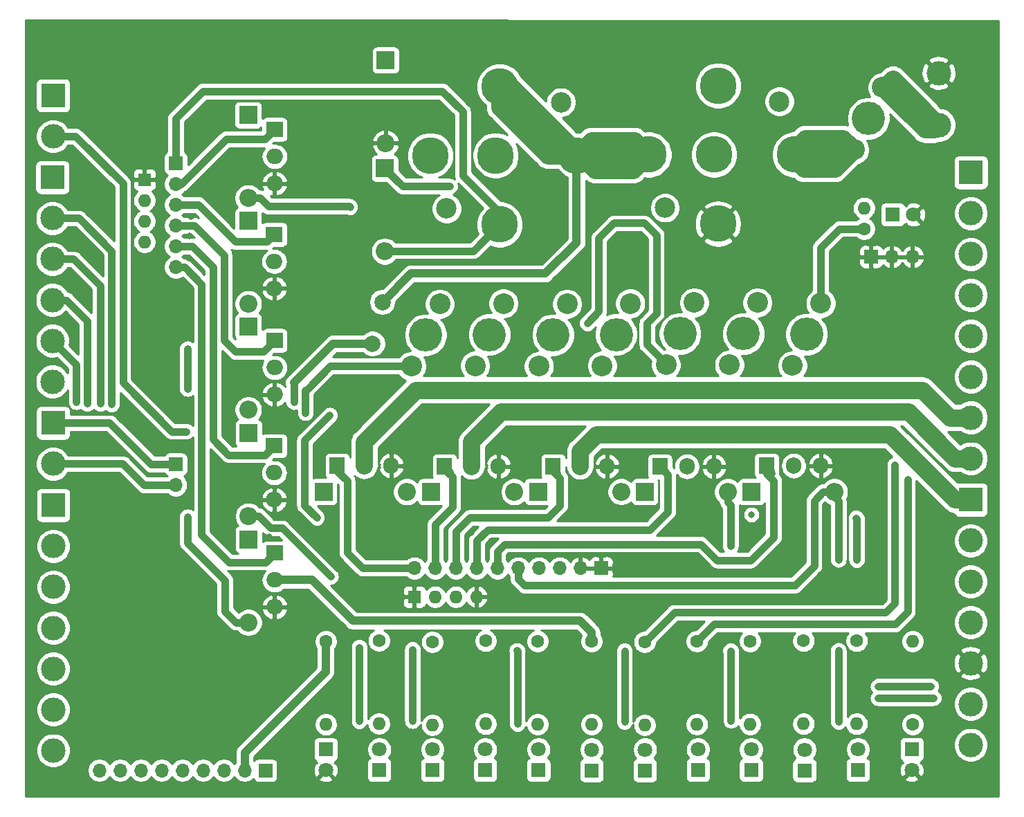
<source format=gbr>
%TF.GenerationSoftware,KiCad,Pcbnew,(5.1.6)-1*%
%TF.CreationDate,2022-12-03T16:30:31-08:00*%
%TF.ProjectId,DP1600iAuxTop,44503136-3030-4694-9175-78546f702e6b,rev?*%
%TF.SameCoordinates,Original*%
%TF.FileFunction,Copper,L2,Bot*%
%TF.FilePolarity,Positive*%
%FSLAX46Y46*%
G04 Gerber Fmt 4.6, Leading zero omitted, Abs format (unit mm)*
G04 Created by KiCad (PCBNEW (5.1.6)-1) date 2022-12-03 16:30:31*
%MOMM*%
%LPD*%
G01*
G04 APERTURE LIST*
%TA.AperFunction,ComponentPad*%
%ADD10O,1.600000X1.600000*%
%TD*%
%TA.AperFunction,ComponentPad*%
%ADD11R,1.600000X1.600000*%
%TD*%
%TA.AperFunction,ComponentPad*%
%ADD12C,1.800000*%
%TD*%
%TA.AperFunction,ComponentPad*%
%ADD13R,1.800000X1.800000*%
%TD*%
%TA.AperFunction,ComponentPad*%
%ADD14C,1.600000*%
%TD*%
%TA.AperFunction,ComponentPad*%
%ADD15O,1.700000X1.700000*%
%TD*%
%TA.AperFunction,ComponentPad*%
%ADD16R,1.700000X1.700000*%
%TD*%
%TA.AperFunction,ComponentPad*%
%ADD17R,2.000000X1.905000*%
%TD*%
%TA.AperFunction,ComponentPad*%
%ADD18O,2.000000X1.905000*%
%TD*%
%TA.AperFunction,ComponentPad*%
%ADD19R,1.905000X2.000000*%
%TD*%
%TA.AperFunction,ComponentPad*%
%ADD20O,1.905000X2.000000*%
%TD*%
%TA.AperFunction,ComponentPad*%
%ADD21C,3.000000*%
%TD*%
%TA.AperFunction,ComponentPad*%
%ADD22R,3.000000X3.000000*%
%TD*%
%TA.AperFunction,ComponentPad*%
%ADD23C,2.010000*%
%TD*%
%TA.AperFunction,ComponentPad*%
%ADD24O,2.200000X2.200000*%
%TD*%
%TA.AperFunction,ComponentPad*%
%ADD25R,2.200000X2.200000*%
%TD*%
%TA.AperFunction,ComponentPad*%
%ADD26C,4.500000*%
%TD*%
%TA.AperFunction,ComponentPad*%
%ADD27C,2.500000*%
%TD*%
%TA.AperFunction,ComponentPad*%
%ADD28C,4.064000*%
%TD*%
%TA.AperFunction,ComponentPad*%
%ADD29C,2.540000*%
%TD*%
%TA.AperFunction,ViaPad*%
%ADD30C,0.800000*%
%TD*%
%TA.AperFunction,Conductor*%
%ADD31C,0.889000*%
%TD*%
%TA.AperFunction,Conductor*%
%ADD32C,2.159000*%
%TD*%
%TA.AperFunction,Conductor*%
%ADD33C,1.016000*%
%TD*%
%TA.AperFunction,Conductor*%
%ADD34C,0.254000*%
%TD*%
G04 APERTURE END LIST*
D10*
%TO.P,RN2,4*%
%TO.N,GND*%
X157467300Y-100050600D03*
%TO.P,RN2,3*%
%TO.N,D9-control*%
X154927300Y-100050600D03*
%TO.P,RN2,2*%
%TO.N,D8-control*%
X152387300Y-100050600D03*
D11*
%TO.P,RN2,1*%
%TO.N,GND*%
X149847300Y-100050600D03*
%TD*%
D10*
%TO.P,RN1,4*%
%TO.N,D11-control*%
X116827300Y-56603900D03*
%TO.P,RN1,3*%
%TO.N,D10-control*%
X116827300Y-54063900D03*
%TO.P,RN1,2*%
%TO.N,D13-control*%
X116827300Y-51523900D03*
D11*
%TO.P,RN1,1*%
%TO.N,GND*%
X116827300Y-48983900D03*
%TD*%
D12*
%TO.P,D20,2*%
%TO.N,GND*%
X139014200Y-121246900D03*
D13*
%TO.P,D20,1*%
%TO.N,Net-(D20-Pad1)*%
X139014200Y-118706900D03*
%TD*%
D10*
%TO.P,R1,2*%
%TO.N,Net-(D2-Pad1)*%
X204876400Y-52451000D03*
D14*
%TO.P,R1,1*%
%TO.N,Net-(F3-Pad1)*%
X204876400Y-54991000D03*
%TD*%
D12*
%TO.P,D2,2*%
%TO.N,GND*%
X210921600Y-53263800D03*
D13*
%TO.P,D2,1*%
%TO.N,Net-(D2-Pad1)*%
X208381600Y-53263800D03*
%TD*%
D15*
%TO.P,J20,3*%
%TO.N,GND*%
X210820000Y-58420000D03*
%TO.P,J20,2*%
X208280000Y-58420000D03*
D16*
%TO.P,J20,1*%
X205740000Y-58420000D03*
%TD*%
D15*
%TO.P,J5,2*%
%TO.N,CMP-*%
X120650000Y-86360000D03*
D16*
%TO.P,J5,1*%
%TO.N,CMP+*%
X120650000Y-83820000D03*
%TD*%
D15*
%TO.P,J1,10*%
%TO.N,D50-control*%
X149860000Y-96520000D03*
%TO.P,J1,9*%
%TO.N,D51-control*%
X152400000Y-96520000D03*
%TO.P,J1,8*%
%TO.N,D8-control*%
X154940000Y-96520000D03*
%TO.P,J1,7*%
%TO.N,D9-control*%
X157480000Y-96520000D03*
%TO.P,J1,6*%
%TO.N,D12-control*%
X160020000Y-96520000D03*
%TO.P,J1,5*%
%TO.N,F9-out*%
X162560000Y-96520000D03*
%TO.P,J1,4*%
%TO.N,CKP-*%
X165100000Y-96520000D03*
%TO.P,J1,3*%
%TO.N,CKP+*%
X167640000Y-96520000D03*
%TO.P,J1,2*%
%TO.N,GND*%
X170180000Y-96520000D03*
D16*
%TO.P,J1,1*%
X172720000Y-96520000D03*
%TD*%
D15*
%TO.P,J13,6*%
%TO.N,D53-control*%
X120650000Y-59690000D03*
%TO.P,J13,5*%
%TO.N,D52-control*%
X120650000Y-57150000D03*
%TO.P,J13,4*%
%TO.N,D11-control*%
X120650000Y-54610000D03*
%TO.P,J13,3*%
%TO.N,D10-control*%
X120650000Y-52070000D03*
%TO.P,J13,2*%
%TO.N,D13-control*%
X120650000Y-49530000D03*
D16*
%TO.P,J13,1*%
%TO.N,D48-control*%
X120650000Y-46990000D03*
%TD*%
D15*
%TO.P,J23,9*%
%TO.N,Spare-ADC*%
X111302800Y-121285000D03*
%TO.P,J23,8*%
%TO.N,O2-Sensor*%
X113842800Y-121285000D03*
%TO.P,J23,7*%
%TO.N,TPS-Sensor*%
X116382800Y-121285000D03*
%TO.P,J23,6*%
%TO.N,CLT-Sensor*%
X118922800Y-121285000D03*
%TO.P,J23,5*%
%TO.N,IAT-Sensor*%
X121462800Y-121285000D03*
%TO.P,J23,4*%
%TO.N,SigRtn*%
X124002800Y-121285000D03*
%TO.P,J23,3*%
%TO.N,VDDA*%
X126542800Y-121285000D03*
%TO.P,J23,2*%
%TO.N,12V-Raw*%
X129082800Y-121285000D03*
D16*
%TO.P,J23,1*%
%TO.N,Tachometer*%
X131622800Y-121285000D03*
%TD*%
D17*
%TO.P,Q10,1*%
%TO.N,D53-control*%
X132740400Y-94691200D03*
D18*
%TO.P,Q10,2*%
%TO.N,D53-out*%
X132740400Y-97993200D03*
%TO.P,Q10,3*%
%TO.N,GND*%
X132740400Y-101295200D03*
%TD*%
D17*
%TO.P,Q9,1*%
%TO.N,D52-control*%
X132715000Y-81559400D03*
D18*
%TO.P,Q9,2*%
%TO.N,D52-out*%
X132715000Y-84861400D03*
%TO.P,Q9,3*%
%TO.N,GND*%
X132715000Y-88163400D03*
%TD*%
D19*
%TO.P,Q8,1*%
%TO.N,D51-control*%
X153543000Y-84074000D03*
D20*
%TO.P,Q8,2*%
%TO.N,D51-out*%
X156845000Y-84074000D03*
%TO.P,Q8,3*%
%TO.N,GND*%
X160147000Y-84074000D03*
%TD*%
D19*
%TO.P,Q7,1*%
%TO.N,D50-control*%
X140411200Y-83997800D03*
D20*
%TO.P,Q7,2*%
%TO.N,D50-out*%
X143713200Y-83997800D03*
%TO.P,Q7,3*%
%TO.N,GND*%
X147015200Y-83997800D03*
%TD*%
D17*
%TO.P,Q6,1*%
%TO.N,D11-control*%
X132740400Y-68681600D03*
D18*
%TO.P,Q6,2*%
%TO.N,D11-out*%
X132740400Y-71983600D03*
%TO.P,Q6,3*%
%TO.N,GND*%
X132740400Y-75285600D03*
%TD*%
D17*
%TO.P,Q5,1*%
%TO.N,D10-control*%
X132715000Y-55702200D03*
D18*
%TO.P,Q5,2*%
%TO.N,D10-out*%
X132715000Y-59004200D03*
%TO.P,Q5,3*%
%TO.N,GND*%
X132715000Y-62306200D03*
%TD*%
D19*
%TO.P,Q4,1*%
%TO.N,D9-control*%
X179908200Y-84099400D03*
D20*
%TO.P,Q4,2*%
%TO.N,D9-out*%
X183210200Y-84099400D03*
%TO.P,Q4,3*%
%TO.N,GND*%
X186512200Y-84099400D03*
%TD*%
D19*
%TO.P,Q3,1*%
%TO.N,D8-control*%
X166827200Y-84074000D03*
D20*
%TO.P,Q3,2*%
%TO.N,D8-out*%
X170129200Y-84074000D03*
%TO.P,Q3,3*%
%TO.N,GND*%
X173431200Y-84074000D03*
%TD*%
D17*
%TO.P,Q2,1*%
%TO.N,D13-control*%
X132740400Y-42849800D03*
D18*
%TO.P,Q2,2*%
%TO.N,D13-out*%
X132740400Y-46151800D03*
%TO.P,Q2,3*%
%TO.N,GND*%
X132740400Y-49453800D03*
%TD*%
D19*
%TO.P,Q1,1*%
%TO.N,D12-control*%
X192963800Y-83997800D03*
D20*
%TO.P,Q1,2*%
%TO.N,D12-out*%
X196265800Y-83997800D03*
%TO.P,Q1,3*%
%TO.N,GND*%
X199567800Y-83997800D03*
%TD*%
D21*
%TO.P,J32,2*%
%TO.N,D12-out*%
X217932000Y-93167200D03*
%TO.P,J32,3*%
%TO.N,D9-out*%
X217932000Y-98167200D03*
%TO.P,J32,4*%
%TO.N,Tachometer*%
X217932000Y-103167200D03*
%TO.P,J32,5*%
%TO.N,GND*%
X217932000Y-108167200D03*
%TO.P,J32,6*%
%TO.N,CKP+*%
X217932000Y-113167200D03*
D22*
%TO.P,J32,1*%
%TO.N,D8-out*%
X217932000Y-88167200D03*
D21*
%TO.P,J32,7*%
%TO.N,CKP-*%
X217932000Y-118167200D03*
%TD*%
%TO.P,J31,3*%
%TO.N,F9-out*%
X217957400Y-58115200D03*
%TO.P,J31,4*%
%TO.N,F8-out*%
X217957400Y-63115200D03*
%TO.P,J31,5*%
%TO.N,F7-out*%
X217957400Y-68115200D03*
%TO.P,J31,6*%
%TO.N,F6-out*%
X217957400Y-73115200D03*
%TO.P,J31,7*%
%TO.N,D50-out*%
X217957400Y-78115200D03*
%TO.P,J31,2*%
%TO.N,F9-out*%
X217957400Y-53115200D03*
D22*
%TO.P,J31,1*%
%TO.N,Bat+s*%
X217957400Y-48115200D03*
D21*
%TO.P,J31,8*%
%TO.N,D51-out*%
X217957400Y-83115200D03*
%TD*%
D10*
%TO.P,R22,2*%
%TO.N,Net-(D33-Pad2)*%
X171551600Y-115646200D03*
D14*
%TO.P,R22,1*%
%TO.N,D53-out*%
X171551600Y-105486200D03*
%TD*%
D10*
%TO.P,R21,2*%
%TO.N,Net-(D32-Pad2)*%
X164922200Y-115646200D03*
D14*
%TO.P,R21,1*%
%TO.N,D52-out*%
X164922200Y-105486200D03*
%TD*%
D10*
%TO.P,R20,2*%
%TO.N,Net-(D31-Pad2)*%
X184429400Y-115646200D03*
D14*
%TO.P,R20,1*%
%TO.N,D51-out*%
X184429400Y-105486200D03*
%TD*%
D10*
%TO.P,R19,2*%
%TO.N,Net-(D30-Pad2)*%
X178028600Y-115747800D03*
D14*
%TO.P,R19,1*%
%TO.N,D50-out*%
X178028600Y-105587800D03*
%TD*%
D10*
%TO.P,R18,2*%
%TO.N,Net-(D20-Pad1)*%
X139014200Y-115671600D03*
D14*
%TO.P,R18,1*%
%TO.N,12V-Raw*%
X139014200Y-105511600D03*
%TD*%
D10*
%TO.P,R13,2*%
%TO.N,Net-(D19-Pad2)*%
X158597600Y-115595400D03*
D14*
%TO.P,R13,1*%
%TO.N,D11-out*%
X158597600Y-105435400D03*
%TD*%
D10*
%TO.P,R12,2*%
%TO.N,Net-(D18-Pad2)*%
X152044400Y-115722400D03*
D14*
%TO.P,R12,1*%
%TO.N,D10-out*%
X152044400Y-105562400D03*
%TD*%
D10*
%TO.P,R11,2*%
%TO.N,Net-(D17-Pad2)*%
X197485000Y-115595400D03*
D14*
%TO.P,R11,1*%
%TO.N,D9-out*%
X197485000Y-105435400D03*
%TD*%
D10*
%TO.P,R10,2*%
%TO.N,Net-(D16-Pad2)*%
X190931800Y-115620800D03*
D14*
%TO.P,R10,1*%
%TO.N,D8-out*%
X190931800Y-105460800D03*
%TD*%
D10*
%TO.P,R9,2*%
%TO.N,Net-(D15-Pad2)*%
X145516600Y-115570000D03*
D14*
%TO.P,R9,1*%
%TO.N,D13-out*%
X145516600Y-105410000D03*
%TD*%
D10*
%TO.P,R8,2*%
%TO.N,Net-(D14-Pad2)*%
X203987400Y-115595400D03*
D14*
%TO.P,R8,1*%
%TO.N,D12-out*%
X203987400Y-105435400D03*
%TD*%
D10*
%TO.P,R7,2*%
%TO.N,Tachometer*%
X210820000Y-105486200D03*
D14*
%TO.P,R7,1*%
%TO.N,Net-(D1-Pad1)*%
X210820000Y-115646200D03*
%TD*%
D23*
%TO.P,F2,2*%
%TO.N,Net-(D34-Pad1)*%
X145929200Y-63962600D03*
%TO.P,F2,1*%
%TO.N,12V-Raw*%
X144729200Y-69062600D03*
%TD*%
D24*
%TO.P,D34,2*%
%TO.N,D48-control*%
X146227800Y-57759600D03*
D25*
%TO.P,D34,1*%
%TO.N,Net-(D34-Pad1)*%
X146227800Y-47599600D03*
%TD*%
D24*
%TO.P,D29,2*%
%TO.N,F4-out*%
X129565400Y-103174800D03*
D25*
%TO.P,D29,1*%
%TO.N,D53-out*%
X129565400Y-93014800D03*
%TD*%
D24*
%TO.P,D28,2*%
%TO.N,F7-out*%
X162077400Y-87198200D03*
D25*
%TO.P,D28,1*%
%TO.N,D51-out*%
X151917400Y-87198200D03*
%TD*%
D24*
%TO.P,D27,2*%
%TO.N,F4-out*%
X129565400Y-90170000D03*
D25*
%TO.P,D27,1*%
%TO.N,D52-out*%
X129565400Y-80010000D03*
%TD*%
D24*
%TO.P,D26,2*%
%TO.N,F7-out*%
X148920200Y-87198200D03*
D25*
%TO.P,D26,1*%
%TO.N,D50-out*%
X138760200Y-87198200D03*
%TD*%
D24*
%TO.P,D21,2*%
%TO.N,GND*%
X146329400Y-44526200D03*
D25*
%TO.P,D21,1*%
%TO.N,Bat+s*%
X146329400Y-34366200D03*
%TD*%
D24*
%TO.P,D13,2*%
%TO.N,F5-out*%
X129540000Y-77165200D03*
D25*
%TO.P,D13,1*%
%TO.N,D11-out*%
X129540000Y-67005200D03*
%TD*%
D24*
%TO.P,D12,2*%
%TO.N,F5-out*%
X129540000Y-64185800D03*
D25*
%TO.P,D12,1*%
%TO.N,D10-out*%
X129540000Y-54025800D03*
%TD*%
D24*
%TO.P,D11,2*%
%TO.N,F6-out*%
X188214000Y-87198200D03*
D25*
%TO.P,D11,1*%
%TO.N,D9-out*%
X178054000Y-87198200D03*
%TD*%
D24*
%TO.P,D10,2*%
%TO.N,F6-out*%
X175158400Y-87172800D03*
D25*
%TO.P,D10,1*%
%TO.N,D8-out*%
X164998400Y-87172800D03*
%TD*%
D24*
%TO.P,D9,2*%
%TO.N,F3-out*%
X129514600Y-51231800D03*
D25*
%TO.P,D9,1*%
%TO.N,D13-out*%
X129514600Y-41071800D03*
%TD*%
D24*
%TO.P,D8,2*%
%TO.N,F9-out*%
X201244200Y-87198200D03*
D25*
%TO.P,D8,1*%
%TO.N,D12-out*%
X191084200Y-87198200D03*
%TD*%
D21*
%TO.P,J30,1*%
%TO.N,GND*%
X214020400Y-35941000D03*
%TO.P,J30,2*%
%TO.N,Bat+*%
X214020400Y-42291000D03*
%TD*%
D26*
%TO.P,K2,30*%
%TO.N,Net-(D34-Pad1)*%
X169697400Y-46024800D03*
%TO.P,K2,87A*%
%TO.N,Net-(K2-Pad87A)*%
X159797400Y-46024800D03*
%TO.P,K2,87*%
%TO.N,Net-(F3-Pad1)*%
X151797400Y-46024800D03*
%TO.P,K2,85*%
%TO.N,D48-control*%
X160297400Y-54474800D03*
%TO.P,K2,86*%
%TO.N,Net-(D34-Pad1)*%
X160297400Y-37574800D03*
D27*
%TO.P,K2,*%
%TO.N,*%
X167797400Y-39524800D03*
X153797400Y-52524800D03*
%TD*%
D26*
%TO.P,K1,30*%
%TO.N,Net-(F1-Pad1)*%
X196418200Y-45923200D03*
%TO.P,K1,87A*%
%TO.N,Net-(K1-Pad87A)*%
X186518200Y-45923200D03*
%TO.P,K1,87*%
%TO.N,Net-(D34-Pad1)*%
X178518200Y-45923200D03*
%TO.P,K1,85*%
%TO.N,GND*%
X187018200Y-54373200D03*
%TO.P,K1,86*%
%TO.N,Bat+s*%
X187018200Y-37473200D03*
D27*
%TO.P,K1,*%
%TO.N,*%
X194518200Y-39423200D03*
X180518200Y-52423200D03*
%TD*%
D21*
%TO.P,J36,6*%
%TO.N,O2-Sensor*%
X105664000Y-113842800D03*
%TO.P,J36,5*%
%TO.N,TPS-Sensor*%
X105664000Y-108842800D03*
%TO.P,J36,4*%
%TO.N,CLT-Sensor*%
X105664000Y-103842800D03*
%TO.P,J36,3*%
%TO.N,IAT-Sensor*%
X105664000Y-98842800D03*
%TO.P,J36,2*%
%TO.N,SigRtn*%
X105664000Y-93842800D03*
%TO.P,J36,7*%
%TO.N,Spare-ADC*%
X105664000Y-118842800D03*
D22*
%TO.P,J36,1*%
%TO.N,VDDA*%
X105664000Y-88842800D03*
%TD*%
D21*
%TO.P,J35,2*%
%TO.N,CMP-*%
X105638600Y-83759000D03*
D22*
%TO.P,J35,1*%
%TO.N,CMP+*%
X105638600Y-78759000D03*
%TD*%
D21*
%TO.P,J34,6*%
%TO.N,D53-out*%
X105562400Y-73710800D03*
%TO.P,J34,5*%
%TO.N,D52-out*%
X105562400Y-68710800D03*
%TO.P,J34,4*%
%TO.N,D11-out*%
X105562400Y-63710800D03*
%TO.P,J34,3*%
%TO.N,D10-out*%
X105562400Y-58710800D03*
%TO.P,J34,2*%
%TO.N,D13-out*%
X105562400Y-53710800D03*
D22*
%TO.P,J34,1*%
%TO.N,F5-out*%
X105562400Y-48710800D03*
%TD*%
D21*
%TO.P,J33,2*%
%TO.N,F4-out*%
X105638600Y-43677800D03*
D22*
%TO.P,J33,1*%
%TO.N,F3-out*%
X105638600Y-38677800D03*
%TD*%
D28*
%TO.P,F9,*%
%TO.N,*%
X197840600Y-67919600D03*
D29*
%TO.P,F9,2*%
%TO.N,F9-out*%
X196113400Y-71729600D03*
%TO.P,F9,1*%
%TO.N,Net-(F3-Pad1)*%
X199567800Y-64109600D03*
%TD*%
D28*
%TO.P,F8,*%
%TO.N,*%
X190119000Y-67843400D03*
D29*
%TO.P,F8,2*%
%TO.N,F8-out*%
X188391800Y-71653400D03*
%TO.P,F8,1*%
%TO.N,Net-(F3-Pad1)*%
X191846200Y-64033400D03*
%TD*%
D28*
%TO.P,F7,*%
%TO.N,*%
X182372000Y-67843400D03*
D29*
%TO.P,F7,2*%
%TO.N,F7-out*%
X180644800Y-71653400D03*
%TO.P,F7,1*%
%TO.N,Net-(F3-Pad1)*%
X184099200Y-64033400D03*
%TD*%
D28*
%TO.P,F6,*%
%TO.N,*%
X174548800Y-67945000D03*
D29*
%TO.P,F6,2*%
%TO.N,F6-out*%
X172821600Y-71755000D03*
%TO.P,F6,1*%
%TO.N,Net-(F3-Pad1)*%
X176276000Y-64135000D03*
%TD*%
D28*
%TO.P,F5,*%
%TO.N,*%
X166827200Y-67995800D03*
D29*
%TO.P,F5,2*%
%TO.N,F5-out*%
X165100000Y-71805800D03*
%TO.P,F5,1*%
%TO.N,Net-(F3-Pad1)*%
X168554400Y-64185800D03*
%TD*%
D28*
%TO.P,F4,*%
%TO.N,*%
X159029400Y-67945000D03*
D29*
%TO.P,F4,2*%
%TO.N,F4-out*%
X157302200Y-71755000D03*
%TO.P,F4,1*%
%TO.N,Net-(F3-Pad1)*%
X160756600Y-64135000D03*
%TD*%
D28*
%TO.P,F3,*%
%TO.N,*%
X151231600Y-67995800D03*
D29*
%TO.P,F3,2*%
%TO.N,F3-out*%
X149504400Y-71805800D03*
%TO.P,F3,1*%
%TO.N,Net-(F3-Pad1)*%
X152958800Y-64185800D03*
%TD*%
D28*
%TO.P,F1,*%
%TO.N,*%
X205409800Y-41503600D03*
D29*
%TO.P,F1,2*%
%TO.N,Bat+*%
X207137000Y-37693600D03*
%TO.P,F1,1*%
%TO.N,Net-(F1-Pad1)*%
X203682600Y-45313600D03*
%TD*%
D12*
%TO.P,D33,2*%
%TO.N,Net-(D33-Pad2)*%
X171551600Y-118745000D03*
D13*
%TO.P,D33,1*%
%TO.N,F4-out*%
X171551600Y-121285000D03*
%TD*%
D12*
%TO.P,D32,2*%
%TO.N,Net-(D32-Pad2)*%
X165049200Y-118719600D03*
D13*
%TO.P,D32,1*%
%TO.N,F4-out*%
X165049200Y-121259600D03*
%TD*%
D12*
%TO.P,D31,2*%
%TO.N,Net-(D31-Pad2)*%
X184556400Y-118719600D03*
D13*
%TO.P,D31,1*%
%TO.N,F7-out*%
X184556400Y-121259600D03*
%TD*%
D12*
%TO.P,D30,2*%
%TO.N,Net-(D30-Pad2)*%
X178079400Y-118745000D03*
D13*
%TO.P,D30,1*%
%TO.N,F7-out*%
X178079400Y-121285000D03*
%TD*%
D12*
%TO.P,D19,2*%
%TO.N,Net-(D19-Pad2)*%
X158521400Y-118719600D03*
D13*
%TO.P,D19,1*%
%TO.N,F5-out*%
X158521400Y-121259600D03*
%TD*%
D12*
%TO.P,D18,2*%
%TO.N,Net-(D18-Pad2)*%
X152069800Y-118719600D03*
D13*
%TO.P,D18,1*%
%TO.N,F5-out*%
X152069800Y-121259600D03*
%TD*%
D12*
%TO.P,D17,2*%
%TO.N,Net-(D17-Pad2)*%
X197586600Y-118745000D03*
D13*
%TO.P,D17,1*%
%TO.N,F6-out*%
X197586600Y-121285000D03*
%TD*%
D12*
%TO.P,D16,2*%
%TO.N,Net-(D16-Pad2)*%
X191058800Y-118719600D03*
D13*
%TO.P,D16,1*%
%TO.N,F6-out*%
X191058800Y-121259600D03*
%TD*%
D12*
%TO.P,D15,2*%
%TO.N,Net-(D15-Pad2)*%
X145567400Y-118719600D03*
D13*
%TO.P,D15,1*%
%TO.N,F3-out*%
X145567400Y-121259600D03*
%TD*%
D12*
%TO.P,D14,2*%
%TO.N,Net-(D14-Pad2)*%
X204139800Y-118719600D03*
D13*
%TO.P,D14,1*%
%TO.N,F9-out*%
X204139800Y-121259600D03*
%TD*%
D12*
%TO.P,D1,2*%
%TO.N,GND*%
X210718400Y-121234200D03*
D13*
%TO.P,D1,1*%
%TO.N,Net-(D1-Pad1)*%
X210718400Y-118694200D03*
%TD*%
D30*
%TO.N,GND*%
X130848100Y-114046000D03*
X120243600Y-114046000D03*
X122682000Y-116624100D03*
X127203200Y-116979700D03*
X154914600Y-115506500D03*
X155105100Y-119214900D03*
X147751800Y-106273600D03*
X146837400Y-108559600D03*
X168109900Y-115455700D03*
X168414700Y-118960900D03*
X166027100Y-112318800D03*
X181254400Y-115506500D03*
X181457600Y-119164100D03*
X186804300Y-115760500D03*
X187109100Y-119773700D03*
X194373500Y-119672100D03*
X194271900Y-115506500D03*
X199898000Y-115608100D03*
X200456800Y-121246900D03*
X189788800Y-100545900D03*
X166243000Y-101409500D03*
X183070500Y-90385900D03*
X176885600Y-89623900D03*
X205562200Y-88353900D03*
X177596800Y-84950300D03*
X193675000Y-68935600D03*
X185966100Y-68834000D03*
X177355500Y-71183500D03*
X162725100Y-68834000D03*
X155054300Y-68630800D03*
X120599200Y-66306700D03*
X115836700Y-65189100D03*
X117449600Y-80111600D03*
X120548400Y-74168000D03*
X127203200Y-76250800D03*
X126085600Y-86906100D03*
X127558800Y-84366100D03*
X126428500Y-91262200D03*
X120091200Y-88760300D03*
X137109200Y-102489000D03*
X132613400Y-40449500D03*
X134086600Y-60744100D03*
X131851400Y-66560700D03*
X216776300Y-85496400D03*
X216522300Y-70624700D03*
X212471000Y-70929500D03*
X191808100Y-92265500D03*
X159296100Y-93179900D03*
X156806900Y-92163900D03*
X132080000Y-92722700D03*
X122491500Y-53505100D03*
X122339100Y-55892700D03*
X122237500Y-58585100D03*
X175983900Y-56997600D03*
%TO.N,F7-out*%
X175564800Y-106654600D03*
X175564800Y-115316000D03*
X171005500Y-66560700D03*
%TO.N,D12-out*%
X203987400Y-95504000D03*
X203911200Y-90398600D03*
%TO.N,D13-out*%
X112814100Y-76479400D03*
%TO.N,F3-out*%
X143116300Y-115227100D03*
X143116300Y-106210100D03*
X136525000Y-77520800D03*
X149504400Y-71805800D03*
X141960600Y-52324000D03*
%TO.N,D9-out*%
X191096900Y-89992200D03*
%TO.N,F4-out*%
X162458400Y-115595400D03*
X162407600Y-106616500D03*
X139611100Y-97561400D03*
X122097800Y-90258900D03*
X121958100Y-79794100D03*
%TO.N,D10-out*%
X111404400Y-76403200D03*
%TO.N,D11-out*%
X109829600Y-76403200D03*
%TO.N,F5-out*%
X149618700Y-115214400D03*
X149618700Y-106489500D03*
X137896600Y-90335100D03*
X139490450Y-77819250D03*
X122097800Y-69697600D03*
X122097800Y-74574400D03*
%TO.N,D50-out*%
X208648300Y-83934300D03*
%TO.N,F6-out*%
X188595000Y-115189000D03*
X188544200Y-106654600D03*
X188544200Y-93827600D03*
%TO.N,D52-out*%
X108496100Y-76187300D03*
%TO.N,D51-out*%
X210197700Y-85661500D03*
%TO.N,Net-(D34-Pad1)*%
X154178000Y-49796700D03*
%TO.N,12V-Raw*%
X135102600Y-76174600D03*
%TO.N,F9-out*%
X201752200Y-95478600D03*
X201752200Y-106603800D03*
X201752200Y-115316000D03*
%TO.N,CKP+*%
X213055200Y-110959900D03*
X206616300Y-111010700D03*
%TO.N,CKP-*%
X213360000Y-112420400D03*
X206616300Y-112420400D03*
%TD*%
D31*
%TO.N,F7-out*%
X175564800Y-106654600D02*
X175564800Y-115316000D01*
X178320700Y-69202300D02*
X180644800Y-71526400D01*
X179476400Y-65392300D02*
X178320700Y-66548000D01*
X179476400Y-55778400D02*
X179476400Y-65392300D01*
X172427900Y-65138300D02*
X172427900Y-56134000D01*
X172427900Y-56134000D02*
X174256700Y-54305200D01*
X180644800Y-71526400D02*
X180644800Y-71653400D01*
X171005500Y-66560700D02*
X172427900Y-65138300D01*
X174256700Y-54305200D02*
X178003200Y-54305200D01*
X178320700Y-66548000D02*
X178320700Y-69202300D01*
X178003200Y-54305200D02*
X179476400Y-55778400D01*
%TO.N,D12-out*%
X203987400Y-90474800D02*
X203911200Y-90398600D01*
X203987400Y-95504000D02*
X203987400Y-90474800D01*
%TO.N,D13-out*%
X112814100Y-76479400D02*
X112814100Y-57734200D01*
X108790700Y-53710800D02*
X105562400Y-53710800D01*
X112814100Y-57734200D02*
X108790700Y-53710800D01*
%TO.N,F3-out*%
X143116300Y-115227100D02*
X143116300Y-106210100D01*
X136525000Y-77520800D02*
X136525000Y-74726800D01*
X136525000Y-74726800D02*
X136626600Y-74726800D01*
X136626600Y-74726800D02*
X139547600Y-71805800D01*
X139547600Y-71805800D02*
X149504400Y-71805800D01*
X129514600Y-51231800D02*
X130975100Y-51231800D01*
X130975100Y-51231800D02*
X131991100Y-52247800D01*
X141884400Y-52247800D02*
X141960600Y-52324000D01*
X131991100Y-52247800D02*
X141884400Y-52247800D01*
D32*
%TO.N,D8-out*%
X216005400Y-88167200D02*
X217932000Y-88167200D01*
X208051400Y-80213200D02*
X216005400Y-88167200D01*
X172110400Y-80213200D02*
X208051400Y-80213200D01*
X170129200Y-84074000D02*
X170129200Y-82194400D01*
X170129200Y-82194400D02*
X172110400Y-80213200D01*
D31*
%TO.N,F4-out*%
X162458400Y-115595400D02*
X162458400Y-106667300D01*
X162458400Y-106667300D02*
X162407600Y-106616500D01*
X129565400Y-90170000D02*
X130784600Y-90170000D01*
X130784600Y-90170000D02*
X132245100Y-91630500D01*
X132245100Y-91630500D02*
X133680200Y-91630500D01*
X133680200Y-91630500D02*
X139611100Y-97561400D01*
X122097800Y-90258900D02*
X122097800Y-93446600D01*
X122097800Y-93446600D02*
X126669800Y-98018600D01*
X126669800Y-98018600D02*
X126669800Y-101828600D01*
X128016000Y-103174800D02*
X129565400Y-103174800D01*
X126669800Y-101828600D02*
X128016000Y-103174800D01*
X120129300Y-79794100D02*
X121958100Y-79794100D01*
X114185700Y-73850500D02*
X120129300Y-79794100D01*
X114185700Y-49453800D02*
X114185700Y-73850500D01*
X105638600Y-43677800D02*
X108409700Y-43677800D01*
X108409700Y-43677800D02*
X114185700Y-49453800D01*
%TO.N,D10-out*%
X111404400Y-76403200D02*
X111404400Y-61950600D01*
X108164600Y-58710800D02*
X105562400Y-58710800D01*
X111404400Y-61950600D02*
X108164600Y-58710800D01*
%TO.N,D11-out*%
X109829600Y-76403200D02*
X109829600Y-66281300D01*
X107259100Y-63710800D02*
X105562400Y-63710800D01*
X109829600Y-66281300D02*
X107259100Y-63710800D01*
%TO.N,F5-out*%
X149618700Y-115214400D02*
X149618700Y-106489500D01*
X137896600Y-90335100D02*
X136423400Y-88861900D01*
X136423400Y-88861900D02*
X136423400Y-80886300D01*
X136423400Y-80886300D02*
X139490450Y-77819250D01*
X122097800Y-69697600D02*
X122097800Y-73964800D01*
X122097800Y-73964800D02*
X122097800Y-74574400D01*
D32*
%TO.N,D50-out*%
X143713200Y-83997800D02*
X143713200Y-81076800D01*
X143713200Y-81076800D02*
X150063200Y-74726800D01*
X150063200Y-74726800D02*
X212013800Y-74726800D01*
X215402200Y-78115200D02*
X217957400Y-78115200D01*
X212013800Y-74726800D02*
X215402200Y-78115200D01*
D31*
X178028600Y-105587800D02*
X181254400Y-102362000D01*
X181254400Y-102362000D02*
X181660800Y-101955600D01*
X181660800Y-101955600D02*
X207530700Y-101955600D01*
X207530700Y-101955600D02*
X208648300Y-100838000D01*
X208648300Y-100838000D02*
X208648300Y-83934300D01*
%TO.N,F6-out*%
X188595000Y-115189000D02*
X188595000Y-106705400D01*
X188595000Y-106705400D02*
X188544200Y-106654600D01*
X188595000Y-87579200D02*
X188214000Y-87198200D01*
X188214000Y-87198200D02*
X188214000Y-88468200D01*
X188214000Y-88468200D02*
X188544200Y-88798400D01*
X188544200Y-88798400D02*
X188544200Y-93827600D01*
%TO.N,D52-out*%
X108496100Y-71644500D02*
X105562400Y-68710800D01*
X108496100Y-76187300D02*
X108496100Y-71644500D01*
D32*
%TO.N,D51-out*%
X156845000Y-84074000D02*
X156845000Y-81026000D01*
X156845000Y-81026000D02*
X160451800Y-77419200D01*
X160451800Y-77419200D02*
X210286600Y-77419200D01*
X215982600Y-83115200D02*
X217957400Y-83115200D01*
X210286600Y-77419200D02*
X215982600Y-83115200D01*
D31*
X184429400Y-105486200D02*
X186537600Y-103378000D01*
X186537600Y-103378000D02*
X208673700Y-103378000D01*
X208673700Y-103378000D02*
X210197700Y-101854000D01*
X210197700Y-101854000D02*
X210197700Y-85661500D01*
D33*
%TO.N,D53-out*%
X132740400Y-97993200D02*
X137337800Y-97993200D01*
X137337800Y-97993200D02*
X142328900Y-102984300D01*
X142328900Y-102984300D02*
X170141900Y-102984300D01*
X171551600Y-104394000D02*
X171551600Y-105486200D01*
X170141900Y-102984300D02*
X171551600Y-104394000D01*
D31*
%TO.N,D48-control*%
X120650000Y-46990000D02*
X120650000Y-41490900D01*
X120650000Y-41490900D02*
X123977400Y-38163500D01*
X123977400Y-38163500D02*
X153289000Y-38163500D01*
X153289000Y-38163500D02*
X155778200Y-40652700D01*
X155778200Y-40652700D02*
X155778200Y-48475900D01*
X160297400Y-52995100D02*
X160297400Y-54474800D01*
X155778200Y-48475900D02*
X160297400Y-52995100D01*
X160297400Y-54474800D02*
X157076100Y-57696100D01*
X146291300Y-57696100D02*
X146227800Y-57759600D01*
X157076100Y-57696100D02*
X146291300Y-57696100D01*
D33*
%TO.N,Net-(D34-Pad1)*%
X169697400Y-46024800D02*
X169697400Y-56680100D01*
X169697400Y-56680100D02*
X165900100Y-60477400D01*
X149414400Y-60477400D02*
X145929200Y-63962600D01*
X165900100Y-60477400D02*
X149414400Y-60477400D01*
D31*
X146227800Y-47599600D02*
X146227800Y-47625000D01*
X146227800Y-47625000D02*
X148399500Y-49796700D01*
X148399500Y-49796700D02*
X154178000Y-49796700D01*
D32*
X169697400Y-46024800D02*
X169697400Y-46012100D01*
X169697400Y-46012100D02*
X171513500Y-44196000D01*
X176791000Y-44196000D02*
X178518200Y-45923200D01*
X171513500Y-44196000D02*
X176791000Y-44196000D01*
X178416600Y-46024800D02*
X178518200Y-45923200D01*
X169697400Y-46024800D02*
X178416600Y-46024800D01*
X169697400Y-46024800D02*
X170192700Y-46024800D01*
X170192700Y-46024800D02*
X171970700Y-47802800D01*
X176638600Y-47802800D02*
X178518200Y-45923200D01*
X171970700Y-47802800D02*
X176638600Y-47802800D01*
X160297400Y-37574800D02*
X161717300Y-37574800D01*
X169697400Y-45554900D02*
X169697400Y-46024800D01*
X161717300Y-37574800D02*
X169697400Y-45554900D01*
X160297400Y-37574800D02*
X160297400Y-40155400D01*
X160297400Y-40155400D02*
X166166800Y-46024800D01*
X160297400Y-37574800D02*
X168300400Y-45577800D01*
X168300400Y-45577800D02*
X168300400Y-46024800D01*
X166166800Y-46024800D02*
X168300400Y-46024800D01*
X168300400Y-46024800D02*
X169697400Y-46024800D01*
%TO.N,Bat+*%
X207137000Y-37693600D02*
X212318600Y-42875200D01*
X213436200Y-42875200D02*
X214020400Y-42291000D01*
X212318600Y-42875200D02*
X213436200Y-42875200D01*
X207137000Y-37693600D02*
X207403700Y-37693600D01*
X207403700Y-37693600D02*
X208407000Y-36690300D01*
X208419700Y-36690300D02*
X214020400Y-42291000D01*
X208407000Y-36690300D02*
X208419700Y-36690300D01*
%TO.N,Net-(F1-Pad1)*%
X196418200Y-45923200D02*
X196418200Y-45224700D01*
X196418200Y-45224700D02*
X197700900Y-43942000D01*
X202311000Y-43942000D02*
X203682600Y-45313600D01*
X197700900Y-43942000D02*
X202311000Y-43942000D01*
X203073000Y-45923200D02*
X203682600Y-45313600D01*
X196418200Y-45923200D02*
X203073000Y-45923200D01*
X196418200Y-45923200D02*
X196418200Y-46570900D01*
X196418200Y-46570900D02*
X197497700Y-47650400D01*
X201345800Y-47650400D02*
X203682600Y-45313600D01*
X197497700Y-47650400D02*
X201345800Y-47650400D01*
D33*
%TO.N,12V-Raw*%
X139903200Y-69062600D02*
X144729200Y-69062600D01*
X135102600Y-73863200D02*
X139903200Y-69062600D01*
D31*
X135102600Y-76174600D02*
X135102600Y-73863200D01*
D33*
X139014200Y-105511600D02*
X139014200Y-109181900D01*
X129082800Y-119113300D02*
X129082800Y-121285000D01*
X139014200Y-109181900D02*
X129082800Y-119113300D01*
D31*
%TO.N,Net-(F3-Pad1)*%
X199567800Y-64109600D02*
X199567800Y-57302400D01*
X201879200Y-54991000D02*
X204876400Y-54991000D01*
X199567800Y-57302400D02*
X201879200Y-54991000D01*
%TO.N,F9-out*%
X201244200Y-87198200D02*
X201244200Y-87807800D01*
X201244200Y-87807800D02*
X201752200Y-88315800D01*
X201752200Y-88315800D02*
X201752200Y-95478600D01*
X201752200Y-106603800D02*
X201752200Y-115316000D01*
X162560000Y-96520000D02*
X162560000Y-97840800D01*
X162560000Y-97840800D02*
X163347400Y-98628200D01*
X163347400Y-98628200D02*
X196392800Y-98628200D01*
X196392800Y-98628200D02*
X198780400Y-96240600D01*
X198780400Y-96240600D02*
X198780400Y-88277700D01*
X199859900Y-87198200D02*
X201244200Y-87198200D01*
X198780400Y-88277700D02*
X199859900Y-87198200D01*
%TO.N,CMP-*%
X105638600Y-83759000D02*
X114175500Y-83759000D01*
X116776500Y-86360000D02*
X120650000Y-86360000D01*
X114175500Y-83759000D02*
X116776500Y-86360000D01*
%TO.N,D8-control*%
X166827200Y-84074000D02*
X166827200Y-84429600D01*
X166827200Y-84429600D02*
X167335200Y-84937600D01*
X166827200Y-84074000D02*
X166827200Y-84670900D01*
X166827200Y-84670900D02*
X167678100Y-85521800D01*
X167678100Y-85521800D02*
X167678100Y-88874600D01*
X167678100Y-88874600D02*
X166204900Y-90347800D01*
X166204900Y-90347800D02*
X156616400Y-90347800D01*
X154940000Y-92024200D02*
X154940000Y-96520000D01*
X156616400Y-90347800D02*
X154940000Y-92024200D01*
%TO.N,D9-control*%
X179908200Y-84099400D02*
X179908200Y-84124800D01*
X179908200Y-84124800D02*
X180263800Y-84480400D01*
X157480000Y-96520000D02*
X157480000Y-93141800D01*
X157480000Y-93141800D02*
X158800800Y-91821000D01*
X158800800Y-91821000D02*
X178689000Y-91821000D01*
X178689000Y-91821000D02*
X180873400Y-89636600D01*
X180873400Y-85064600D02*
X179908200Y-84099400D01*
X180873400Y-89636600D02*
X180873400Y-85064600D01*
%TO.N,D10-control*%
X120650000Y-52070000D02*
X123418600Y-52070000D01*
X123418600Y-52070000D02*
X127939800Y-56591200D01*
X131826000Y-56591200D02*
X132715000Y-55702200D01*
X127939800Y-56591200D02*
X131826000Y-56591200D01*
%TO.N,D11-control*%
X120650000Y-54610000D02*
X122974100Y-54610000D01*
X122974100Y-54610000D02*
X126568200Y-58204100D01*
X126568200Y-58204100D02*
X126568200Y-68656200D01*
X126568200Y-68656200D02*
X127939800Y-70027800D01*
X131394200Y-70027800D02*
X132740400Y-68681600D01*
X127939800Y-70027800D02*
X131394200Y-70027800D01*
%TO.N,D12-control*%
X192963800Y-83997800D02*
X192963800Y-84074000D01*
X192963800Y-84074000D02*
X193471800Y-84582000D01*
X192963800Y-83997800D02*
X192963800Y-84328000D01*
X192963800Y-84328000D02*
X193522600Y-84886800D01*
X192963800Y-83997800D02*
X192963800Y-84988400D01*
X192963800Y-84988400D02*
X193827400Y-85852000D01*
X193827400Y-85852000D02*
X193827400Y-92760800D01*
X160020000Y-96520000D02*
X160020000Y-94488000D01*
X160020000Y-94488000D02*
X160909000Y-93599000D01*
X160909000Y-93599000D02*
X184912000Y-93599000D01*
X184912000Y-93599000D02*
X186880500Y-95567500D01*
X191020700Y-95567500D02*
X193827400Y-92760800D01*
X186880500Y-95567500D02*
X191020700Y-95567500D01*
%TO.N,D13-control*%
X120650000Y-49530000D02*
X121297700Y-49530000D01*
X121297700Y-49530000D02*
X126822200Y-44005500D01*
X131584700Y-44005500D02*
X132740400Y-42849800D01*
X126822200Y-44005500D02*
X131584700Y-44005500D01*
%TO.N,D50-control*%
X140411200Y-83997800D02*
X140411200Y-84074000D01*
X140411200Y-83997800D02*
X140411200Y-84645500D01*
X140411200Y-84645500D02*
X141643100Y-85877400D01*
X141643100Y-85877400D02*
X141643100Y-94653100D01*
X143510000Y-96520000D02*
X149860000Y-96520000D01*
X141643100Y-94653100D02*
X143510000Y-96520000D01*
%TO.N,D51-control*%
X153543000Y-84074000D02*
X153543000Y-84124800D01*
X153543000Y-84124800D02*
X154152600Y-84734400D01*
X153543000Y-84074000D02*
X153543000Y-84378800D01*
X153543000Y-84378800D02*
X154533600Y-85369400D01*
X154533600Y-85369400D02*
X154533600Y-89077800D01*
X152400000Y-91211400D02*
X152400000Y-96520000D01*
X154533600Y-89077800D02*
X152400000Y-91211400D01*
%TO.N,D52-control*%
X120650000Y-57150000D02*
X122720100Y-57150000D01*
X122720100Y-57150000D02*
X125247400Y-59677300D01*
X125247400Y-59677300D02*
X125247400Y-80797400D01*
X125247400Y-80797400D02*
X127127000Y-82677000D01*
X131597400Y-82677000D02*
X132715000Y-81559400D01*
X127127000Y-82677000D02*
X131597400Y-82677000D01*
%TO.N,D53-control*%
X120650000Y-59690000D02*
X121754900Y-59690000D01*
X121754900Y-59690000D02*
X123825000Y-61760100D01*
X123825000Y-61760100D02*
X123825000Y-92443300D01*
X123825000Y-92443300D02*
X127177800Y-95796100D01*
X131635500Y-95796100D02*
X132740400Y-94691200D01*
X127177800Y-95796100D02*
X131635500Y-95796100D01*
%TO.N,CMP+*%
X105638600Y-78759000D02*
X112566400Y-78759000D01*
X117627400Y-83820000D02*
X120650000Y-83820000D01*
X112566400Y-78759000D02*
X117627400Y-83820000D01*
%TO.N,CKP+*%
X213055200Y-110959900D02*
X206667100Y-110959900D01*
X206667100Y-110959900D02*
X206616300Y-111010700D01*
%TO.N,CKP-*%
X213360000Y-112420400D02*
X206616300Y-112420400D01*
%TD*%
D34*
%TO.N,GND*%
G36*
X221336000Y-29527221D02*
G01*
X221336001Y-124485400D01*
X102260000Y-124485400D01*
X102260000Y-121138740D01*
X109817800Y-121138740D01*
X109817800Y-121431260D01*
X109874868Y-121718158D01*
X109986810Y-121988411D01*
X110149325Y-122231632D01*
X110356168Y-122438475D01*
X110599389Y-122600990D01*
X110869642Y-122712932D01*
X111156540Y-122770000D01*
X111449060Y-122770000D01*
X111735958Y-122712932D01*
X112006211Y-122600990D01*
X112249432Y-122438475D01*
X112456275Y-122231632D01*
X112572800Y-122057240D01*
X112689325Y-122231632D01*
X112896168Y-122438475D01*
X113139389Y-122600990D01*
X113409642Y-122712932D01*
X113696540Y-122770000D01*
X113989060Y-122770000D01*
X114275958Y-122712932D01*
X114546211Y-122600990D01*
X114789432Y-122438475D01*
X114996275Y-122231632D01*
X115112800Y-122057240D01*
X115229325Y-122231632D01*
X115436168Y-122438475D01*
X115679389Y-122600990D01*
X115949642Y-122712932D01*
X116236540Y-122770000D01*
X116529060Y-122770000D01*
X116815958Y-122712932D01*
X117086211Y-122600990D01*
X117329432Y-122438475D01*
X117536275Y-122231632D01*
X117652800Y-122057240D01*
X117769325Y-122231632D01*
X117976168Y-122438475D01*
X118219389Y-122600990D01*
X118489642Y-122712932D01*
X118776540Y-122770000D01*
X119069060Y-122770000D01*
X119355958Y-122712932D01*
X119626211Y-122600990D01*
X119869432Y-122438475D01*
X120076275Y-122231632D01*
X120192800Y-122057240D01*
X120309325Y-122231632D01*
X120516168Y-122438475D01*
X120759389Y-122600990D01*
X121029642Y-122712932D01*
X121316540Y-122770000D01*
X121609060Y-122770000D01*
X121895958Y-122712932D01*
X122166211Y-122600990D01*
X122409432Y-122438475D01*
X122616275Y-122231632D01*
X122732800Y-122057240D01*
X122849325Y-122231632D01*
X123056168Y-122438475D01*
X123299389Y-122600990D01*
X123569642Y-122712932D01*
X123856540Y-122770000D01*
X124149060Y-122770000D01*
X124435958Y-122712932D01*
X124706211Y-122600990D01*
X124949432Y-122438475D01*
X125156275Y-122231632D01*
X125272800Y-122057240D01*
X125389325Y-122231632D01*
X125596168Y-122438475D01*
X125839389Y-122600990D01*
X126109642Y-122712932D01*
X126396540Y-122770000D01*
X126689060Y-122770000D01*
X126975958Y-122712932D01*
X127246211Y-122600990D01*
X127489432Y-122438475D01*
X127696275Y-122231632D01*
X127812800Y-122057240D01*
X127929325Y-122231632D01*
X128136168Y-122438475D01*
X128379389Y-122600990D01*
X128649642Y-122712932D01*
X128936540Y-122770000D01*
X129229060Y-122770000D01*
X129515958Y-122712932D01*
X129786211Y-122600990D01*
X130029432Y-122438475D01*
X130161287Y-122306620D01*
X130183298Y-122379180D01*
X130242263Y-122489494D01*
X130321615Y-122586185D01*
X130418306Y-122665537D01*
X130528620Y-122724502D01*
X130648318Y-122760812D01*
X130772800Y-122773072D01*
X132472800Y-122773072D01*
X132597282Y-122760812D01*
X132716980Y-122724502D01*
X132827294Y-122665537D01*
X132923985Y-122586185D01*
X133003337Y-122489494D01*
X133062302Y-122379180D01*
X133082990Y-122310980D01*
X138129725Y-122310980D01*
X138213408Y-122565161D01*
X138485975Y-122696058D01*
X138778842Y-122771265D01*
X139080753Y-122787891D01*
X139380107Y-122745297D01*
X139665399Y-122645122D01*
X139814992Y-122565161D01*
X139898675Y-122310980D01*
X139014200Y-121426505D01*
X138129725Y-122310980D01*
X133082990Y-122310980D01*
X133098612Y-122259482D01*
X133110872Y-122135000D01*
X133110872Y-121313453D01*
X137473209Y-121313453D01*
X137515803Y-121612807D01*
X137615978Y-121898099D01*
X137695939Y-122047692D01*
X137950120Y-122131375D01*
X138834595Y-121246900D01*
X138820453Y-121232758D01*
X139000058Y-121053153D01*
X139014200Y-121067295D01*
X139028343Y-121053153D01*
X139207948Y-121232758D01*
X139193805Y-121246900D01*
X140078280Y-122131375D01*
X140332461Y-122047692D01*
X140463358Y-121775125D01*
X140538565Y-121482258D01*
X140555191Y-121180347D01*
X140512597Y-120880993D01*
X140412422Y-120595701D01*
X140332461Y-120446108D01*
X140078282Y-120362426D01*
X140081108Y-120359600D01*
X144029328Y-120359600D01*
X144029328Y-122159600D01*
X144041588Y-122284082D01*
X144077898Y-122403780D01*
X144136863Y-122514094D01*
X144216215Y-122610785D01*
X144312906Y-122690137D01*
X144423220Y-122749102D01*
X144542918Y-122785412D01*
X144667400Y-122797672D01*
X146467400Y-122797672D01*
X146591882Y-122785412D01*
X146711580Y-122749102D01*
X146821894Y-122690137D01*
X146918585Y-122610785D01*
X146997937Y-122514094D01*
X147056902Y-122403780D01*
X147093212Y-122284082D01*
X147105472Y-122159600D01*
X147105472Y-120359600D01*
X150531728Y-120359600D01*
X150531728Y-122159600D01*
X150543988Y-122284082D01*
X150580298Y-122403780D01*
X150639263Y-122514094D01*
X150718615Y-122610785D01*
X150815306Y-122690137D01*
X150925620Y-122749102D01*
X151045318Y-122785412D01*
X151169800Y-122797672D01*
X152969800Y-122797672D01*
X153094282Y-122785412D01*
X153213980Y-122749102D01*
X153324294Y-122690137D01*
X153420985Y-122610785D01*
X153500337Y-122514094D01*
X153559302Y-122403780D01*
X153595612Y-122284082D01*
X153607872Y-122159600D01*
X153607872Y-120359600D01*
X156983328Y-120359600D01*
X156983328Y-122159600D01*
X156995588Y-122284082D01*
X157031898Y-122403780D01*
X157090863Y-122514094D01*
X157170215Y-122610785D01*
X157266906Y-122690137D01*
X157377220Y-122749102D01*
X157496918Y-122785412D01*
X157621400Y-122797672D01*
X159421400Y-122797672D01*
X159545882Y-122785412D01*
X159665580Y-122749102D01*
X159775894Y-122690137D01*
X159872585Y-122610785D01*
X159951937Y-122514094D01*
X160010902Y-122403780D01*
X160047212Y-122284082D01*
X160059472Y-122159600D01*
X160059472Y-120359600D01*
X163511128Y-120359600D01*
X163511128Y-122159600D01*
X163523388Y-122284082D01*
X163559698Y-122403780D01*
X163618663Y-122514094D01*
X163698015Y-122610785D01*
X163794706Y-122690137D01*
X163905020Y-122749102D01*
X164024718Y-122785412D01*
X164149200Y-122797672D01*
X165949200Y-122797672D01*
X166073682Y-122785412D01*
X166193380Y-122749102D01*
X166303694Y-122690137D01*
X166400385Y-122610785D01*
X166479737Y-122514094D01*
X166538702Y-122403780D01*
X166575012Y-122284082D01*
X166587272Y-122159600D01*
X166587272Y-120385000D01*
X170013528Y-120385000D01*
X170013528Y-122185000D01*
X170025788Y-122309482D01*
X170062098Y-122429180D01*
X170121063Y-122539494D01*
X170200415Y-122636185D01*
X170297106Y-122715537D01*
X170407420Y-122774502D01*
X170527118Y-122810812D01*
X170651600Y-122823072D01*
X172451600Y-122823072D01*
X172576082Y-122810812D01*
X172695780Y-122774502D01*
X172806094Y-122715537D01*
X172902785Y-122636185D01*
X172982137Y-122539494D01*
X173041102Y-122429180D01*
X173077412Y-122309482D01*
X173089672Y-122185000D01*
X173089672Y-120385000D01*
X176541328Y-120385000D01*
X176541328Y-122185000D01*
X176553588Y-122309482D01*
X176589898Y-122429180D01*
X176648863Y-122539494D01*
X176728215Y-122636185D01*
X176824906Y-122715537D01*
X176935220Y-122774502D01*
X177054918Y-122810812D01*
X177179400Y-122823072D01*
X178979400Y-122823072D01*
X179103882Y-122810812D01*
X179223580Y-122774502D01*
X179333894Y-122715537D01*
X179430585Y-122636185D01*
X179509937Y-122539494D01*
X179568902Y-122429180D01*
X179605212Y-122309482D01*
X179617472Y-122185000D01*
X179617472Y-120385000D01*
X179614971Y-120359600D01*
X183018328Y-120359600D01*
X183018328Y-122159600D01*
X183030588Y-122284082D01*
X183066898Y-122403780D01*
X183125863Y-122514094D01*
X183205215Y-122610785D01*
X183301906Y-122690137D01*
X183412220Y-122749102D01*
X183531918Y-122785412D01*
X183656400Y-122797672D01*
X185456400Y-122797672D01*
X185580882Y-122785412D01*
X185700580Y-122749102D01*
X185810894Y-122690137D01*
X185907585Y-122610785D01*
X185986937Y-122514094D01*
X186045902Y-122403780D01*
X186082212Y-122284082D01*
X186094472Y-122159600D01*
X186094472Y-120359600D01*
X189520728Y-120359600D01*
X189520728Y-122159600D01*
X189532988Y-122284082D01*
X189569298Y-122403780D01*
X189628263Y-122514094D01*
X189707615Y-122610785D01*
X189804306Y-122690137D01*
X189914620Y-122749102D01*
X190034318Y-122785412D01*
X190158800Y-122797672D01*
X191958800Y-122797672D01*
X192083282Y-122785412D01*
X192202980Y-122749102D01*
X192313294Y-122690137D01*
X192409985Y-122610785D01*
X192489337Y-122514094D01*
X192548302Y-122403780D01*
X192584612Y-122284082D01*
X192596872Y-122159600D01*
X192596872Y-120385000D01*
X196048528Y-120385000D01*
X196048528Y-122185000D01*
X196060788Y-122309482D01*
X196097098Y-122429180D01*
X196156063Y-122539494D01*
X196235415Y-122636185D01*
X196332106Y-122715537D01*
X196442420Y-122774502D01*
X196562118Y-122810812D01*
X196686600Y-122823072D01*
X198486600Y-122823072D01*
X198611082Y-122810812D01*
X198730780Y-122774502D01*
X198841094Y-122715537D01*
X198937785Y-122636185D01*
X199017137Y-122539494D01*
X199076102Y-122429180D01*
X199112412Y-122309482D01*
X199124672Y-122185000D01*
X199124672Y-120385000D01*
X199122171Y-120359600D01*
X202601728Y-120359600D01*
X202601728Y-122159600D01*
X202613988Y-122284082D01*
X202650298Y-122403780D01*
X202709263Y-122514094D01*
X202788615Y-122610785D01*
X202885306Y-122690137D01*
X202995620Y-122749102D01*
X203115318Y-122785412D01*
X203239800Y-122797672D01*
X205039800Y-122797672D01*
X205164282Y-122785412D01*
X205283980Y-122749102D01*
X205394294Y-122690137D01*
X205490985Y-122610785D01*
X205570337Y-122514094D01*
X205629302Y-122403780D01*
X205661305Y-122298280D01*
X209833925Y-122298280D01*
X209917608Y-122552461D01*
X210190175Y-122683358D01*
X210483042Y-122758565D01*
X210784953Y-122775191D01*
X211084307Y-122732597D01*
X211369599Y-122632422D01*
X211519192Y-122552461D01*
X211602875Y-122298280D01*
X210718400Y-121413805D01*
X209833925Y-122298280D01*
X205661305Y-122298280D01*
X205665612Y-122284082D01*
X205677872Y-122159600D01*
X205677872Y-121300753D01*
X209177409Y-121300753D01*
X209220003Y-121600107D01*
X209320178Y-121885399D01*
X209400139Y-122034992D01*
X209654320Y-122118675D01*
X210538795Y-121234200D01*
X210524653Y-121220058D01*
X210704258Y-121040453D01*
X210718400Y-121054595D01*
X210732543Y-121040453D01*
X210912148Y-121220058D01*
X210898005Y-121234200D01*
X211782480Y-122118675D01*
X212036661Y-122034992D01*
X212167558Y-121762425D01*
X212242765Y-121469558D01*
X212259391Y-121167647D01*
X212216797Y-120868293D01*
X212116622Y-120583001D01*
X212036661Y-120433408D01*
X211782482Y-120349726D01*
X211898430Y-120233778D01*
X211851665Y-120187013D01*
X211862580Y-120183702D01*
X211972894Y-120124737D01*
X212069585Y-120045385D01*
X212148937Y-119948694D01*
X212207902Y-119838380D01*
X212244212Y-119718682D01*
X212256472Y-119594200D01*
X212256472Y-117956921D01*
X215797000Y-117956921D01*
X215797000Y-118377479D01*
X215879047Y-118789956D01*
X216039988Y-119178502D01*
X216273637Y-119528183D01*
X216571017Y-119825563D01*
X216920698Y-120059212D01*
X217309244Y-120220153D01*
X217721721Y-120302200D01*
X218142279Y-120302200D01*
X218554756Y-120220153D01*
X218943302Y-120059212D01*
X219292983Y-119825563D01*
X219590363Y-119528183D01*
X219824012Y-119178502D01*
X219984953Y-118789956D01*
X220067000Y-118377479D01*
X220067000Y-117956921D01*
X219984953Y-117544444D01*
X219824012Y-117155898D01*
X219590363Y-116806217D01*
X219292983Y-116508837D01*
X218943302Y-116275188D01*
X218554756Y-116114247D01*
X218142279Y-116032200D01*
X217721721Y-116032200D01*
X217309244Y-116114247D01*
X216920698Y-116275188D01*
X216571017Y-116508837D01*
X216273637Y-116806217D01*
X216039988Y-117155898D01*
X215879047Y-117544444D01*
X215797000Y-117956921D01*
X212256472Y-117956921D01*
X212256472Y-117794200D01*
X212244212Y-117669718D01*
X212207902Y-117550020D01*
X212148937Y-117439706D01*
X212069585Y-117343015D01*
X211972894Y-117263663D01*
X211862580Y-117204698D01*
X211742882Y-117168388D01*
X211618400Y-117156128D01*
X209818400Y-117156128D01*
X209693918Y-117168388D01*
X209574220Y-117204698D01*
X209463906Y-117263663D01*
X209367215Y-117343015D01*
X209287863Y-117439706D01*
X209228898Y-117550020D01*
X209192588Y-117669718D01*
X209180328Y-117794200D01*
X209180328Y-119594200D01*
X209192588Y-119718682D01*
X209228898Y-119838380D01*
X209287863Y-119948694D01*
X209367215Y-120045385D01*
X209463906Y-120124737D01*
X209574220Y-120183702D01*
X209585135Y-120187013D01*
X209538370Y-120233778D01*
X209654318Y-120349726D01*
X209400139Y-120433408D01*
X209269242Y-120705975D01*
X209194035Y-120998842D01*
X209177409Y-121300753D01*
X205677872Y-121300753D01*
X205677872Y-120359600D01*
X205665612Y-120235118D01*
X205629302Y-120115420D01*
X205570337Y-120005106D01*
X205490985Y-119908415D01*
X205394294Y-119829063D01*
X205283980Y-119770098D01*
X205265673Y-119764544D01*
X205332112Y-119698105D01*
X205500099Y-119446695D01*
X205615811Y-119167343D01*
X205674800Y-118870784D01*
X205674800Y-118568416D01*
X205615811Y-118271857D01*
X205500099Y-117992505D01*
X205332112Y-117741095D01*
X205118305Y-117527288D01*
X204866895Y-117359301D01*
X204587543Y-117243589D01*
X204290984Y-117184600D01*
X203988616Y-117184600D01*
X203692057Y-117243589D01*
X203412705Y-117359301D01*
X203161295Y-117527288D01*
X202947488Y-117741095D01*
X202779501Y-117992505D01*
X202663789Y-118271857D01*
X202604800Y-118568416D01*
X202604800Y-118870784D01*
X202663789Y-119167343D01*
X202779501Y-119446695D01*
X202947488Y-119698105D01*
X203013927Y-119764544D01*
X202995620Y-119770098D01*
X202885306Y-119829063D01*
X202788615Y-119908415D01*
X202709263Y-120005106D01*
X202650298Y-120115420D01*
X202613988Y-120235118D01*
X202601728Y-120359600D01*
X199122171Y-120359600D01*
X199112412Y-120260518D01*
X199076102Y-120140820D01*
X199017137Y-120030506D01*
X198937785Y-119933815D01*
X198841094Y-119854463D01*
X198730780Y-119795498D01*
X198712473Y-119789944D01*
X198778912Y-119723505D01*
X198946899Y-119472095D01*
X199062611Y-119192743D01*
X199121600Y-118896184D01*
X199121600Y-118593816D01*
X199062611Y-118297257D01*
X198946899Y-118017905D01*
X198778912Y-117766495D01*
X198565105Y-117552688D01*
X198313695Y-117384701D01*
X198034343Y-117268989D01*
X197737784Y-117210000D01*
X197435416Y-117210000D01*
X197138857Y-117268989D01*
X196859505Y-117384701D01*
X196608095Y-117552688D01*
X196394288Y-117766495D01*
X196226301Y-118017905D01*
X196110589Y-118297257D01*
X196051600Y-118593816D01*
X196051600Y-118896184D01*
X196110589Y-119192743D01*
X196226301Y-119472095D01*
X196394288Y-119723505D01*
X196460727Y-119789944D01*
X196442420Y-119795498D01*
X196332106Y-119854463D01*
X196235415Y-119933815D01*
X196156063Y-120030506D01*
X196097098Y-120140820D01*
X196060788Y-120260518D01*
X196048528Y-120385000D01*
X192596872Y-120385000D01*
X192596872Y-120359600D01*
X192584612Y-120235118D01*
X192548302Y-120115420D01*
X192489337Y-120005106D01*
X192409985Y-119908415D01*
X192313294Y-119829063D01*
X192202980Y-119770098D01*
X192184673Y-119764544D01*
X192251112Y-119698105D01*
X192419099Y-119446695D01*
X192534811Y-119167343D01*
X192593800Y-118870784D01*
X192593800Y-118568416D01*
X192534811Y-118271857D01*
X192419099Y-117992505D01*
X192251112Y-117741095D01*
X192037305Y-117527288D01*
X191785895Y-117359301D01*
X191506543Y-117243589D01*
X191209984Y-117184600D01*
X190907616Y-117184600D01*
X190611057Y-117243589D01*
X190331705Y-117359301D01*
X190080295Y-117527288D01*
X189866488Y-117741095D01*
X189698501Y-117992505D01*
X189582789Y-118271857D01*
X189523800Y-118568416D01*
X189523800Y-118870784D01*
X189582789Y-119167343D01*
X189698501Y-119446695D01*
X189866488Y-119698105D01*
X189932927Y-119764544D01*
X189914620Y-119770098D01*
X189804306Y-119829063D01*
X189707615Y-119908415D01*
X189628263Y-120005106D01*
X189569298Y-120115420D01*
X189532988Y-120235118D01*
X189520728Y-120359600D01*
X186094472Y-120359600D01*
X186082212Y-120235118D01*
X186045902Y-120115420D01*
X185986937Y-120005106D01*
X185907585Y-119908415D01*
X185810894Y-119829063D01*
X185700580Y-119770098D01*
X185682273Y-119764544D01*
X185748712Y-119698105D01*
X185916699Y-119446695D01*
X186032411Y-119167343D01*
X186091400Y-118870784D01*
X186091400Y-118568416D01*
X186032411Y-118271857D01*
X185916699Y-117992505D01*
X185748712Y-117741095D01*
X185534905Y-117527288D01*
X185283495Y-117359301D01*
X185004143Y-117243589D01*
X184707584Y-117184600D01*
X184405216Y-117184600D01*
X184108657Y-117243589D01*
X183829305Y-117359301D01*
X183577895Y-117527288D01*
X183364088Y-117741095D01*
X183196101Y-117992505D01*
X183080389Y-118271857D01*
X183021400Y-118568416D01*
X183021400Y-118870784D01*
X183080389Y-119167343D01*
X183196101Y-119446695D01*
X183364088Y-119698105D01*
X183430527Y-119764544D01*
X183412220Y-119770098D01*
X183301906Y-119829063D01*
X183205215Y-119908415D01*
X183125863Y-120005106D01*
X183066898Y-120115420D01*
X183030588Y-120235118D01*
X183018328Y-120359600D01*
X179614971Y-120359600D01*
X179605212Y-120260518D01*
X179568902Y-120140820D01*
X179509937Y-120030506D01*
X179430585Y-119933815D01*
X179333894Y-119854463D01*
X179223580Y-119795498D01*
X179205273Y-119789944D01*
X179271712Y-119723505D01*
X179439699Y-119472095D01*
X179555411Y-119192743D01*
X179614400Y-118896184D01*
X179614400Y-118593816D01*
X179555411Y-118297257D01*
X179439699Y-118017905D01*
X179271712Y-117766495D01*
X179057905Y-117552688D01*
X178806495Y-117384701D01*
X178527143Y-117268989D01*
X178230584Y-117210000D01*
X177928216Y-117210000D01*
X177631657Y-117268989D01*
X177352305Y-117384701D01*
X177100895Y-117552688D01*
X176887088Y-117766495D01*
X176719101Y-118017905D01*
X176603389Y-118297257D01*
X176544400Y-118593816D01*
X176544400Y-118896184D01*
X176603389Y-119192743D01*
X176719101Y-119472095D01*
X176887088Y-119723505D01*
X176953527Y-119789944D01*
X176935220Y-119795498D01*
X176824906Y-119854463D01*
X176728215Y-119933815D01*
X176648863Y-120030506D01*
X176589898Y-120140820D01*
X176553588Y-120260518D01*
X176541328Y-120385000D01*
X173089672Y-120385000D01*
X173077412Y-120260518D01*
X173041102Y-120140820D01*
X172982137Y-120030506D01*
X172902785Y-119933815D01*
X172806094Y-119854463D01*
X172695780Y-119795498D01*
X172677473Y-119789944D01*
X172743912Y-119723505D01*
X172911899Y-119472095D01*
X173027611Y-119192743D01*
X173086600Y-118896184D01*
X173086600Y-118593816D01*
X173027611Y-118297257D01*
X172911899Y-118017905D01*
X172743912Y-117766495D01*
X172530105Y-117552688D01*
X172278695Y-117384701D01*
X171999343Y-117268989D01*
X171702784Y-117210000D01*
X171400416Y-117210000D01*
X171103857Y-117268989D01*
X170824505Y-117384701D01*
X170573095Y-117552688D01*
X170359288Y-117766495D01*
X170191301Y-118017905D01*
X170075589Y-118297257D01*
X170016600Y-118593816D01*
X170016600Y-118896184D01*
X170075589Y-119192743D01*
X170191301Y-119472095D01*
X170359288Y-119723505D01*
X170425727Y-119789944D01*
X170407420Y-119795498D01*
X170297106Y-119854463D01*
X170200415Y-119933815D01*
X170121063Y-120030506D01*
X170062098Y-120140820D01*
X170025788Y-120260518D01*
X170013528Y-120385000D01*
X166587272Y-120385000D01*
X166587272Y-120359600D01*
X166575012Y-120235118D01*
X166538702Y-120115420D01*
X166479737Y-120005106D01*
X166400385Y-119908415D01*
X166303694Y-119829063D01*
X166193380Y-119770098D01*
X166175073Y-119764544D01*
X166241512Y-119698105D01*
X166409499Y-119446695D01*
X166525211Y-119167343D01*
X166584200Y-118870784D01*
X166584200Y-118568416D01*
X166525211Y-118271857D01*
X166409499Y-117992505D01*
X166241512Y-117741095D01*
X166027705Y-117527288D01*
X165776295Y-117359301D01*
X165496943Y-117243589D01*
X165200384Y-117184600D01*
X164898016Y-117184600D01*
X164601457Y-117243589D01*
X164322105Y-117359301D01*
X164070695Y-117527288D01*
X163856888Y-117741095D01*
X163688901Y-117992505D01*
X163573189Y-118271857D01*
X163514200Y-118568416D01*
X163514200Y-118870784D01*
X163573189Y-119167343D01*
X163688901Y-119446695D01*
X163856888Y-119698105D01*
X163923327Y-119764544D01*
X163905020Y-119770098D01*
X163794706Y-119829063D01*
X163698015Y-119908415D01*
X163618663Y-120005106D01*
X163559698Y-120115420D01*
X163523388Y-120235118D01*
X163511128Y-120359600D01*
X160059472Y-120359600D01*
X160047212Y-120235118D01*
X160010902Y-120115420D01*
X159951937Y-120005106D01*
X159872585Y-119908415D01*
X159775894Y-119829063D01*
X159665580Y-119770098D01*
X159647273Y-119764544D01*
X159713712Y-119698105D01*
X159881699Y-119446695D01*
X159997411Y-119167343D01*
X160056400Y-118870784D01*
X160056400Y-118568416D01*
X159997411Y-118271857D01*
X159881699Y-117992505D01*
X159713712Y-117741095D01*
X159499905Y-117527288D01*
X159248495Y-117359301D01*
X158969143Y-117243589D01*
X158672584Y-117184600D01*
X158370216Y-117184600D01*
X158073657Y-117243589D01*
X157794305Y-117359301D01*
X157542895Y-117527288D01*
X157329088Y-117741095D01*
X157161101Y-117992505D01*
X157045389Y-118271857D01*
X156986400Y-118568416D01*
X156986400Y-118870784D01*
X157045389Y-119167343D01*
X157161101Y-119446695D01*
X157329088Y-119698105D01*
X157395527Y-119764544D01*
X157377220Y-119770098D01*
X157266906Y-119829063D01*
X157170215Y-119908415D01*
X157090863Y-120005106D01*
X157031898Y-120115420D01*
X156995588Y-120235118D01*
X156983328Y-120359600D01*
X153607872Y-120359600D01*
X153595612Y-120235118D01*
X153559302Y-120115420D01*
X153500337Y-120005106D01*
X153420985Y-119908415D01*
X153324294Y-119829063D01*
X153213980Y-119770098D01*
X153195673Y-119764544D01*
X153262112Y-119698105D01*
X153430099Y-119446695D01*
X153545811Y-119167343D01*
X153604800Y-118870784D01*
X153604800Y-118568416D01*
X153545811Y-118271857D01*
X153430099Y-117992505D01*
X153262112Y-117741095D01*
X153048305Y-117527288D01*
X152796895Y-117359301D01*
X152517543Y-117243589D01*
X152220984Y-117184600D01*
X151918616Y-117184600D01*
X151622057Y-117243589D01*
X151342705Y-117359301D01*
X151091295Y-117527288D01*
X150877488Y-117741095D01*
X150709501Y-117992505D01*
X150593789Y-118271857D01*
X150534800Y-118568416D01*
X150534800Y-118870784D01*
X150593789Y-119167343D01*
X150709501Y-119446695D01*
X150877488Y-119698105D01*
X150943927Y-119764544D01*
X150925620Y-119770098D01*
X150815306Y-119829063D01*
X150718615Y-119908415D01*
X150639263Y-120005106D01*
X150580298Y-120115420D01*
X150543988Y-120235118D01*
X150531728Y-120359600D01*
X147105472Y-120359600D01*
X147093212Y-120235118D01*
X147056902Y-120115420D01*
X146997937Y-120005106D01*
X146918585Y-119908415D01*
X146821894Y-119829063D01*
X146711580Y-119770098D01*
X146693273Y-119764544D01*
X146759712Y-119698105D01*
X146927699Y-119446695D01*
X147043411Y-119167343D01*
X147102400Y-118870784D01*
X147102400Y-118568416D01*
X147043411Y-118271857D01*
X146927699Y-117992505D01*
X146759712Y-117741095D01*
X146545905Y-117527288D01*
X146294495Y-117359301D01*
X146015143Y-117243589D01*
X145718584Y-117184600D01*
X145416216Y-117184600D01*
X145119657Y-117243589D01*
X144840305Y-117359301D01*
X144588895Y-117527288D01*
X144375088Y-117741095D01*
X144207101Y-117992505D01*
X144091389Y-118271857D01*
X144032400Y-118568416D01*
X144032400Y-118870784D01*
X144091389Y-119167343D01*
X144207101Y-119446695D01*
X144375088Y-119698105D01*
X144441527Y-119764544D01*
X144423220Y-119770098D01*
X144312906Y-119829063D01*
X144216215Y-119908415D01*
X144136863Y-120005106D01*
X144077898Y-120115420D01*
X144041588Y-120235118D01*
X144029328Y-120359600D01*
X140081108Y-120359600D01*
X140194230Y-120246478D01*
X140147465Y-120199713D01*
X140158380Y-120196402D01*
X140268694Y-120137437D01*
X140365385Y-120058085D01*
X140444737Y-119961394D01*
X140503702Y-119851080D01*
X140540012Y-119731382D01*
X140552272Y-119606900D01*
X140552272Y-117806900D01*
X140540012Y-117682418D01*
X140503702Y-117562720D01*
X140444737Y-117452406D01*
X140365385Y-117355715D01*
X140268694Y-117276363D01*
X140158380Y-117217398D01*
X140038682Y-117181088D01*
X139914200Y-117168828D01*
X138114200Y-117168828D01*
X137989718Y-117181088D01*
X137870020Y-117217398D01*
X137759706Y-117276363D01*
X137663015Y-117355715D01*
X137583663Y-117452406D01*
X137524698Y-117562720D01*
X137488388Y-117682418D01*
X137476128Y-117806900D01*
X137476128Y-119606900D01*
X137488388Y-119731382D01*
X137524698Y-119851080D01*
X137583663Y-119961394D01*
X137663015Y-120058085D01*
X137759706Y-120137437D01*
X137870020Y-120196402D01*
X137880935Y-120199713D01*
X137834170Y-120246478D01*
X137950118Y-120362426D01*
X137695939Y-120446108D01*
X137565042Y-120718675D01*
X137489835Y-121011542D01*
X137473209Y-121313453D01*
X133110872Y-121313453D01*
X133110872Y-120435000D01*
X133098612Y-120310518D01*
X133062302Y-120190820D01*
X133003337Y-120080506D01*
X132923985Y-119983815D01*
X132827294Y-119904463D01*
X132716980Y-119845498D01*
X132597282Y-119809188D01*
X132472800Y-119796928D01*
X130772800Y-119796928D01*
X130648318Y-119809188D01*
X130528620Y-119845498D01*
X130418306Y-119904463D01*
X130321615Y-119983815D01*
X130242263Y-120080506D01*
X130225800Y-120111306D01*
X130225800Y-119586745D01*
X134282280Y-115530265D01*
X137579200Y-115530265D01*
X137579200Y-115812935D01*
X137634347Y-116090174D01*
X137742520Y-116351327D01*
X137899563Y-116586359D01*
X138099441Y-116786237D01*
X138334473Y-116943280D01*
X138595626Y-117051453D01*
X138872865Y-117106600D01*
X139155535Y-117106600D01*
X139432774Y-117051453D01*
X139693927Y-116943280D01*
X139928959Y-116786237D01*
X140128837Y-116586359D01*
X140285880Y-116351327D01*
X140394053Y-116090174D01*
X140449200Y-115812935D01*
X140449200Y-115530265D01*
X140399444Y-115280128D01*
X142036800Y-115280128D01*
X142052420Y-115438718D01*
X142114147Y-115642205D01*
X142214386Y-115829740D01*
X142349285Y-115994115D01*
X142513660Y-116129014D01*
X142701194Y-116229253D01*
X142904681Y-116290980D01*
X143116300Y-116311823D01*
X143327918Y-116290980D01*
X143531405Y-116229253D01*
X143718940Y-116129014D01*
X143883315Y-115994115D01*
X144018214Y-115829740D01*
X144081600Y-115711153D01*
X144081600Y-115711335D01*
X144136747Y-115988574D01*
X144244920Y-116249727D01*
X144401963Y-116484759D01*
X144601841Y-116684637D01*
X144836873Y-116841680D01*
X145098026Y-116949853D01*
X145375265Y-117005000D01*
X145657935Y-117005000D01*
X145935174Y-116949853D01*
X146196327Y-116841680D01*
X146431359Y-116684637D01*
X146631237Y-116484759D01*
X146788280Y-116249727D01*
X146896453Y-115988574D01*
X146951600Y-115711335D01*
X146951600Y-115428665D01*
X146919528Y-115267428D01*
X148539200Y-115267428D01*
X148554820Y-115426018D01*
X148616547Y-115629505D01*
X148716786Y-115817040D01*
X148851685Y-115981415D01*
X149016060Y-116116314D01*
X149203594Y-116216553D01*
X149407081Y-116278280D01*
X149618700Y-116299123D01*
X149830318Y-116278280D01*
X150033805Y-116216553D01*
X150221340Y-116116314D01*
X150385715Y-115981415D01*
X150520614Y-115817040D01*
X150609400Y-115650933D01*
X150609400Y-115863735D01*
X150664547Y-116140974D01*
X150772720Y-116402127D01*
X150929763Y-116637159D01*
X151129641Y-116837037D01*
X151364673Y-116994080D01*
X151625826Y-117102253D01*
X151903065Y-117157400D01*
X152185735Y-117157400D01*
X152462974Y-117102253D01*
X152724127Y-116994080D01*
X152959159Y-116837037D01*
X153159037Y-116637159D01*
X153316080Y-116402127D01*
X153424253Y-116140974D01*
X153479400Y-115863735D01*
X153479400Y-115581065D01*
X153454138Y-115454065D01*
X157162600Y-115454065D01*
X157162600Y-115736735D01*
X157217747Y-116013974D01*
X157325920Y-116275127D01*
X157482963Y-116510159D01*
X157682841Y-116710037D01*
X157917873Y-116867080D01*
X158179026Y-116975253D01*
X158456265Y-117030400D01*
X158738935Y-117030400D01*
X159016174Y-116975253D01*
X159277327Y-116867080D01*
X159512359Y-116710037D01*
X159712237Y-116510159D01*
X159869280Y-116275127D01*
X159977453Y-116013974D01*
X160032600Y-115736735D01*
X160032600Y-115454065D01*
X159977453Y-115176826D01*
X159869280Y-114915673D01*
X159712237Y-114680641D01*
X159512359Y-114480763D01*
X159277327Y-114323720D01*
X159016174Y-114215547D01*
X158738935Y-114160400D01*
X158456265Y-114160400D01*
X158179026Y-114215547D01*
X157917873Y-114323720D01*
X157682841Y-114480763D01*
X157482963Y-114680641D01*
X157325920Y-114915673D01*
X157217747Y-115176826D01*
X157162600Y-115454065D01*
X153454138Y-115454065D01*
X153424253Y-115303826D01*
X153316080Y-115042673D01*
X153159037Y-114807641D01*
X152959159Y-114607763D01*
X152724127Y-114450720D01*
X152462974Y-114342547D01*
X152185735Y-114287400D01*
X151903065Y-114287400D01*
X151625826Y-114342547D01*
X151364673Y-114450720D01*
X151129641Y-114607763D01*
X150929763Y-114807641D01*
X150772720Y-115042673D01*
X150698200Y-115222580D01*
X150698200Y-106436471D01*
X150682580Y-106277881D01*
X150620853Y-106074394D01*
X150520614Y-105886860D01*
X150385715Y-105722485D01*
X150221340Y-105587586D01*
X150033806Y-105487347D01*
X149830319Y-105425620D01*
X149784073Y-105421065D01*
X150609400Y-105421065D01*
X150609400Y-105703735D01*
X150664547Y-105980974D01*
X150772720Y-106242127D01*
X150929763Y-106477159D01*
X151129641Y-106677037D01*
X151364673Y-106834080D01*
X151625826Y-106942253D01*
X151903065Y-106997400D01*
X152185735Y-106997400D01*
X152462974Y-106942253D01*
X152724127Y-106834080D01*
X152959159Y-106677037D01*
X153159037Y-106477159D01*
X153316080Y-106242127D01*
X153424253Y-105980974D01*
X153479400Y-105703735D01*
X153479400Y-105421065D01*
X153424253Y-105143826D01*
X153316080Y-104882673D01*
X153159037Y-104647641D01*
X152959159Y-104447763D01*
X152724127Y-104290720D01*
X152462974Y-104182547D01*
X152185735Y-104127400D01*
X151903065Y-104127400D01*
X151625826Y-104182547D01*
X151364673Y-104290720D01*
X151129641Y-104447763D01*
X150929763Y-104647641D01*
X150772720Y-104882673D01*
X150664547Y-105143826D01*
X150609400Y-105421065D01*
X149784073Y-105421065D01*
X149618700Y-105404777D01*
X149407082Y-105425620D01*
X149203595Y-105487347D01*
X149016061Y-105587586D01*
X148851686Y-105722485D01*
X148716787Y-105886860D01*
X148616548Y-106074394D01*
X148554821Y-106277881D01*
X148539201Y-106436471D01*
X148539200Y-115267428D01*
X146919528Y-115267428D01*
X146896453Y-115151426D01*
X146788280Y-114890273D01*
X146631237Y-114655241D01*
X146431359Y-114455363D01*
X146196327Y-114298320D01*
X145935174Y-114190147D01*
X145657935Y-114135000D01*
X145375265Y-114135000D01*
X145098026Y-114190147D01*
X144836873Y-114298320D01*
X144601841Y-114455363D01*
X144401963Y-114655241D01*
X144244920Y-114890273D01*
X144195800Y-115008859D01*
X144195800Y-106157071D01*
X144180180Y-105998481D01*
X144118453Y-105794994D01*
X144018214Y-105607460D01*
X143883315Y-105443085D01*
X143718940Y-105308186D01*
X143531406Y-105207947D01*
X143327919Y-105146220D01*
X143116300Y-105125377D01*
X142904682Y-105146220D01*
X142701195Y-105207947D01*
X142513661Y-105308186D01*
X142349286Y-105443085D01*
X142214387Y-105607460D01*
X142114148Y-105794994D01*
X142052421Y-105998481D01*
X142036801Y-106157071D01*
X142036800Y-115280128D01*
X140399444Y-115280128D01*
X140394053Y-115253026D01*
X140285880Y-114991873D01*
X140128837Y-114756841D01*
X139928959Y-114556963D01*
X139693927Y-114399920D01*
X139432774Y-114291747D01*
X139155535Y-114236600D01*
X138872865Y-114236600D01*
X138595626Y-114291747D01*
X138334473Y-114399920D01*
X138099441Y-114556963D01*
X137899563Y-114756841D01*
X137742520Y-114991873D01*
X137634347Y-115253026D01*
X137579200Y-115530265D01*
X134282280Y-115530265D01*
X139782723Y-110029823D01*
X139826333Y-109994033D01*
X139969168Y-109819989D01*
X140038333Y-109690589D01*
X140075303Y-109621424D01*
X140140661Y-109405967D01*
X140148809Y-109323238D01*
X140157200Y-109238046D01*
X140157200Y-109238039D01*
X140162729Y-109181900D01*
X140157200Y-109125761D01*
X140157200Y-106383911D01*
X140285880Y-106191327D01*
X140394053Y-105930174D01*
X140449200Y-105652935D01*
X140449200Y-105370265D01*
X140394053Y-105093026D01*
X140285880Y-104831873D01*
X140128837Y-104596841D01*
X139928959Y-104396963D01*
X139693927Y-104239920D01*
X139432774Y-104131747D01*
X139155535Y-104076600D01*
X138872865Y-104076600D01*
X138595626Y-104131747D01*
X138334473Y-104239920D01*
X138099441Y-104396963D01*
X137899563Y-104596841D01*
X137742520Y-104831873D01*
X137634347Y-105093026D01*
X137579200Y-105370265D01*
X137579200Y-105652935D01*
X137634347Y-105930174D01*
X137742520Y-106191327D01*
X137871200Y-106383911D01*
X137871201Y-108708453D01*
X128314283Y-118265372D01*
X128270667Y-118301167D01*
X128127832Y-118475212D01*
X128021697Y-118673778D01*
X127956339Y-118889234D01*
X127939800Y-119057155D01*
X127939800Y-119057161D01*
X127934271Y-119113300D01*
X127939800Y-119169439D01*
X127939801Y-120327892D01*
X127929325Y-120338368D01*
X127812800Y-120512760D01*
X127696275Y-120338368D01*
X127489432Y-120131525D01*
X127246211Y-119969010D01*
X126975958Y-119857068D01*
X126689060Y-119800000D01*
X126396540Y-119800000D01*
X126109642Y-119857068D01*
X125839389Y-119969010D01*
X125596168Y-120131525D01*
X125389325Y-120338368D01*
X125272800Y-120512760D01*
X125156275Y-120338368D01*
X124949432Y-120131525D01*
X124706211Y-119969010D01*
X124435958Y-119857068D01*
X124149060Y-119800000D01*
X123856540Y-119800000D01*
X123569642Y-119857068D01*
X123299389Y-119969010D01*
X123056168Y-120131525D01*
X122849325Y-120338368D01*
X122732800Y-120512760D01*
X122616275Y-120338368D01*
X122409432Y-120131525D01*
X122166211Y-119969010D01*
X121895958Y-119857068D01*
X121609060Y-119800000D01*
X121316540Y-119800000D01*
X121029642Y-119857068D01*
X120759389Y-119969010D01*
X120516168Y-120131525D01*
X120309325Y-120338368D01*
X120192800Y-120512760D01*
X120076275Y-120338368D01*
X119869432Y-120131525D01*
X119626211Y-119969010D01*
X119355958Y-119857068D01*
X119069060Y-119800000D01*
X118776540Y-119800000D01*
X118489642Y-119857068D01*
X118219389Y-119969010D01*
X117976168Y-120131525D01*
X117769325Y-120338368D01*
X117652800Y-120512760D01*
X117536275Y-120338368D01*
X117329432Y-120131525D01*
X117086211Y-119969010D01*
X116815958Y-119857068D01*
X116529060Y-119800000D01*
X116236540Y-119800000D01*
X115949642Y-119857068D01*
X115679389Y-119969010D01*
X115436168Y-120131525D01*
X115229325Y-120338368D01*
X115112800Y-120512760D01*
X114996275Y-120338368D01*
X114789432Y-120131525D01*
X114546211Y-119969010D01*
X114275958Y-119857068D01*
X113989060Y-119800000D01*
X113696540Y-119800000D01*
X113409642Y-119857068D01*
X113139389Y-119969010D01*
X112896168Y-120131525D01*
X112689325Y-120338368D01*
X112572800Y-120512760D01*
X112456275Y-120338368D01*
X112249432Y-120131525D01*
X112006211Y-119969010D01*
X111735958Y-119857068D01*
X111449060Y-119800000D01*
X111156540Y-119800000D01*
X110869642Y-119857068D01*
X110599389Y-119969010D01*
X110356168Y-120131525D01*
X110149325Y-120338368D01*
X109986810Y-120581589D01*
X109874868Y-120851842D01*
X109817800Y-121138740D01*
X102260000Y-121138740D01*
X102260000Y-118632521D01*
X103529000Y-118632521D01*
X103529000Y-119053079D01*
X103611047Y-119465556D01*
X103771988Y-119854102D01*
X104005637Y-120203783D01*
X104303017Y-120501163D01*
X104652698Y-120734812D01*
X105041244Y-120895753D01*
X105453721Y-120977800D01*
X105874279Y-120977800D01*
X106286756Y-120895753D01*
X106675302Y-120734812D01*
X107024983Y-120501163D01*
X107322363Y-120203783D01*
X107556012Y-119854102D01*
X107716953Y-119465556D01*
X107799000Y-119053079D01*
X107799000Y-118632521D01*
X107716953Y-118220044D01*
X107556012Y-117831498D01*
X107322363Y-117481817D01*
X107024983Y-117184437D01*
X106675302Y-116950788D01*
X106286756Y-116789847D01*
X105874279Y-116707800D01*
X105453721Y-116707800D01*
X105041244Y-116789847D01*
X104652698Y-116950788D01*
X104303017Y-117184437D01*
X104005637Y-117481817D01*
X103771988Y-117831498D01*
X103611047Y-118220044D01*
X103529000Y-118632521D01*
X102260000Y-118632521D01*
X102260000Y-113632521D01*
X103529000Y-113632521D01*
X103529000Y-114053079D01*
X103611047Y-114465556D01*
X103771988Y-114854102D01*
X104005637Y-115203783D01*
X104303017Y-115501163D01*
X104652698Y-115734812D01*
X105041244Y-115895753D01*
X105453721Y-115977800D01*
X105874279Y-115977800D01*
X106286756Y-115895753D01*
X106675302Y-115734812D01*
X107024983Y-115501163D01*
X107322363Y-115203783D01*
X107556012Y-114854102D01*
X107716953Y-114465556D01*
X107799000Y-114053079D01*
X107799000Y-113632521D01*
X107716953Y-113220044D01*
X107556012Y-112831498D01*
X107322363Y-112481817D01*
X107024983Y-112184437D01*
X106675302Y-111950788D01*
X106286756Y-111789847D01*
X105874279Y-111707800D01*
X105453721Y-111707800D01*
X105041244Y-111789847D01*
X104652698Y-111950788D01*
X104303017Y-112184437D01*
X104005637Y-112481817D01*
X103771988Y-112831498D01*
X103611047Y-113220044D01*
X103529000Y-113632521D01*
X102260000Y-113632521D01*
X102260000Y-108632521D01*
X103529000Y-108632521D01*
X103529000Y-109053079D01*
X103611047Y-109465556D01*
X103771988Y-109854102D01*
X104005637Y-110203783D01*
X104303017Y-110501163D01*
X104652698Y-110734812D01*
X105041244Y-110895753D01*
X105453721Y-110977800D01*
X105874279Y-110977800D01*
X106286756Y-110895753D01*
X106675302Y-110734812D01*
X107024983Y-110501163D01*
X107322363Y-110203783D01*
X107556012Y-109854102D01*
X107716953Y-109465556D01*
X107799000Y-109053079D01*
X107799000Y-108632521D01*
X107716953Y-108220044D01*
X107556012Y-107831498D01*
X107322363Y-107481817D01*
X107024983Y-107184437D01*
X106675302Y-106950788D01*
X106286756Y-106789847D01*
X105874279Y-106707800D01*
X105453721Y-106707800D01*
X105041244Y-106789847D01*
X104652698Y-106950788D01*
X104303017Y-107184437D01*
X104005637Y-107481817D01*
X103771988Y-107831498D01*
X103611047Y-108220044D01*
X103529000Y-108632521D01*
X102260000Y-108632521D01*
X102260000Y-103632521D01*
X103529000Y-103632521D01*
X103529000Y-104053079D01*
X103611047Y-104465556D01*
X103771988Y-104854102D01*
X104005637Y-105203783D01*
X104303017Y-105501163D01*
X104652698Y-105734812D01*
X105041244Y-105895753D01*
X105453721Y-105977800D01*
X105874279Y-105977800D01*
X106286756Y-105895753D01*
X106675302Y-105734812D01*
X107024983Y-105501163D01*
X107322363Y-105203783D01*
X107556012Y-104854102D01*
X107716953Y-104465556D01*
X107799000Y-104053079D01*
X107799000Y-103632521D01*
X107716953Y-103220044D01*
X107556012Y-102831498D01*
X107322363Y-102481817D01*
X107024983Y-102184437D01*
X106675302Y-101950788D01*
X106286756Y-101789847D01*
X105874279Y-101707800D01*
X105453721Y-101707800D01*
X105041244Y-101789847D01*
X104652698Y-101950788D01*
X104303017Y-102184437D01*
X104005637Y-102481817D01*
X103771988Y-102831498D01*
X103611047Y-103220044D01*
X103529000Y-103632521D01*
X102260000Y-103632521D01*
X102260000Y-98632521D01*
X103529000Y-98632521D01*
X103529000Y-99053079D01*
X103611047Y-99465556D01*
X103771988Y-99854102D01*
X104005637Y-100203783D01*
X104303017Y-100501163D01*
X104652698Y-100734812D01*
X105041244Y-100895753D01*
X105453721Y-100977800D01*
X105874279Y-100977800D01*
X106286756Y-100895753D01*
X106675302Y-100734812D01*
X107024983Y-100501163D01*
X107322363Y-100203783D01*
X107556012Y-99854102D01*
X107716953Y-99465556D01*
X107799000Y-99053079D01*
X107799000Y-98632521D01*
X107716953Y-98220044D01*
X107556012Y-97831498D01*
X107322363Y-97481817D01*
X107024983Y-97184437D01*
X106675302Y-96950788D01*
X106286756Y-96789847D01*
X105874279Y-96707800D01*
X105453721Y-96707800D01*
X105041244Y-96789847D01*
X104652698Y-96950788D01*
X104303017Y-97184437D01*
X104005637Y-97481817D01*
X103771988Y-97831498D01*
X103611047Y-98220044D01*
X103529000Y-98632521D01*
X102260000Y-98632521D01*
X102260000Y-93632521D01*
X103529000Y-93632521D01*
X103529000Y-94053079D01*
X103611047Y-94465556D01*
X103771988Y-94854102D01*
X104005637Y-95203783D01*
X104303017Y-95501163D01*
X104652698Y-95734812D01*
X105041244Y-95895753D01*
X105453721Y-95977800D01*
X105874279Y-95977800D01*
X106286756Y-95895753D01*
X106675302Y-95734812D01*
X107024983Y-95501163D01*
X107322363Y-95203783D01*
X107556012Y-94854102D01*
X107716953Y-94465556D01*
X107799000Y-94053079D01*
X107799000Y-93632521D01*
X107716953Y-93220044D01*
X107556012Y-92831498D01*
X107322363Y-92481817D01*
X107024983Y-92184437D01*
X106675302Y-91950788D01*
X106286756Y-91789847D01*
X105874279Y-91707800D01*
X105453721Y-91707800D01*
X105041244Y-91789847D01*
X104652698Y-91950788D01*
X104303017Y-92184437D01*
X104005637Y-92481817D01*
X103771988Y-92831498D01*
X103611047Y-93220044D01*
X103529000Y-93632521D01*
X102260000Y-93632521D01*
X102260000Y-87342800D01*
X103525928Y-87342800D01*
X103525928Y-90342800D01*
X103538188Y-90467282D01*
X103574498Y-90586980D01*
X103633463Y-90697294D01*
X103712815Y-90793985D01*
X103809506Y-90873337D01*
X103919820Y-90932302D01*
X104039518Y-90968612D01*
X104164000Y-90980872D01*
X107164000Y-90980872D01*
X107288482Y-90968612D01*
X107408180Y-90932302D01*
X107518494Y-90873337D01*
X107615185Y-90793985D01*
X107694537Y-90697294D01*
X107753502Y-90586980D01*
X107789812Y-90467282D01*
X107802072Y-90342800D01*
X107802072Y-87342800D01*
X107789812Y-87218318D01*
X107753502Y-87098620D01*
X107694537Y-86988306D01*
X107615185Y-86891615D01*
X107518494Y-86812263D01*
X107408180Y-86753298D01*
X107288482Y-86716988D01*
X107164000Y-86704728D01*
X104164000Y-86704728D01*
X104039518Y-86716988D01*
X103919820Y-86753298D01*
X103809506Y-86812263D01*
X103712815Y-86891615D01*
X103633463Y-86988306D01*
X103574498Y-87098620D01*
X103538188Y-87218318D01*
X103525928Y-87342800D01*
X102260000Y-87342800D01*
X102260000Y-77259000D01*
X103500528Y-77259000D01*
X103500528Y-80259000D01*
X103512788Y-80383482D01*
X103549098Y-80503180D01*
X103608063Y-80613494D01*
X103687415Y-80710185D01*
X103784106Y-80789537D01*
X103894420Y-80848502D01*
X104014118Y-80884812D01*
X104138600Y-80897072D01*
X107138600Y-80897072D01*
X107263082Y-80884812D01*
X107382780Y-80848502D01*
X107493094Y-80789537D01*
X107589785Y-80710185D01*
X107669137Y-80613494D01*
X107728102Y-80503180D01*
X107764412Y-80383482D01*
X107776672Y-80259000D01*
X107776672Y-79838500D01*
X112119258Y-79838500D01*
X116826582Y-84545826D01*
X116860385Y-84587015D01*
X116901574Y-84620818D01*
X116901575Y-84620819D01*
X117024760Y-84721914D01*
X117212294Y-84822153D01*
X117386508Y-84875000D01*
X117415781Y-84883880D01*
X117627400Y-84904723D01*
X117680429Y-84899500D01*
X119206045Y-84899500D01*
X119210498Y-84914180D01*
X119269463Y-85024494D01*
X119348815Y-85121185D01*
X119445506Y-85200537D01*
X119555820Y-85259502D01*
X119625041Y-85280500D01*
X117223643Y-85280500D01*
X114976327Y-83033185D01*
X114942515Y-82991985D01*
X114778140Y-82857086D01*
X114590606Y-82756847D01*
X114387119Y-82695120D01*
X114228529Y-82679500D01*
X114175500Y-82674277D01*
X114122471Y-82679500D01*
X107485044Y-82679500D01*
X107296963Y-82398017D01*
X106999583Y-82100637D01*
X106649902Y-81866988D01*
X106261356Y-81706047D01*
X105848879Y-81624000D01*
X105428321Y-81624000D01*
X105015844Y-81706047D01*
X104627298Y-81866988D01*
X104277617Y-82100637D01*
X103980237Y-82398017D01*
X103746588Y-82747698D01*
X103585647Y-83136244D01*
X103503600Y-83548721D01*
X103503600Y-83969279D01*
X103585647Y-84381756D01*
X103746588Y-84770302D01*
X103980237Y-85119983D01*
X104277617Y-85417363D01*
X104627298Y-85651012D01*
X105015844Y-85811953D01*
X105428321Y-85894000D01*
X105848879Y-85894000D01*
X106261356Y-85811953D01*
X106649902Y-85651012D01*
X106999583Y-85417363D01*
X107296963Y-85119983D01*
X107485044Y-84838500D01*
X113728358Y-84838500D01*
X115975678Y-87085821D01*
X116009485Y-87127015D01*
X116173860Y-87261914D01*
X116361394Y-87362153D01*
X116564881Y-87423880D01*
X116723471Y-87439500D01*
X116723480Y-87439500D01*
X116776499Y-87444722D01*
X116829518Y-87439500D01*
X119629393Y-87439500D01*
X119703368Y-87513475D01*
X119946589Y-87675990D01*
X120216842Y-87787932D01*
X120503740Y-87845000D01*
X120796260Y-87845000D01*
X121083158Y-87787932D01*
X121353411Y-87675990D01*
X121596632Y-87513475D01*
X121803475Y-87306632D01*
X121965990Y-87063411D01*
X122077932Y-86793158D01*
X122135000Y-86506260D01*
X122135000Y-86213740D01*
X122077932Y-85926842D01*
X121965990Y-85656589D01*
X121803475Y-85413368D01*
X121671620Y-85281513D01*
X121744180Y-85259502D01*
X121854494Y-85200537D01*
X121951185Y-85121185D01*
X122030537Y-85024494D01*
X122089502Y-84914180D01*
X122125812Y-84794482D01*
X122138072Y-84670000D01*
X122138072Y-82970000D01*
X122125812Y-82845518D01*
X122089502Y-82725820D01*
X122030537Y-82615506D01*
X121951185Y-82518815D01*
X121854494Y-82439463D01*
X121744180Y-82380498D01*
X121624482Y-82344188D01*
X121500000Y-82331928D01*
X119800000Y-82331928D01*
X119675518Y-82344188D01*
X119555820Y-82380498D01*
X119445506Y-82439463D01*
X119348815Y-82518815D01*
X119269463Y-82615506D01*
X119210498Y-82725820D01*
X119206045Y-82740500D01*
X118074544Y-82740500D01*
X113367227Y-78033185D01*
X113333415Y-77991985D01*
X113169040Y-77857086D01*
X112981506Y-77756847D01*
X112778019Y-77695120D01*
X112619429Y-77679500D01*
X112566400Y-77674277D01*
X112513371Y-77679500D01*
X107776672Y-77679500D01*
X107776672Y-77259000D01*
X107764412Y-77134518D01*
X107728102Y-77014820D01*
X107669137Y-76904506D01*
X107589785Y-76807815D01*
X107493094Y-76728463D01*
X107382780Y-76669498D01*
X107263082Y-76633188D01*
X107138600Y-76620928D01*
X104138600Y-76620928D01*
X104014118Y-76633188D01*
X103894420Y-76669498D01*
X103784106Y-76728463D01*
X103687415Y-76807815D01*
X103608063Y-76904506D01*
X103549098Y-77014820D01*
X103512788Y-77134518D01*
X103500528Y-77259000D01*
X102260000Y-77259000D01*
X102260000Y-53500521D01*
X103427400Y-53500521D01*
X103427400Y-53921079D01*
X103509447Y-54333556D01*
X103670388Y-54722102D01*
X103904037Y-55071783D01*
X104201417Y-55369163D01*
X104551098Y-55602812D01*
X104939644Y-55763753D01*
X105352121Y-55845800D01*
X105772679Y-55845800D01*
X106185156Y-55763753D01*
X106573702Y-55602812D01*
X106923383Y-55369163D01*
X107220763Y-55071783D01*
X107408844Y-54790300D01*
X108343558Y-54790300D01*
X111734601Y-58181345D01*
X111734601Y-60754158D01*
X108965427Y-57984985D01*
X108931615Y-57943785D01*
X108767240Y-57808886D01*
X108579706Y-57708647D01*
X108376219Y-57646920D01*
X108217629Y-57631300D01*
X108164600Y-57626077D01*
X108111571Y-57631300D01*
X107408844Y-57631300D01*
X107220763Y-57349817D01*
X106923383Y-57052437D01*
X106573702Y-56818788D01*
X106185156Y-56657847D01*
X105772679Y-56575800D01*
X105352121Y-56575800D01*
X104939644Y-56657847D01*
X104551098Y-56818788D01*
X104201417Y-57052437D01*
X103904037Y-57349817D01*
X103670388Y-57699498D01*
X103509447Y-58088044D01*
X103427400Y-58500521D01*
X103427400Y-58921079D01*
X103509447Y-59333556D01*
X103670388Y-59722102D01*
X103904037Y-60071783D01*
X104201417Y-60369163D01*
X104551098Y-60602812D01*
X104939644Y-60763753D01*
X105352121Y-60845800D01*
X105772679Y-60845800D01*
X106185156Y-60763753D01*
X106573702Y-60602812D01*
X106923383Y-60369163D01*
X107220763Y-60071783D01*
X107408844Y-59790300D01*
X107717458Y-59790300D01*
X110324901Y-62397744D01*
X110324901Y-65249958D01*
X108059927Y-62984985D01*
X108026115Y-62943785D01*
X107861740Y-62808886D01*
X107674206Y-62708647D01*
X107470719Y-62646920D01*
X107415657Y-62641497D01*
X107220763Y-62349817D01*
X106923383Y-62052437D01*
X106573702Y-61818788D01*
X106185156Y-61657847D01*
X105772679Y-61575800D01*
X105352121Y-61575800D01*
X104939644Y-61657847D01*
X104551098Y-61818788D01*
X104201417Y-62052437D01*
X103904037Y-62349817D01*
X103670388Y-62699498D01*
X103509447Y-63088044D01*
X103427400Y-63500521D01*
X103427400Y-63921079D01*
X103509447Y-64333556D01*
X103670388Y-64722102D01*
X103904037Y-65071783D01*
X104201417Y-65369163D01*
X104551098Y-65602812D01*
X104939644Y-65763753D01*
X105352121Y-65845800D01*
X105772679Y-65845800D01*
X106185156Y-65763753D01*
X106573702Y-65602812D01*
X106923383Y-65369163D01*
X107157102Y-65135444D01*
X108750101Y-66728444D01*
X108750101Y-70371858D01*
X107631354Y-69253112D01*
X107697400Y-68921079D01*
X107697400Y-68500521D01*
X107615353Y-68088044D01*
X107454412Y-67699498D01*
X107220763Y-67349817D01*
X106923383Y-67052437D01*
X106573702Y-66818788D01*
X106185156Y-66657847D01*
X105772679Y-66575800D01*
X105352121Y-66575800D01*
X104939644Y-66657847D01*
X104551098Y-66818788D01*
X104201417Y-67052437D01*
X103904037Y-67349817D01*
X103670388Y-67699498D01*
X103509447Y-68088044D01*
X103427400Y-68500521D01*
X103427400Y-68921079D01*
X103509447Y-69333556D01*
X103670388Y-69722102D01*
X103904037Y-70071783D01*
X104201417Y-70369163D01*
X104551098Y-70602812D01*
X104939644Y-70763753D01*
X105352121Y-70845800D01*
X105772679Y-70845800D01*
X106104712Y-70779754D01*
X107416601Y-72091644D01*
X107416601Y-72642909D01*
X107220763Y-72349817D01*
X106923383Y-72052437D01*
X106573702Y-71818788D01*
X106185156Y-71657847D01*
X105772679Y-71575800D01*
X105352121Y-71575800D01*
X104939644Y-71657847D01*
X104551098Y-71818788D01*
X104201417Y-72052437D01*
X103904037Y-72349817D01*
X103670388Y-72699498D01*
X103509447Y-73088044D01*
X103427400Y-73500521D01*
X103427400Y-73921079D01*
X103509447Y-74333556D01*
X103670388Y-74722102D01*
X103904037Y-75071783D01*
X104201417Y-75369163D01*
X104551098Y-75602812D01*
X104939644Y-75763753D01*
X105352121Y-75845800D01*
X105772679Y-75845800D01*
X106185156Y-75763753D01*
X106573702Y-75602812D01*
X106923383Y-75369163D01*
X107220763Y-75071783D01*
X107416600Y-74778691D01*
X107416600Y-76240328D01*
X107432220Y-76398918D01*
X107493947Y-76602405D01*
X107594186Y-76789940D01*
X107729085Y-76954315D01*
X107893460Y-77089214D01*
X108080994Y-77189453D01*
X108284481Y-77251180D01*
X108496100Y-77272023D01*
X108707718Y-77251180D01*
X108911205Y-77189453D01*
X109027402Y-77127345D01*
X109062585Y-77170215D01*
X109226960Y-77305114D01*
X109414494Y-77405353D01*
X109617981Y-77467080D01*
X109829600Y-77487923D01*
X110041218Y-77467080D01*
X110244705Y-77405353D01*
X110432240Y-77305114D01*
X110596615Y-77170215D01*
X110617000Y-77145376D01*
X110637385Y-77170215D01*
X110801760Y-77305114D01*
X110989294Y-77405353D01*
X111192781Y-77467080D01*
X111404400Y-77487923D01*
X111616018Y-77467080D01*
X111819505Y-77405353D01*
X112007040Y-77305114D01*
X112062825Y-77259332D01*
X112211460Y-77381314D01*
X112398994Y-77481553D01*
X112602481Y-77543280D01*
X112814100Y-77564123D01*
X113025718Y-77543280D01*
X113229205Y-77481553D01*
X113416740Y-77381314D01*
X113581115Y-77246415D01*
X113716014Y-77082040D01*
X113816253Y-76894506D01*
X113877980Y-76691019D01*
X113893600Y-76532429D01*
X113893600Y-75085042D01*
X119328482Y-80519926D01*
X119362285Y-80561115D01*
X119403474Y-80594918D01*
X119403475Y-80594919D01*
X119413011Y-80602745D01*
X119526660Y-80696014D01*
X119714194Y-80796253D01*
X119886436Y-80848502D01*
X119917681Y-80857980D01*
X120129300Y-80878823D01*
X120182329Y-80873600D01*
X122011129Y-80873600D01*
X122169719Y-80857980D01*
X122373206Y-80796253D01*
X122560740Y-80696014D01*
X122725115Y-80561115D01*
X122745501Y-80536275D01*
X122745501Y-89393967D01*
X122700440Y-89356986D01*
X122512905Y-89256747D01*
X122309418Y-89195020D01*
X122097800Y-89174177D01*
X121886181Y-89195020D01*
X121682694Y-89256747D01*
X121495160Y-89356986D01*
X121330785Y-89491885D01*
X121195886Y-89656260D01*
X121095647Y-89843795D01*
X121033920Y-90047282D01*
X121018300Y-90205872D01*
X121018301Y-93393561D01*
X121013077Y-93446600D01*
X121033920Y-93658218D01*
X121084416Y-93824680D01*
X121095648Y-93861706D01*
X121195887Y-94049240D01*
X121330786Y-94213615D01*
X121371980Y-94247422D01*
X125590300Y-98465743D01*
X125590301Y-101775561D01*
X125585077Y-101828600D01*
X125605920Y-102040218D01*
X125667647Y-102243704D01*
X125667648Y-102243706D01*
X125767887Y-102431240D01*
X125902786Y-102595615D01*
X125943980Y-102629422D01*
X127215178Y-103900621D01*
X127248985Y-103941815D01*
X127413360Y-104076714D01*
X127600894Y-104176953D01*
X127804381Y-104238680D01*
X127962971Y-104254300D01*
X127962978Y-104254300D01*
X128015999Y-104259522D01*
X128069021Y-104254300D01*
X128200032Y-104254300D01*
X128217737Y-104280798D01*
X128459402Y-104522463D01*
X128743569Y-104712337D01*
X129059319Y-104843125D01*
X129394517Y-104909800D01*
X129736283Y-104909800D01*
X130071481Y-104843125D01*
X130387231Y-104712337D01*
X130671398Y-104522463D01*
X130913063Y-104280798D01*
X131102937Y-103996631D01*
X131233725Y-103680881D01*
X131300400Y-103345683D01*
X131300400Y-103003917D01*
X131233725Y-102668719D01*
X131102937Y-102352969D01*
X130913063Y-102068802D01*
X130671398Y-101827137D01*
X130433502Y-101668180D01*
X131149837Y-101668180D01*
X131220829Y-101886294D01*
X131364431Y-102162123D01*
X131559085Y-102404637D01*
X131797311Y-102604516D01*
X132069954Y-102754079D01*
X132366537Y-102847578D01*
X132613400Y-102720770D01*
X132613400Y-101422200D01*
X132867400Y-101422200D01*
X132867400Y-102720770D01*
X133114263Y-102847578D01*
X133410846Y-102754079D01*
X133683489Y-102604516D01*
X133921715Y-102404637D01*
X134116369Y-102162123D01*
X134259971Y-101886294D01*
X134330963Y-101668180D01*
X134210994Y-101422200D01*
X132867400Y-101422200D01*
X132613400Y-101422200D01*
X131269806Y-101422200D01*
X131149837Y-101668180D01*
X130433502Y-101668180D01*
X130387231Y-101637263D01*
X130071481Y-101506475D01*
X129736283Y-101439800D01*
X129394517Y-101439800D01*
X129059319Y-101506475D01*
X128743569Y-101637263D01*
X128459402Y-101827137D01*
X128327191Y-101959348D01*
X127749300Y-101381458D01*
X127749300Y-100922220D01*
X131149837Y-100922220D01*
X131269806Y-101168200D01*
X132613400Y-101168200D01*
X132613400Y-99869630D01*
X132867400Y-99869630D01*
X132867400Y-101168200D01*
X134210994Y-101168200D01*
X134330963Y-100922220D01*
X134259971Y-100704106D01*
X134116369Y-100428277D01*
X133921715Y-100185763D01*
X133683489Y-99985884D01*
X133410846Y-99836321D01*
X133114263Y-99742822D01*
X132867400Y-99869630D01*
X132613400Y-99869630D01*
X132366537Y-99742822D01*
X132069954Y-99836321D01*
X131797311Y-99985884D01*
X131559085Y-100185763D01*
X131364431Y-100428277D01*
X131220829Y-100704106D01*
X131149837Y-100922220D01*
X127749300Y-100922220D01*
X127749300Y-98071621D01*
X127754522Y-98018599D01*
X127749300Y-97965578D01*
X127749300Y-97965571D01*
X127733680Y-97806981D01*
X127671953Y-97603494D01*
X127571714Y-97415960D01*
X127436815Y-97251585D01*
X127395621Y-97217778D01*
X127045650Y-96867807D01*
X127124771Y-96875600D01*
X127124778Y-96875600D01*
X127177799Y-96880822D01*
X127230821Y-96875600D01*
X131556432Y-96875600D01*
X131366555Y-97106965D01*
X131219145Y-97382751D01*
X131128370Y-97681996D01*
X131097719Y-97993200D01*
X131128370Y-98304404D01*
X131219145Y-98603649D01*
X131366555Y-98879435D01*
X131564937Y-99121163D01*
X131806665Y-99319545D01*
X132082451Y-99466955D01*
X132381696Y-99557730D01*
X132614914Y-99580700D01*
X132865886Y-99580700D01*
X133099104Y-99557730D01*
X133398349Y-99466955D01*
X133674135Y-99319545D01*
X133897540Y-99136200D01*
X136864355Y-99136200D01*
X141480981Y-103752828D01*
X141516767Y-103796433D01*
X141560371Y-103832218D01*
X141560377Y-103832224D01*
X141671017Y-103923023D01*
X141690811Y-103939268D01*
X141889377Y-104045403D01*
X142006550Y-104080947D01*
X142104832Y-104110761D01*
X142127500Y-104112994D01*
X142272754Y-104127300D01*
X142272760Y-104127300D01*
X142328899Y-104132829D01*
X142385038Y-104127300D01*
X144863478Y-104127300D01*
X144836873Y-104138320D01*
X144601841Y-104295363D01*
X144401963Y-104495241D01*
X144244920Y-104730273D01*
X144136747Y-104991426D01*
X144081600Y-105268665D01*
X144081600Y-105551335D01*
X144136747Y-105828574D01*
X144244920Y-106089727D01*
X144401963Y-106324759D01*
X144601841Y-106524637D01*
X144836873Y-106681680D01*
X145098026Y-106789853D01*
X145375265Y-106845000D01*
X145657935Y-106845000D01*
X145935174Y-106789853D01*
X146196327Y-106681680D01*
X146431359Y-106524637D01*
X146631237Y-106324759D01*
X146788280Y-106089727D01*
X146896453Y-105828574D01*
X146951600Y-105551335D01*
X146951600Y-105268665D01*
X146896453Y-104991426D01*
X146788280Y-104730273D01*
X146631237Y-104495241D01*
X146431359Y-104295363D01*
X146196327Y-104138320D01*
X146169722Y-104127300D01*
X158005799Y-104127300D01*
X157917873Y-104163720D01*
X157682841Y-104320763D01*
X157482963Y-104520641D01*
X157325920Y-104755673D01*
X157217747Y-105016826D01*
X157162600Y-105294065D01*
X157162600Y-105576735D01*
X157217747Y-105853974D01*
X157325920Y-106115127D01*
X157482963Y-106350159D01*
X157682841Y-106550037D01*
X157917873Y-106707080D01*
X158179026Y-106815253D01*
X158456265Y-106870400D01*
X158738935Y-106870400D01*
X159016174Y-106815253D01*
X159277327Y-106707080D01*
X159412889Y-106616500D01*
X161322877Y-106616500D01*
X161343720Y-106828118D01*
X161378901Y-106944094D01*
X161378900Y-115648428D01*
X161394520Y-115807018D01*
X161456247Y-116010505D01*
X161556486Y-116198040D01*
X161691385Y-116362415D01*
X161855760Y-116497314D01*
X162043294Y-116597553D01*
X162246781Y-116659280D01*
X162458400Y-116680123D01*
X162670018Y-116659280D01*
X162873505Y-116597553D01*
X163061040Y-116497314D01*
X163225415Y-116362415D01*
X163360314Y-116198040D01*
X163460553Y-116010506D01*
X163503434Y-115869147D01*
X163542347Y-116064774D01*
X163650520Y-116325927D01*
X163807563Y-116560959D01*
X164007441Y-116760837D01*
X164242473Y-116917880D01*
X164503626Y-117026053D01*
X164780865Y-117081200D01*
X165063535Y-117081200D01*
X165340774Y-117026053D01*
X165601927Y-116917880D01*
X165836959Y-116760837D01*
X166036837Y-116560959D01*
X166193880Y-116325927D01*
X166302053Y-116064774D01*
X166357200Y-115787535D01*
X166357200Y-115504865D01*
X170116600Y-115504865D01*
X170116600Y-115787535D01*
X170171747Y-116064774D01*
X170279920Y-116325927D01*
X170436963Y-116560959D01*
X170636841Y-116760837D01*
X170871873Y-116917880D01*
X171133026Y-117026053D01*
X171410265Y-117081200D01*
X171692935Y-117081200D01*
X171970174Y-117026053D01*
X172231327Y-116917880D01*
X172466359Y-116760837D01*
X172666237Y-116560959D01*
X172823280Y-116325927D01*
X172931453Y-116064774D01*
X172986600Y-115787535D01*
X172986600Y-115504865D01*
X172931453Y-115227626D01*
X172823280Y-114966473D01*
X172666237Y-114731441D01*
X172466359Y-114531563D01*
X172231327Y-114374520D01*
X171970174Y-114266347D01*
X171692935Y-114211200D01*
X171410265Y-114211200D01*
X171133026Y-114266347D01*
X170871873Y-114374520D01*
X170636841Y-114531563D01*
X170436963Y-114731441D01*
X170279920Y-114966473D01*
X170171747Y-115227626D01*
X170116600Y-115504865D01*
X166357200Y-115504865D01*
X166302053Y-115227626D01*
X166193880Y-114966473D01*
X166036837Y-114731441D01*
X165836959Y-114531563D01*
X165601927Y-114374520D01*
X165340774Y-114266347D01*
X165063535Y-114211200D01*
X164780865Y-114211200D01*
X164503626Y-114266347D01*
X164242473Y-114374520D01*
X164007441Y-114531563D01*
X163807563Y-114731441D01*
X163650520Y-114966473D01*
X163542347Y-115227626D01*
X163537900Y-115249982D01*
X163537900Y-106720321D01*
X163543122Y-106667299D01*
X163537900Y-106614278D01*
X163537900Y-106614271D01*
X163522280Y-106455681D01*
X163460553Y-106252194D01*
X163360314Y-106064660D01*
X163225415Y-105900285D01*
X163184215Y-105866473D01*
X163133424Y-105815682D01*
X163010239Y-105714587D01*
X162822704Y-105614347D01*
X162619218Y-105552620D01*
X162407600Y-105531777D01*
X162195982Y-105552620D01*
X161992496Y-105614347D01*
X161804961Y-105714587D01*
X161640586Y-105849486D01*
X161505687Y-106013861D01*
X161405447Y-106201396D01*
X161343720Y-106404882D01*
X161322877Y-106616500D01*
X159412889Y-106616500D01*
X159512359Y-106550037D01*
X159712237Y-106350159D01*
X159869280Y-106115127D01*
X159977453Y-105853974D01*
X160032600Y-105576735D01*
X160032600Y-105294065D01*
X159977453Y-105016826D01*
X159869280Y-104755673D01*
X159712237Y-104520641D01*
X159512359Y-104320763D01*
X159277327Y-104163720D01*
X159189401Y-104127300D01*
X164453041Y-104127300D01*
X164242473Y-104214520D01*
X164007441Y-104371563D01*
X163807563Y-104571441D01*
X163650520Y-104806473D01*
X163542347Y-105067626D01*
X163487200Y-105344865D01*
X163487200Y-105627535D01*
X163542347Y-105904774D01*
X163650520Y-106165927D01*
X163807563Y-106400959D01*
X164007441Y-106600837D01*
X164242473Y-106757880D01*
X164503626Y-106866053D01*
X164780865Y-106921200D01*
X165063535Y-106921200D01*
X165340774Y-106866053D01*
X165601927Y-106757880D01*
X165836959Y-106600837D01*
X166036837Y-106400959D01*
X166193880Y-106165927D01*
X166302053Y-105904774D01*
X166357200Y-105627535D01*
X166357200Y-105344865D01*
X166302053Y-105067626D01*
X166193880Y-104806473D01*
X166036837Y-104571441D01*
X165836959Y-104371563D01*
X165601927Y-104214520D01*
X165391359Y-104127300D01*
X169668455Y-104127300D01*
X170307040Y-104765885D01*
X170279920Y-104806473D01*
X170171747Y-105067626D01*
X170116600Y-105344865D01*
X170116600Y-105627535D01*
X170171747Y-105904774D01*
X170279920Y-106165927D01*
X170436963Y-106400959D01*
X170636841Y-106600837D01*
X170871873Y-106757880D01*
X171133026Y-106866053D01*
X171410265Y-106921200D01*
X171692935Y-106921200D01*
X171970174Y-106866053D01*
X172231327Y-106757880D01*
X172465258Y-106601572D01*
X174485300Y-106601572D01*
X174485301Y-115369029D01*
X174500921Y-115527619D01*
X174562648Y-115731106D01*
X174662887Y-115918640D01*
X174797786Y-116083015D01*
X174962161Y-116217914D01*
X175149695Y-116318153D01*
X175353182Y-116379880D01*
X175564800Y-116400723D01*
X175776419Y-116379880D01*
X175979906Y-116318153D01*
X176167440Y-116217914D01*
X176331815Y-116083015D01*
X176466714Y-115918640D01*
X176566953Y-115731106D01*
X176593600Y-115643262D01*
X176593600Y-115889135D01*
X176648747Y-116166374D01*
X176756920Y-116427527D01*
X176913963Y-116662559D01*
X177113841Y-116862437D01*
X177348873Y-117019480D01*
X177610026Y-117127653D01*
X177887265Y-117182800D01*
X178169935Y-117182800D01*
X178447174Y-117127653D01*
X178708327Y-117019480D01*
X178943359Y-116862437D01*
X179143237Y-116662559D01*
X179300280Y-116427527D01*
X179408453Y-116166374D01*
X179463600Y-115889135D01*
X179463600Y-115606465D01*
X179443391Y-115504865D01*
X182994400Y-115504865D01*
X182994400Y-115787535D01*
X183049547Y-116064774D01*
X183157720Y-116325927D01*
X183314763Y-116560959D01*
X183514641Y-116760837D01*
X183749673Y-116917880D01*
X184010826Y-117026053D01*
X184288065Y-117081200D01*
X184570735Y-117081200D01*
X184847974Y-117026053D01*
X185109127Y-116917880D01*
X185344159Y-116760837D01*
X185544037Y-116560959D01*
X185701080Y-116325927D01*
X185809253Y-116064774D01*
X185864400Y-115787535D01*
X185864400Y-115504865D01*
X185809253Y-115227626D01*
X185701080Y-114966473D01*
X185544037Y-114731441D01*
X185344159Y-114531563D01*
X185109127Y-114374520D01*
X184847974Y-114266347D01*
X184570735Y-114211200D01*
X184288065Y-114211200D01*
X184010826Y-114266347D01*
X183749673Y-114374520D01*
X183514641Y-114531563D01*
X183314763Y-114731441D01*
X183157720Y-114966473D01*
X183049547Y-115227626D01*
X182994400Y-115504865D01*
X179443391Y-115504865D01*
X179408453Y-115329226D01*
X179300280Y-115068073D01*
X179143237Y-114833041D01*
X178943359Y-114633163D01*
X178708327Y-114476120D01*
X178447174Y-114367947D01*
X178169935Y-114312800D01*
X177887265Y-114312800D01*
X177610026Y-114367947D01*
X177348873Y-114476120D01*
X177113841Y-114633163D01*
X176913963Y-114833041D01*
X176756920Y-115068073D01*
X176648747Y-115329226D01*
X176644300Y-115351582D01*
X176644300Y-106601571D01*
X176628680Y-106442981D01*
X176566953Y-106239494D01*
X176466714Y-106051960D01*
X176331815Y-105887585D01*
X176167440Y-105752686D01*
X175979905Y-105652447D01*
X175776418Y-105590720D01*
X175564800Y-105569877D01*
X175353181Y-105590720D01*
X175149694Y-105652447D01*
X174962160Y-105752686D01*
X174797785Y-105887585D01*
X174662886Y-106051960D01*
X174562647Y-106239495D01*
X174500920Y-106442982D01*
X174485300Y-106601572D01*
X172465258Y-106601572D01*
X172466359Y-106600837D01*
X172666237Y-106400959D01*
X172823280Y-106165927D01*
X172931453Y-105904774D01*
X172986600Y-105627535D01*
X172986600Y-105344865D01*
X172931453Y-105067626D01*
X172823280Y-104806473D01*
X172694600Y-104613889D01*
X172694600Y-104450139D01*
X172700129Y-104394000D01*
X172694600Y-104337861D01*
X172694600Y-104337854D01*
X172678061Y-104169933D01*
X172676177Y-104163720D01*
X172643362Y-104055547D01*
X172612703Y-103954477D01*
X172506568Y-103755911D01*
X172363733Y-103581867D01*
X172320124Y-103546078D01*
X170989827Y-102215782D01*
X170954033Y-102172167D01*
X170779989Y-102029332D01*
X170581423Y-101923197D01*
X170365967Y-101857839D01*
X170198046Y-101841300D01*
X170198039Y-101841300D01*
X170141900Y-101835771D01*
X170085761Y-101841300D01*
X142802347Y-101841300D01*
X141811647Y-100850600D01*
X148409228Y-100850600D01*
X148421488Y-100975082D01*
X148457798Y-101094780D01*
X148516763Y-101205094D01*
X148596115Y-101301785D01*
X148692806Y-101381137D01*
X148803120Y-101440102D01*
X148922818Y-101476412D01*
X149047300Y-101488672D01*
X149561550Y-101485600D01*
X149720300Y-101326850D01*
X149720300Y-100177600D01*
X148571050Y-100177600D01*
X148412300Y-100336350D01*
X148409228Y-100850600D01*
X141811647Y-100850600D01*
X140211647Y-99250600D01*
X148409228Y-99250600D01*
X148412300Y-99764850D01*
X148571050Y-99923600D01*
X149720300Y-99923600D01*
X149720300Y-98774350D01*
X149974300Y-98774350D01*
X149974300Y-99923600D01*
X149994300Y-99923600D01*
X149994300Y-100177600D01*
X149974300Y-100177600D01*
X149974300Y-101326850D01*
X150133050Y-101485600D01*
X150647300Y-101488672D01*
X150771782Y-101476412D01*
X150891480Y-101440102D01*
X151001794Y-101381137D01*
X151098485Y-101301785D01*
X151177837Y-101205094D01*
X151236802Y-101094780D01*
X151273112Y-100975082D01*
X151273943Y-100966639D01*
X151472541Y-101165237D01*
X151707573Y-101322280D01*
X151968726Y-101430453D01*
X152245965Y-101485600D01*
X152528635Y-101485600D01*
X152805874Y-101430453D01*
X153067027Y-101322280D01*
X153302059Y-101165237D01*
X153501937Y-100965359D01*
X153657300Y-100732841D01*
X153812663Y-100965359D01*
X154012541Y-101165237D01*
X154247573Y-101322280D01*
X154508726Y-101430453D01*
X154785965Y-101485600D01*
X155068635Y-101485600D01*
X155345874Y-101430453D01*
X155607027Y-101322280D01*
X155842059Y-101165237D01*
X156041937Y-100965359D01*
X156198980Y-100730327D01*
X156203657Y-100719035D01*
X156236263Y-100788020D01*
X156403781Y-101014014D01*
X156612169Y-101202985D01*
X156853419Y-101347670D01*
X157118260Y-101442509D01*
X157340300Y-101321224D01*
X157340300Y-100177600D01*
X157594300Y-100177600D01*
X157594300Y-101321224D01*
X157816340Y-101442509D01*
X158081181Y-101347670D01*
X158322431Y-101202985D01*
X158530819Y-101014014D01*
X158698337Y-100788020D01*
X158818546Y-100533687D01*
X158859204Y-100399639D01*
X158737215Y-100177600D01*
X157594300Y-100177600D01*
X157340300Y-100177600D01*
X157320300Y-100177600D01*
X157320300Y-99923600D01*
X157340300Y-99923600D01*
X157340300Y-98779976D01*
X157594300Y-98779976D01*
X157594300Y-99923600D01*
X158737215Y-99923600D01*
X158859204Y-99701561D01*
X158818546Y-99567513D01*
X158698337Y-99313180D01*
X158530819Y-99087186D01*
X158322431Y-98898215D01*
X158081181Y-98753530D01*
X157816340Y-98658691D01*
X157594300Y-98779976D01*
X157340300Y-98779976D01*
X157118260Y-98658691D01*
X156853419Y-98753530D01*
X156612169Y-98898215D01*
X156403781Y-99087186D01*
X156236263Y-99313180D01*
X156203657Y-99382165D01*
X156198980Y-99370873D01*
X156041937Y-99135841D01*
X155842059Y-98935963D01*
X155607027Y-98778920D01*
X155345874Y-98670747D01*
X155068635Y-98615600D01*
X154785965Y-98615600D01*
X154508726Y-98670747D01*
X154247573Y-98778920D01*
X154012541Y-98935963D01*
X153812663Y-99135841D01*
X153657300Y-99368359D01*
X153501937Y-99135841D01*
X153302059Y-98935963D01*
X153067027Y-98778920D01*
X152805874Y-98670747D01*
X152528635Y-98615600D01*
X152245965Y-98615600D01*
X151968726Y-98670747D01*
X151707573Y-98778920D01*
X151472541Y-98935963D01*
X151273943Y-99134561D01*
X151273112Y-99126118D01*
X151236802Y-99006420D01*
X151177837Y-98896106D01*
X151098485Y-98799415D01*
X151001794Y-98720063D01*
X150891480Y-98661098D01*
X150771782Y-98624788D01*
X150647300Y-98612528D01*
X150133050Y-98615600D01*
X149974300Y-98774350D01*
X149720300Y-98774350D01*
X149561550Y-98615600D01*
X149047300Y-98612528D01*
X148922818Y-98624788D01*
X148803120Y-98661098D01*
X148692806Y-98720063D01*
X148596115Y-98799415D01*
X148516763Y-98896106D01*
X148457798Y-99006420D01*
X148421488Y-99126118D01*
X148409228Y-99250600D01*
X140211647Y-99250600D01*
X139606738Y-98645692D01*
X139611099Y-98646122D01*
X139822718Y-98625280D01*
X140026204Y-98563553D01*
X140213739Y-98463313D01*
X140378114Y-98328414D01*
X140513013Y-98164039D01*
X140613253Y-97976504D01*
X140674980Y-97773018D01*
X140695822Y-97561399D01*
X140674980Y-97349781D01*
X140613253Y-97146294D01*
X140513013Y-96958760D01*
X140411918Y-96835575D01*
X134481027Y-90904685D01*
X134447215Y-90863485D01*
X134282840Y-90728586D01*
X134095306Y-90628347D01*
X133891819Y-90566620D01*
X133733229Y-90551000D01*
X133680200Y-90545777D01*
X133627171Y-90551000D01*
X132692244Y-90551000D01*
X131585426Y-89444184D01*
X131551615Y-89402985D01*
X131387240Y-89268086D01*
X131199706Y-89167847D01*
X130996219Y-89106120D01*
X130937330Y-89100320D01*
X130913063Y-89064002D01*
X130671398Y-88822337D01*
X130387231Y-88632463D01*
X130155267Y-88536380D01*
X131124437Y-88536380D01*
X131195429Y-88754494D01*
X131339031Y-89030323D01*
X131533685Y-89272837D01*
X131771911Y-89472716D01*
X132044554Y-89622279D01*
X132341137Y-89715778D01*
X132588000Y-89588970D01*
X132588000Y-88290400D01*
X132842000Y-88290400D01*
X132842000Y-89588970D01*
X133088863Y-89715778D01*
X133385446Y-89622279D01*
X133658089Y-89472716D01*
X133896315Y-89272837D01*
X134090969Y-89030323D01*
X134234571Y-88754494D01*
X134305563Y-88536380D01*
X134185594Y-88290400D01*
X132842000Y-88290400D01*
X132588000Y-88290400D01*
X131244406Y-88290400D01*
X131124437Y-88536380D01*
X130155267Y-88536380D01*
X130071481Y-88501675D01*
X129736283Y-88435000D01*
X129394517Y-88435000D01*
X129059319Y-88501675D01*
X128743569Y-88632463D01*
X128459402Y-88822337D01*
X128217737Y-89064002D01*
X128027863Y-89348169D01*
X127897075Y-89663919D01*
X127830400Y-89999117D01*
X127830400Y-90340883D01*
X127897075Y-90676081D01*
X128027863Y-90991831D01*
X128217737Y-91275998D01*
X128256373Y-91314634D01*
X128221220Y-91325298D01*
X128110906Y-91384263D01*
X128014215Y-91463615D01*
X127934863Y-91560306D01*
X127875898Y-91670620D01*
X127839588Y-91790318D01*
X127827328Y-91914800D01*
X127827328Y-94114800D01*
X127839588Y-94239282D01*
X127875898Y-94358980D01*
X127934863Y-94469294D01*
X128014215Y-94565985D01*
X128110906Y-94645337D01*
X128221220Y-94704302D01*
X128261761Y-94716600D01*
X127624943Y-94716600D01*
X124904500Y-91996158D01*
X124904500Y-87790420D01*
X131124437Y-87790420D01*
X131244406Y-88036400D01*
X132588000Y-88036400D01*
X132588000Y-86737830D01*
X132842000Y-86737830D01*
X132842000Y-88036400D01*
X134185594Y-88036400D01*
X134305563Y-87790420D01*
X134234571Y-87572306D01*
X134090969Y-87296477D01*
X133896315Y-87053963D01*
X133658089Y-86854084D01*
X133385446Y-86704521D01*
X133088863Y-86611022D01*
X132842000Y-86737830D01*
X132588000Y-86737830D01*
X132341137Y-86611022D01*
X132044554Y-86704521D01*
X131771911Y-86854084D01*
X131533685Y-87053963D01*
X131339031Y-87296477D01*
X131195429Y-87572306D01*
X131124437Y-87790420D01*
X124904500Y-87790420D01*
X124904500Y-81981142D01*
X126326182Y-83402826D01*
X126359985Y-83444015D01*
X126401174Y-83477818D01*
X126401175Y-83477819D01*
X126485937Y-83547381D01*
X126524360Y-83578914D01*
X126711894Y-83679153D01*
X126812581Y-83709696D01*
X126915381Y-83740880D01*
X127127000Y-83761723D01*
X127180029Y-83756500D01*
X131520610Y-83756500D01*
X131341155Y-83975165D01*
X131193745Y-84250951D01*
X131102970Y-84550196D01*
X131072319Y-84861400D01*
X131102970Y-85172604D01*
X131193745Y-85471849D01*
X131341155Y-85747635D01*
X131539537Y-85989363D01*
X131781265Y-86187745D01*
X132057051Y-86335155D01*
X132356296Y-86425930D01*
X132589514Y-86448900D01*
X132840486Y-86448900D01*
X133073704Y-86425930D01*
X133372949Y-86335155D01*
X133648735Y-86187745D01*
X133890463Y-85989363D01*
X134088845Y-85747635D01*
X134236255Y-85471849D01*
X134327030Y-85172604D01*
X134357681Y-84861400D01*
X134327030Y-84550196D01*
X134236255Y-84250951D01*
X134088845Y-83975165D01*
X133890463Y-83733437D01*
X133648735Y-83535055D01*
X133372949Y-83387645D01*
X133073704Y-83296870D01*
X132840486Y-83273900D01*
X132589514Y-83273900D01*
X132520328Y-83280714D01*
X132651070Y-83149972D01*
X133715000Y-83149972D01*
X133839482Y-83137712D01*
X133959180Y-83101402D01*
X134069494Y-83042437D01*
X134166185Y-82963085D01*
X134245537Y-82866394D01*
X134304502Y-82756080D01*
X134340812Y-82636382D01*
X134353072Y-82511900D01*
X134353072Y-80606900D01*
X134340812Y-80482418D01*
X134304502Y-80362720D01*
X134245537Y-80252406D01*
X134166185Y-80155715D01*
X134069494Y-80076363D01*
X133959180Y-80017398D01*
X133839482Y-79981088D01*
X133715000Y-79968828D01*
X131715000Y-79968828D01*
X131590518Y-79981088D01*
X131470820Y-80017398D01*
X131360506Y-80076363D01*
X131303472Y-80123169D01*
X131303472Y-78910000D01*
X131291212Y-78785518D01*
X131254902Y-78665820D01*
X131195937Y-78555506D01*
X131116585Y-78458815D01*
X131019894Y-78379463D01*
X130909580Y-78320498D01*
X130854938Y-78303923D01*
X130887663Y-78271198D01*
X131077537Y-77987031D01*
X131208325Y-77671281D01*
X131275000Y-77336083D01*
X131275000Y-76994317D01*
X131208325Y-76659119D01*
X131077537Y-76343369D01*
X130887663Y-76059202D01*
X130645998Y-75817537D01*
X130408102Y-75658580D01*
X131149837Y-75658580D01*
X131220829Y-75876694D01*
X131364431Y-76152523D01*
X131559085Y-76395037D01*
X131797311Y-76594916D01*
X132069954Y-76744479D01*
X132366537Y-76837978D01*
X132613400Y-76711170D01*
X132613400Y-75412600D01*
X131269806Y-75412600D01*
X131149837Y-75658580D01*
X130408102Y-75658580D01*
X130361831Y-75627663D01*
X130046081Y-75496875D01*
X129710883Y-75430200D01*
X129369117Y-75430200D01*
X129033919Y-75496875D01*
X128718169Y-75627663D01*
X128434002Y-75817537D01*
X128192337Y-76059202D01*
X128002463Y-76343369D01*
X127871675Y-76659119D01*
X127805000Y-76994317D01*
X127805000Y-77336083D01*
X127871675Y-77671281D01*
X128002463Y-77987031D01*
X128192337Y-78271198D01*
X128236885Y-78315746D01*
X128221220Y-78320498D01*
X128110906Y-78379463D01*
X128014215Y-78458815D01*
X127934863Y-78555506D01*
X127875898Y-78665820D01*
X127839588Y-78785518D01*
X127827328Y-78910000D01*
X127827328Y-81110000D01*
X127839588Y-81234482D01*
X127875898Y-81354180D01*
X127934863Y-81464494D01*
X128014215Y-81561185D01*
X128058465Y-81597500D01*
X127574144Y-81597500D01*
X126326900Y-80350258D01*
X126326900Y-74912620D01*
X131149837Y-74912620D01*
X131269806Y-75158600D01*
X132613400Y-75158600D01*
X132613400Y-73860030D01*
X132867400Y-73860030D01*
X132867400Y-75158600D01*
X132887400Y-75158600D01*
X132887400Y-75412600D01*
X132867400Y-75412600D01*
X132867400Y-76711170D01*
X133114263Y-76837978D01*
X133410846Y-76744479D01*
X133683489Y-76594916D01*
X133921715Y-76395037D01*
X134026705Y-76264233D01*
X134038720Y-76386218D01*
X134100447Y-76589705D01*
X134200686Y-76777240D01*
X134335585Y-76941615D01*
X134499960Y-77076514D01*
X134687494Y-77176753D01*
X134890981Y-77238480D01*
X135102600Y-77259323D01*
X135314218Y-77238480D01*
X135445500Y-77198656D01*
X135445500Y-77573828D01*
X135461120Y-77732418D01*
X135522847Y-77935905D01*
X135623086Y-78123440D01*
X135757985Y-78287815D01*
X135922360Y-78422714D01*
X136109894Y-78522953D01*
X136313381Y-78584680D01*
X136525000Y-78605523D01*
X136736618Y-78584680D01*
X136940105Y-78522953D01*
X137127640Y-78422714D01*
X137292015Y-78287815D01*
X137426914Y-78123440D01*
X137527153Y-77935906D01*
X137588880Y-77732419D01*
X137604500Y-77573829D01*
X137604500Y-75275542D01*
X139994744Y-72885300D01*
X147934575Y-72885300D01*
X148024690Y-73020166D01*
X148290034Y-73285510D01*
X148602044Y-73493989D01*
X148792312Y-73572800D01*
X148791311Y-73574020D01*
X142560421Y-79804911D01*
X142495001Y-79858600D01*
X142280749Y-80119666D01*
X142148699Y-80366715D01*
X142121546Y-80417515D01*
X142023508Y-80740700D01*
X141990406Y-81076800D01*
X141998701Y-81161022D01*
X141998700Y-82966612D01*
X141989512Y-82873318D01*
X141953202Y-82753620D01*
X141894237Y-82643306D01*
X141814885Y-82546615D01*
X141718194Y-82467263D01*
X141607880Y-82408298D01*
X141488182Y-82371988D01*
X141363700Y-82359728D01*
X139458700Y-82359728D01*
X139334218Y-82371988D01*
X139214520Y-82408298D01*
X139104206Y-82467263D01*
X139007515Y-82546615D01*
X138928163Y-82643306D01*
X138869198Y-82753620D01*
X138832888Y-82873318D01*
X138820628Y-82997800D01*
X138820628Y-84997800D01*
X138832888Y-85122282D01*
X138869198Y-85241980D01*
X138928163Y-85352294D01*
X139007515Y-85448985D01*
X139021093Y-85460128D01*
X137660200Y-85460128D01*
X137535718Y-85472388D01*
X137502900Y-85482343D01*
X137502900Y-81333442D01*
X140291269Y-78545075D01*
X140392364Y-78421890D01*
X140492603Y-78234355D01*
X140554330Y-78030869D01*
X140575173Y-77819250D01*
X140554330Y-77607632D01*
X140492603Y-77404145D01*
X140392364Y-77216611D01*
X140257465Y-77052235D01*
X140093089Y-76917336D01*
X139905555Y-76817097D01*
X139702068Y-76755370D01*
X139490450Y-76734527D01*
X139278831Y-76755370D01*
X139075345Y-76817097D01*
X138887810Y-76917336D01*
X138764625Y-77018431D01*
X135697580Y-80085478D01*
X135656386Y-80119285D01*
X135521487Y-80283660D01*
X135449940Y-80417515D01*
X135421247Y-80471196D01*
X135359520Y-80674682D01*
X135338677Y-80886300D01*
X135343901Y-80939339D01*
X135343900Y-88808871D01*
X135338677Y-88861900D01*
X135343900Y-88914928D01*
X135359520Y-89073518D01*
X135421247Y-89277005D01*
X135521486Y-89464540D01*
X135656385Y-89628915D01*
X135697584Y-89662726D01*
X137170775Y-91135918D01*
X137293960Y-91237013D01*
X137481494Y-91337253D01*
X137684981Y-91398980D01*
X137896599Y-91419822D01*
X138108218Y-91398980D01*
X138311704Y-91337253D01*
X138499239Y-91237013D01*
X138663614Y-91102114D01*
X138798513Y-90937739D01*
X138898753Y-90750204D01*
X138960480Y-90546718D01*
X138981322Y-90335099D01*
X138960480Y-90123481D01*
X138898753Y-89919994D01*
X138798513Y-89732460D01*
X138697418Y-89609275D01*
X138024415Y-88936272D01*
X139860200Y-88936272D01*
X139984682Y-88924012D01*
X140104380Y-88887702D01*
X140214694Y-88828737D01*
X140311385Y-88749385D01*
X140390737Y-88652694D01*
X140449702Y-88542380D01*
X140486012Y-88422682D01*
X140498272Y-88298200D01*
X140498272Y-86259215D01*
X140563600Y-86324544D01*
X140563601Y-94600061D01*
X140558377Y-94653100D01*
X140579220Y-94864718D01*
X140640947Y-95068204D01*
X140640948Y-95068206D01*
X140741187Y-95255740D01*
X140876086Y-95420115D01*
X140917280Y-95453922D01*
X142709178Y-97245821D01*
X142742985Y-97287015D01*
X142907360Y-97421914D01*
X143094894Y-97522153D01*
X143298381Y-97583880D01*
X143456971Y-97599500D01*
X143456978Y-97599500D01*
X143509999Y-97604722D01*
X143563021Y-97599500D01*
X148839393Y-97599500D01*
X148913368Y-97673475D01*
X149156589Y-97835990D01*
X149426842Y-97947932D01*
X149713740Y-98005000D01*
X150006260Y-98005000D01*
X150293158Y-97947932D01*
X150563411Y-97835990D01*
X150806632Y-97673475D01*
X151013475Y-97466632D01*
X151130000Y-97292240D01*
X151246525Y-97466632D01*
X151453368Y-97673475D01*
X151696589Y-97835990D01*
X151966842Y-97947932D01*
X152253740Y-98005000D01*
X152546260Y-98005000D01*
X152833158Y-97947932D01*
X153103411Y-97835990D01*
X153346632Y-97673475D01*
X153553475Y-97466632D01*
X153670000Y-97292240D01*
X153786525Y-97466632D01*
X153993368Y-97673475D01*
X154236589Y-97835990D01*
X154506842Y-97947932D01*
X154793740Y-98005000D01*
X155086260Y-98005000D01*
X155373158Y-97947932D01*
X155643411Y-97835990D01*
X155886632Y-97673475D01*
X156093475Y-97466632D01*
X156210000Y-97292240D01*
X156326525Y-97466632D01*
X156533368Y-97673475D01*
X156776589Y-97835990D01*
X157046842Y-97947932D01*
X157333740Y-98005000D01*
X157626260Y-98005000D01*
X157913158Y-97947932D01*
X158183411Y-97835990D01*
X158426632Y-97673475D01*
X158633475Y-97466632D01*
X158750000Y-97292240D01*
X158866525Y-97466632D01*
X159073368Y-97673475D01*
X159316589Y-97835990D01*
X159586842Y-97947932D01*
X159873740Y-98005000D01*
X160166260Y-98005000D01*
X160453158Y-97947932D01*
X160723411Y-97835990D01*
X160966632Y-97673475D01*
X161173475Y-97466632D01*
X161290000Y-97292240D01*
X161406525Y-97466632D01*
X161480500Y-97540607D01*
X161480500Y-97787771D01*
X161475277Y-97840800D01*
X161496120Y-98052418D01*
X161550056Y-98230218D01*
X161557848Y-98255906D01*
X161658087Y-98443440D01*
X161792986Y-98607815D01*
X161834179Y-98641621D01*
X162546582Y-99354025D01*
X162580385Y-99395215D01*
X162744760Y-99530114D01*
X162932294Y-99630353D01*
X163135781Y-99692080D01*
X163347400Y-99712923D01*
X163400429Y-99707700D01*
X196339771Y-99707700D01*
X196392800Y-99712923D01*
X196445829Y-99707700D01*
X196604419Y-99692080D01*
X196807906Y-99630353D01*
X196995440Y-99530114D01*
X197159815Y-99395215D01*
X197193627Y-99354015D01*
X199506221Y-97041422D01*
X199547415Y-97007615D01*
X199682314Y-96843240D01*
X199782553Y-96655706D01*
X199844280Y-96452219D01*
X199859900Y-96293629D01*
X199859900Y-96293622D01*
X199865122Y-96240601D01*
X199859900Y-96187579D01*
X199859900Y-88724843D01*
X200088541Y-88496202D01*
X200138202Y-88545863D01*
X200422369Y-88735737D01*
X200672700Y-88839428D01*
X200672701Y-95531629D01*
X200688321Y-95690219D01*
X200750048Y-95893706D01*
X200850287Y-96081240D01*
X200985186Y-96245615D01*
X201149561Y-96380514D01*
X201337095Y-96480753D01*
X201540582Y-96542480D01*
X201752200Y-96563323D01*
X201963819Y-96542480D01*
X202167306Y-96480753D01*
X202354840Y-96380514D01*
X202519215Y-96245615D01*
X202654114Y-96081240D01*
X202754353Y-95893706D01*
X202816080Y-95690219D01*
X202831700Y-95531629D01*
X202831700Y-90451629D01*
X202847320Y-90610218D01*
X202907901Y-90809926D01*
X202907900Y-95557028D01*
X202923520Y-95715618D01*
X202985247Y-95919105D01*
X203085486Y-96106640D01*
X203220385Y-96271015D01*
X203384760Y-96405914D01*
X203572294Y-96506153D01*
X203775781Y-96567880D01*
X203987400Y-96588723D01*
X204199018Y-96567880D01*
X204402505Y-96506153D01*
X204590040Y-96405914D01*
X204754415Y-96271015D01*
X204889314Y-96106640D01*
X204989553Y-95919106D01*
X205051280Y-95715619D01*
X205066900Y-95557029D01*
X205066900Y-90527821D01*
X205072122Y-90474799D01*
X205066900Y-90421778D01*
X205066900Y-90421771D01*
X205051280Y-90263181D01*
X204989553Y-90059694D01*
X204889314Y-89872160D01*
X204754415Y-89707785D01*
X204713215Y-89673973D01*
X204637024Y-89597782D01*
X204513839Y-89496687D01*
X204326304Y-89396447D01*
X204122818Y-89334720D01*
X203911200Y-89313877D01*
X203699582Y-89334720D01*
X203496096Y-89396447D01*
X203308561Y-89496687D01*
X203144186Y-89631586D01*
X203009287Y-89795961D01*
X202909047Y-89983496D01*
X202847320Y-90186982D01*
X202831700Y-90345571D01*
X202831700Y-88368818D01*
X202836922Y-88315799D01*
X202831700Y-88262780D01*
X202831700Y-88262771D01*
X202816080Y-88104181D01*
X202786826Y-88007744D01*
X202912525Y-87704281D01*
X202979200Y-87369083D01*
X202979200Y-87027317D01*
X202912525Y-86692119D01*
X202781737Y-86376369D01*
X202591863Y-86092202D01*
X202350198Y-85850537D01*
X202066031Y-85660663D01*
X201750281Y-85529875D01*
X201415083Y-85463200D01*
X201073317Y-85463200D01*
X200738119Y-85529875D01*
X200422369Y-85660663D01*
X200138202Y-85850537D01*
X199896537Y-86092202D01*
X199880937Y-86115549D01*
X199859900Y-86113477D01*
X199806871Y-86118700D01*
X199648281Y-86134320D01*
X199444794Y-86196047D01*
X199271239Y-86288814D01*
X199257260Y-86296286D01*
X199159679Y-86376369D01*
X199092885Y-86431185D01*
X199059082Y-86472374D01*
X198054579Y-87476878D01*
X198013386Y-87510685D01*
X197878487Y-87675060D01*
X197787652Y-87845000D01*
X197778247Y-87862596D01*
X197716520Y-88066082D01*
X197695677Y-88277700D01*
X197700901Y-88330739D01*
X197700900Y-95793457D01*
X195945658Y-97548700D01*
X174179365Y-97548700D01*
X174195812Y-97494482D01*
X174208072Y-97370000D01*
X174205000Y-96805750D01*
X174046250Y-96647000D01*
X172847000Y-96647000D01*
X172847000Y-96667000D01*
X172593000Y-96667000D01*
X172593000Y-96647000D01*
X170307000Y-96647000D01*
X170307000Y-96667000D01*
X170053000Y-96667000D01*
X170053000Y-96647000D01*
X170033000Y-96647000D01*
X170033000Y-96393000D01*
X170053000Y-96393000D01*
X170053000Y-95199845D01*
X170307000Y-95199845D01*
X170307000Y-96393000D01*
X172593000Y-96393000D01*
X172593000Y-95193750D01*
X172847000Y-95193750D01*
X172847000Y-96393000D01*
X174046250Y-96393000D01*
X174205000Y-96234250D01*
X174208072Y-95670000D01*
X174195812Y-95545518D01*
X174159502Y-95425820D01*
X174100537Y-95315506D01*
X174021185Y-95218815D01*
X173924494Y-95139463D01*
X173814180Y-95080498D01*
X173694482Y-95044188D01*
X173570000Y-95031928D01*
X173005750Y-95035000D01*
X172847000Y-95193750D01*
X172593000Y-95193750D01*
X172434250Y-95035000D01*
X171870000Y-95031928D01*
X171745518Y-95044188D01*
X171625820Y-95080498D01*
X171515506Y-95139463D01*
X171418815Y-95218815D01*
X171339463Y-95315506D01*
X171280498Y-95425820D01*
X171256034Y-95506466D01*
X171180269Y-95422412D01*
X170946920Y-95248359D01*
X170684099Y-95123175D01*
X170536890Y-95078524D01*
X170307000Y-95199845D01*
X170053000Y-95199845D01*
X169823110Y-95078524D01*
X169675901Y-95123175D01*
X169413080Y-95248359D01*
X169179731Y-95422412D01*
X168984822Y-95638645D01*
X168915195Y-95755534D01*
X168793475Y-95573368D01*
X168586632Y-95366525D01*
X168343411Y-95204010D01*
X168073158Y-95092068D01*
X167786260Y-95035000D01*
X167493740Y-95035000D01*
X167206842Y-95092068D01*
X166936589Y-95204010D01*
X166693368Y-95366525D01*
X166486525Y-95573368D01*
X166370000Y-95747760D01*
X166253475Y-95573368D01*
X166046632Y-95366525D01*
X165803411Y-95204010D01*
X165533158Y-95092068D01*
X165246260Y-95035000D01*
X164953740Y-95035000D01*
X164666842Y-95092068D01*
X164396589Y-95204010D01*
X164153368Y-95366525D01*
X163946525Y-95573368D01*
X163830000Y-95747760D01*
X163713475Y-95573368D01*
X163506632Y-95366525D01*
X163263411Y-95204010D01*
X162993158Y-95092068D01*
X162706260Y-95035000D01*
X162413740Y-95035000D01*
X162126842Y-95092068D01*
X161856589Y-95204010D01*
X161613368Y-95366525D01*
X161406525Y-95573368D01*
X161290000Y-95747760D01*
X161173475Y-95573368D01*
X161099500Y-95499393D01*
X161099500Y-94935143D01*
X161356143Y-94678500D01*
X184464858Y-94678500D01*
X186079678Y-96293321D01*
X186113485Y-96334515D01*
X186277860Y-96469414D01*
X186465394Y-96569653D01*
X186668881Y-96631380D01*
X186827471Y-96647000D01*
X186827478Y-96647000D01*
X186880499Y-96652222D01*
X186933521Y-96647000D01*
X190967671Y-96647000D01*
X191020700Y-96652223D01*
X191073729Y-96647000D01*
X191232319Y-96631380D01*
X191435806Y-96569653D01*
X191623340Y-96469414D01*
X191787715Y-96334515D01*
X191821527Y-96293315D01*
X194553221Y-93561622D01*
X194594415Y-93527815D01*
X194729314Y-93363440D01*
X194829553Y-93175906D01*
X194891280Y-92972419D01*
X194906900Y-92813829D01*
X194906900Y-92813822D01*
X194912122Y-92760801D01*
X194906900Y-92707779D01*
X194906900Y-85905029D01*
X194912123Y-85852000D01*
X194891280Y-85640381D01*
X194875832Y-85589455D01*
X194829553Y-85436894D01*
X194729314Y-85249360D01*
X194676199Y-85184639D01*
X194628219Y-85126175D01*
X194628218Y-85126174D01*
X194594415Y-85084985D01*
X194588298Y-85079965D01*
X194607323Y-84886800D01*
X194586480Y-84675181D01*
X194555709Y-84573742D01*
X194554372Y-84560170D01*
X194554372Y-83872315D01*
X194678300Y-83872315D01*
X194678300Y-84123286D01*
X194701270Y-84356504D01*
X194792045Y-84655749D01*
X194939455Y-84931535D01*
X195137837Y-85173263D01*
X195379566Y-85371645D01*
X195655352Y-85519055D01*
X195954597Y-85609830D01*
X196265800Y-85640481D01*
X196577004Y-85609830D01*
X196876249Y-85519055D01*
X197152035Y-85371645D01*
X197393763Y-85173263D01*
X197592145Y-84931534D01*
X197739555Y-84655748D01*
X197825731Y-84371663D01*
X198015422Y-84371663D01*
X198108921Y-84668246D01*
X198258484Y-84940889D01*
X198458363Y-85179115D01*
X198700877Y-85373769D01*
X198976706Y-85517371D01*
X199194820Y-85588363D01*
X199440800Y-85468394D01*
X199440800Y-84124800D01*
X199694800Y-84124800D01*
X199694800Y-85468394D01*
X199940780Y-85588363D01*
X200158894Y-85517371D01*
X200434723Y-85373769D01*
X200677237Y-85179115D01*
X200877116Y-84940889D01*
X201026679Y-84668246D01*
X201120178Y-84371663D01*
X200993370Y-84124800D01*
X199694800Y-84124800D01*
X199440800Y-84124800D01*
X198142230Y-84124800D01*
X198015422Y-84371663D01*
X197825731Y-84371663D01*
X197830330Y-84356503D01*
X197853300Y-84123285D01*
X197853300Y-83872314D01*
X197830330Y-83639096D01*
X197825732Y-83623937D01*
X198015422Y-83623937D01*
X198142230Y-83870800D01*
X199440800Y-83870800D01*
X199440800Y-82527206D01*
X199694800Y-82527206D01*
X199694800Y-83870800D01*
X200993370Y-83870800D01*
X201120178Y-83623937D01*
X201026679Y-83327354D01*
X200877116Y-83054711D01*
X200677237Y-82816485D01*
X200434723Y-82621831D01*
X200158894Y-82478229D01*
X199940780Y-82407237D01*
X199694800Y-82527206D01*
X199440800Y-82527206D01*
X199194820Y-82407237D01*
X198976706Y-82478229D01*
X198700877Y-82621831D01*
X198458363Y-82816485D01*
X198258484Y-83054711D01*
X198108921Y-83327354D01*
X198015422Y-83623937D01*
X197825732Y-83623937D01*
X197739555Y-83339851D01*
X197592145Y-83064065D01*
X197393763Y-82822337D01*
X197152034Y-82623955D01*
X196876248Y-82476545D01*
X196577003Y-82385770D01*
X196265800Y-82355119D01*
X195954596Y-82385770D01*
X195655351Y-82476545D01*
X195379565Y-82623955D01*
X195137837Y-82822337D01*
X194939455Y-83064066D01*
X194792045Y-83339852D01*
X194701270Y-83639097D01*
X194678300Y-83872315D01*
X194554372Y-83872315D01*
X194554372Y-82997800D01*
X194542112Y-82873318D01*
X194505802Y-82753620D01*
X194446837Y-82643306D01*
X194367485Y-82546615D01*
X194270794Y-82467263D01*
X194160480Y-82408298D01*
X194040782Y-82371988D01*
X193916300Y-82359728D01*
X192011300Y-82359728D01*
X191886818Y-82371988D01*
X191767120Y-82408298D01*
X191656806Y-82467263D01*
X191560115Y-82546615D01*
X191480763Y-82643306D01*
X191421798Y-82753620D01*
X191385488Y-82873318D01*
X191373228Y-82997800D01*
X191373228Y-84997800D01*
X191385488Y-85122282D01*
X191421798Y-85241980D01*
X191480763Y-85352294D01*
X191560115Y-85448985D01*
X191573693Y-85460128D01*
X189984200Y-85460128D01*
X189859718Y-85472388D01*
X189740020Y-85508698D01*
X189629706Y-85567663D01*
X189533015Y-85647015D01*
X189453663Y-85743706D01*
X189394698Y-85854020D01*
X189378123Y-85908662D01*
X189319998Y-85850537D01*
X189035831Y-85660663D01*
X188720081Y-85529875D01*
X188384883Y-85463200D01*
X188043117Y-85463200D01*
X187707919Y-85529875D01*
X187392169Y-85660663D01*
X187108002Y-85850537D01*
X186866337Y-86092202D01*
X186676463Y-86376369D01*
X186545675Y-86692119D01*
X186479000Y-87027317D01*
X186479000Y-87369083D01*
X186545675Y-87704281D01*
X186676463Y-88020031D01*
X186866337Y-88304198D01*
X187108002Y-88545863D01*
X187138964Y-88566551D01*
X187146502Y-88643080D01*
X187150120Y-88679818D01*
X187197432Y-88835782D01*
X187211848Y-88883306D01*
X187312087Y-89070840D01*
X187446986Y-89235215D01*
X187464700Y-89249753D01*
X187464701Y-93880629D01*
X187480321Y-94039219D01*
X187542048Y-94242706D01*
X187642287Y-94430240D01*
X187689689Y-94488000D01*
X187327643Y-94488000D01*
X185712827Y-92873185D01*
X185679015Y-92831985D01*
X185514640Y-92697086D01*
X185327106Y-92596847D01*
X185123619Y-92535120D01*
X184965029Y-92519500D01*
X184912000Y-92514277D01*
X184858971Y-92519500D01*
X179517142Y-92519500D01*
X181599221Y-90437422D01*
X181640415Y-90403615D01*
X181775314Y-90239240D01*
X181875553Y-90051706D01*
X181937280Y-89848219D01*
X181952900Y-89689629D01*
X181952900Y-89689622D01*
X181958122Y-89636601D01*
X181952900Y-89583579D01*
X181952900Y-85117629D01*
X181952932Y-85117305D01*
X182082237Y-85274863D01*
X182323966Y-85473245D01*
X182599752Y-85620655D01*
X182898997Y-85711430D01*
X183210200Y-85742081D01*
X183521404Y-85711430D01*
X183820649Y-85620655D01*
X184096435Y-85473245D01*
X184338163Y-85274863D01*
X184536545Y-85033134D01*
X184683955Y-84757348D01*
X184770131Y-84473263D01*
X184959822Y-84473263D01*
X185053321Y-84769846D01*
X185202884Y-85042489D01*
X185402763Y-85280715D01*
X185645277Y-85475369D01*
X185921106Y-85618971D01*
X186139220Y-85689963D01*
X186385200Y-85569994D01*
X186385200Y-84226400D01*
X186639200Y-84226400D01*
X186639200Y-85569994D01*
X186885180Y-85689963D01*
X187103294Y-85618971D01*
X187379123Y-85475369D01*
X187621637Y-85280715D01*
X187821516Y-85042489D01*
X187971079Y-84769846D01*
X188064578Y-84473263D01*
X187937770Y-84226400D01*
X186639200Y-84226400D01*
X186385200Y-84226400D01*
X185086630Y-84226400D01*
X184959822Y-84473263D01*
X184770131Y-84473263D01*
X184774730Y-84458103D01*
X184797700Y-84224885D01*
X184797700Y-83973914D01*
X184774730Y-83740696D01*
X184770132Y-83725537D01*
X184959822Y-83725537D01*
X185086630Y-83972400D01*
X186385200Y-83972400D01*
X186385200Y-82628806D01*
X186639200Y-82628806D01*
X186639200Y-83972400D01*
X187937770Y-83972400D01*
X188064578Y-83725537D01*
X187971079Y-83428954D01*
X187821516Y-83156311D01*
X187621637Y-82918085D01*
X187379123Y-82723431D01*
X187103294Y-82579829D01*
X186885180Y-82508837D01*
X186639200Y-82628806D01*
X186385200Y-82628806D01*
X186139220Y-82508837D01*
X185921106Y-82579829D01*
X185645277Y-82723431D01*
X185402763Y-82918085D01*
X185202884Y-83156311D01*
X185053321Y-83428954D01*
X184959822Y-83725537D01*
X184770132Y-83725537D01*
X184683955Y-83441451D01*
X184536545Y-83165665D01*
X184338163Y-82923937D01*
X184096434Y-82725555D01*
X183820648Y-82578145D01*
X183521403Y-82487370D01*
X183210200Y-82456719D01*
X182898996Y-82487370D01*
X182599751Y-82578145D01*
X182323965Y-82725555D01*
X182082237Y-82923937D01*
X181883855Y-83165666D01*
X181736445Y-83441452D01*
X181645670Y-83740697D01*
X181622700Y-83973915D01*
X181622700Y-84224886D01*
X181628932Y-84288161D01*
X181599220Y-84263778D01*
X181498772Y-84163329D01*
X181498772Y-83099400D01*
X181486512Y-82974918D01*
X181450202Y-82855220D01*
X181391237Y-82744906D01*
X181311885Y-82648215D01*
X181215194Y-82568863D01*
X181104880Y-82509898D01*
X180985182Y-82473588D01*
X180860700Y-82461328D01*
X178955700Y-82461328D01*
X178831218Y-82473588D01*
X178711520Y-82509898D01*
X178601206Y-82568863D01*
X178504515Y-82648215D01*
X178425163Y-82744906D01*
X178366198Y-82855220D01*
X178329888Y-82974918D01*
X178317628Y-83099400D01*
X178317628Y-85099400D01*
X178329888Y-85223882D01*
X178366198Y-85343580D01*
X178425163Y-85453894D01*
X178430279Y-85460128D01*
X176954000Y-85460128D01*
X176829518Y-85472388D01*
X176709820Y-85508698D01*
X176599506Y-85567663D01*
X176502815Y-85647015D01*
X176423463Y-85743706D01*
X176364498Y-85854020D01*
X176347923Y-85908662D01*
X176264398Y-85825137D01*
X175980231Y-85635263D01*
X175664481Y-85504475D01*
X175329283Y-85437800D01*
X174987517Y-85437800D01*
X174652319Y-85504475D01*
X174336569Y-85635263D01*
X174052402Y-85825137D01*
X173810737Y-86066802D01*
X173620863Y-86350969D01*
X173490075Y-86666719D01*
X173423400Y-87001917D01*
X173423400Y-87343683D01*
X173490075Y-87678881D01*
X173620863Y-87994631D01*
X173810737Y-88278798D01*
X174052402Y-88520463D01*
X174336569Y-88710337D01*
X174652319Y-88841125D01*
X174987517Y-88907800D01*
X175329283Y-88907800D01*
X175664481Y-88841125D01*
X175980231Y-88710337D01*
X176264398Y-88520463D01*
X176336099Y-88448762D01*
X176364498Y-88542380D01*
X176423463Y-88652694D01*
X176502815Y-88749385D01*
X176599506Y-88828737D01*
X176709820Y-88887702D01*
X176829518Y-88924012D01*
X176954000Y-88936272D01*
X179154000Y-88936272D01*
X179278482Y-88924012D01*
X179398180Y-88887702D01*
X179508494Y-88828737D01*
X179605185Y-88749385D01*
X179684537Y-88652694D01*
X179743502Y-88542380D01*
X179779812Y-88422682D01*
X179792072Y-88298200D01*
X179792072Y-86098200D01*
X179779812Y-85973718D01*
X179743502Y-85854020D01*
X179684537Y-85743706D01*
X179679421Y-85737472D01*
X179793901Y-85737472D01*
X179793900Y-89189457D01*
X178241858Y-90741500D01*
X167337842Y-90741500D01*
X168403921Y-89675422D01*
X168445115Y-89641615D01*
X168580014Y-89477240D01*
X168680253Y-89289706D01*
X168741980Y-89086219D01*
X168757600Y-88927629D01*
X168757600Y-88927622D01*
X168762822Y-88874601D01*
X168757600Y-88821579D01*
X168757600Y-85574821D01*
X168762822Y-85521799D01*
X168757600Y-85468778D01*
X168757600Y-85468771D01*
X168741980Y-85310181D01*
X168680253Y-85106694D01*
X168580014Y-84919160D01*
X168445115Y-84754785D01*
X168417772Y-84732345D01*
X168417772Y-84189411D01*
X168439508Y-84410100D01*
X168537545Y-84733284D01*
X168696748Y-85031133D01*
X168911000Y-85292200D01*
X169172066Y-85506452D01*
X169469915Y-85665655D01*
X169793099Y-85763692D01*
X170129200Y-85796795D01*
X170465300Y-85763692D01*
X170788484Y-85665655D01*
X171086333Y-85506452D01*
X171347400Y-85292200D01*
X171561652Y-85031134D01*
X171720855Y-84733285D01*
X171807436Y-84447863D01*
X171878822Y-84447863D01*
X171972321Y-84744446D01*
X172121884Y-85017089D01*
X172321763Y-85255315D01*
X172564277Y-85449969D01*
X172840106Y-85593571D01*
X173058220Y-85664563D01*
X173304200Y-85544594D01*
X173304200Y-84201000D01*
X173558200Y-84201000D01*
X173558200Y-85544594D01*
X173804180Y-85664563D01*
X174022294Y-85593571D01*
X174298123Y-85449969D01*
X174540637Y-85255315D01*
X174740516Y-85017089D01*
X174890079Y-84744446D01*
X174983578Y-84447863D01*
X174856770Y-84201000D01*
X173558200Y-84201000D01*
X173304200Y-84201000D01*
X172005630Y-84201000D01*
X171878822Y-84447863D01*
X171807436Y-84447863D01*
X171818892Y-84410101D01*
X171843700Y-84158221D01*
X171843700Y-83700137D01*
X171878822Y-83700137D01*
X172005630Y-83947000D01*
X173304200Y-83947000D01*
X173304200Y-82603406D01*
X173558200Y-82603406D01*
X173558200Y-83947000D01*
X174856770Y-83947000D01*
X174983578Y-83700137D01*
X174890079Y-83403554D01*
X174740516Y-83130911D01*
X174540637Y-82892685D01*
X174298123Y-82698031D01*
X174022294Y-82554429D01*
X173804180Y-82483437D01*
X173558200Y-82603406D01*
X173304200Y-82603406D01*
X173058220Y-82483437D01*
X172840106Y-82554429D01*
X172564277Y-82698031D01*
X172321763Y-82892685D01*
X172121884Y-83130911D01*
X171972321Y-83403554D01*
X171878822Y-83700137D01*
X171843700Y-83700137D01*
X171843700Y-82904568D01*
X172820569Y-81927700D01*
X207341232Y-81927700D01*
X208319499Y-82905967D01*
X208233195Y-82932147D01*
X208045661Y-83032386D01*
X207881286Y-83167285D01*
X207746387Y-83331660D01*
X207646148Y-83519194D01*
X207584421Y-83722681D01*
X207568801Y-83881271D01*
X207568800Y-100390857D01*
X207083558Y-100876100D01*
X181713821Y-100876100D01*
X181660799Y-100870878D01*
X181607778Y-100876100D01*
X181607771Y-100876100D01*
X181449181Y-100891720D01*
X181245694Y-100953447D01*
X181058160Y-101053686D01*
X180893785Y-101188585D01*
X180859973Y-101229785D01*
X180528581Y-101561177D01*
X180528575Y-101561182D01*
X177936958Y-104152800D01*
X177887265Y-104152800D01*
X177610026Y-104207947D01*
X177348873Y-104316120D01*
X177113841Y-104473163D01*
X176913963Y-104673041D01*
X176756920Y-104908073D01*
X176648747Y-105169226D01*
X176593600Y-105446465D01*
X176593600Y-105729135D01*
X176648747Y-106006374D01*
X176756920Y-106267527D01*
X176913963Y-106502559D01*
X177113841Y-106702437D01*
X177348873Y-106859480D01*
X177610026Y-106967653D01*
X177887265Y-107022800D01*
X178169935Y-107022800D01*
X178447174Y-106967653D01*
X178708327Y-106859480D01*
X178943359Y-106702437D01*
X179143237Y-106502559D01*
X179300280Y-106267527D01*
X179408453Y-106006374D01*
X179463600Y-105729135D01*
X179463600Y-105679442D01*
X182055218Y-103087825D01*
X182055223Y-103087819D01*
X182107942Y-103035100D01*
X185353857Y-103035100D01*
X184337758Y-104051200D01*
X184288065Y-104051200D01*
X184010826Y-104106347D01*
X183749673Y-104214520D01*
X183514641Y-104371563D01*
X183314763Y-104571441D01*
X183157720Y-104806473D01*
X183049547Y-105067626D01*
X182994400Y-105344865D01*
X182994400Y-105627535D01*
X183049547Y-105904774D01*
X183157720Y-106165927D01*
X183314763Y-106400959D01*
X183514641Y-106600837D01*
X183749673Y-106757880D01*
X184010826Y-106866053D01*
X184288065Y-106921200D01*
X184570735Y-106921200D01*
X184847974Y-106866053D01*
X185109127Y-106757880D01*
X185263696Y-106654600D01*
X187459477Y-106654600D01*
X187480320Y-106866218D01*
X187515501Y-106982194D01*
X187515500Y-115242028D01*
X187531120Y-115400618D01*
X187592847Y-115604105D01*
X187693086Y-115791640D01*
X187827985Y-115956015D01*
X187992360Y-116090914D01*
X188179894Y-116191153D01*
X188383381Y-116252880D01*
X188595000Y-116273723D01*
X188806618Y-116252880D01*
X189010105Y-116191153D01*
X189197640Y-116090914D01*
X189362015Y-115956015D01*
X189496914Y-115791640D01*
X189501108Y-115783793D01*
X189551947Y-116039374D01*
X189660120Y-116300527D01*
X189817163Y-116535559D01*
X190017041Y-116735437D01*
X190252073Y-116892480D01*
X190513226Y-117000653D01*
X190790465Y-117055800D01*
X191073135Y-117055800D01*
X191350374Y-117000653D01*
X191611527Y-116892480D01*
X191846559Y-116735437D01*
X192046437Y-116535559D01*
X192203480Y-116300527D01*
X192311653Y-116039374D01*
X192366800Y-115762135D01*
X192366800Y-115479465D01*
X192361748Y-115454065D01*
X196050000Y-115454065D01*
X196050000Y-115736735D01*
X196105147Y-116013974D01*
X196213320Y-116275127D01*
X196370363Y-116510159D01*
X196570241Y-116710037D01*
X196805273Y-116867080D01*
X197066426Y-116975253D01*
X197343665Y-117030400D01*
X197626335Y-117030400D01*
X197903574Y-116975253D01*
X198164727Y-116867080D01*
X198399759Y-116710037D01*
X198599637Y-116510159D01*
X198756680Y-116275127D01*
X198864853Y-116013974D01*
X198920000Y-115736735D01*
X198920000Y-115454065D01*
X198864853Y-115176826D01*
X198756680Y-114915673D01*
X198599637Y-114680641D01*
X198399759Y-114480763D01*
X198164727Y-114323720D01*
X197903574Y-114215547D01*
X197626335Y-114160400D01*
X197343665Y-114160400D01*
X197066426Y-114215547D01*
X196805273Y-114323720D01*
X196570241Y-114480763D01*
X196370363Y-114680641D01*
X196213320Y-114915673D01*
X196105147Y-115176826D01*
X196050000Y-115454065D01*
X192361748Y-115454065D01*
X192311653Y-115202226D01*
X192203480Y-114941073D01*
X192046437Y-114706041D01*
X191846559Y-114506163D01*
X191611527Y-114349120D01*
X191350374Y-114240947D01*
X191073135Y-114185800D01*
X190790465Y-114185800D01*
X190513226Y-114240947D01*
X190252073Y-114349120D01*
X190017041Y-114506163D01*
X189817163Y-114706041D01*
X189674500Y-114919552D01*
X189674500Y-106758421D01*
X189679722Y-106705399D01*
X189674500Y-106652378D01*
X189674500Y-106652371D01*
X189658880Y-106493781D01*
X189597153Y-106290294D01*
X189496914Y-106102760D01*
X189362015Y-105938385D01*
X189320815Y-105904573D01*
X189270024Y-105853782D01*
X189146839Y-105752687D01*
X188959304Y-105652447D01*
X188755818Y-105590720D01*
X188544200Y-105569877D01*
X188332582Y-105590720D01*
X188129096Y-105652447D01*
X187941561Y-105752687D01*
X187777186Y-105887586D01*
X187642287Y-106051961D01*
X187542047Y-106239496D01*
X187480320Y-106442982D01*
X187459477Y-106654600D01*
X185263696Y-106654600D01*
X185344159Y-106600837D01*
X185544037Y-106400959D01*
X185701080Y-106165927D01*
X185809253Y-105904774D01*
X185864400Y-105627535D01*
X185864400Y-105577842D01*
X186984743Y-104457500D01*
X189905704Y-104457500D01*
X189817163Y-104546041D01*
X189660120Y-104781073D01*
X189551947Y-105042226D01*
X189496800Y-105319465D01*
X189496800Y-105602135D01*
X189551947Y-105879374D01*
X189660120Y-106140527D01*
X189817163Y-106375559D01*
X190017041Y-106575437D01*
X190252073Y-106732480D01*
X190513226Y-106840653D01*
X190790465Y-106895800D01*
X191073135Y-106895800D01*
X191350374Y-106840653D01*
X191611527Y-106732480D01*
X191846559Y-106575437D01*
X192046437Y-106375559D01*
X192203480Y-106140527D01*
X192311653Y-105879374D01*
X192366800Y-105602135D01*
X192366800Y-105319465D01*
X192311653Y-105042226D01*
X192203480Y-104781073D01*
X192046437Y-104546041D01*
X191957896Y-104457500D01*
X196433504Y-104457500D01*
X196370363Y-104520641D01*
X196213320Y-104755673D01*
X196105147Y-105016826D01*
X196050000Y-105294065D01*
X196050000Y-105576735D01*
X196105147Y-105853974D01*
X196213320Y-106115127D01*
X196370363Y-106350159D01*
X196570241Y-106550037D01*
X196805273Y-106707080D01*
X197066426Y-106815253D01*
X197343665Y-106870400D01*
X197626335Y-106870400D01*
X197903574Y-106815253D01*
X198164727Y-106707080D01*
X198398658Y-106550772D01*
X200672700Y-106550772D01*
X200672701Y-115369029D01*
X200688321Y-115527619D01*
X200750048Y-115731106D01*
X200850287Y-115918640D01*
X200985186Y-116083015D01*
X201149561Y-116217914D01*
X201337095Y-116318153D01*
X201540582Y-116379880D01*
X201752200Y-116400723D01*
X201963819Y-116379880D01*
X202167306Y-116318153D01*
X202354840Y-116217914D01*
X202519215Y-116083015D01*
X202601368Y-115982911D01*
X202607547Y-116013974D01*
X202715720Y-116275127D01*
X202872763Y-116510159D01*
X203072641Y-116710037D01*
X203307673Y-116867080D01*
X203568826Y-116975253D01*
X203846065Y-117030400D01*
X204128735Y-117030400D01*
X204405974Y-116975253D01*
X204667127Y-116867080D01*
X204902159Y-116710037D01*
X205102037Y-116510159D01*
X205259080Y-116275127D01*
X205367253Y-116013974D01*
X205422400Y-115736735D01*
X205422400Y-115504865D01*
X209385000Y-115504865D01*
X209385000Y-115787535D01*
X209440147Y-116064774D01*
X209548320Y-116325927D01*
X209705363Y-116560959D01*
X209905241Y-116760837D01*
X210140273Y-116917880D01*
X210401426Y-117026053D01*
X210678665Y-117081200D01*
X210961335Y-117081200D01*
X211238574Y-117026053D01*
X211499727Y-116917880D01*
X211734759Y-116760837D01*
X211934637Y-116560959D01*
X212091680Y-116325927D01*
X212199853Y-116064774D01*
X212255000Y-115787535D01*
X212255000Y-115504865D01*
X212199853Y-115227626D01*
X212091680Y-114966473D01*
X211934637Y-114731441D01*
X211734759Y-114531563D01*
X211499727Y-114374520D01*
X211238574Y-114266347D01*
X210961335Y-114211200D01*
X210678665Y-114211200D01*
X210401426Y-114266347D01*
X210140273Y-114374520D01*
X209905241Y-114531563D01*
X209705363Y-114731441D01*
X209548320Y-114966473D01*
X209440147Y-115227626D01*
X209385000Y-115504865D01*
X205422400Y-115504865D01*
X205422400Y-115454065D01*
X205367253Y-115176826D01*
X205259080Y-114915673D01*
X205102037Y-114680641D01*
X204902159Y-114480763D01*
X204667127Y-114323720D01*
X204405974Y-114215547D01*
X204128735Y-114160400D01*
X203846065Y-114160400D01*
X203568826Y-114215547D01*
X203307673Y-114323720D01*
X203072641Y-114480763D01*
X202872763Y-114680641D01*
X202831700Y-114742096D01*
X202831700Y-111010700D01*
X205531577Y-111010700D01*
X205552420Y-111222318D01*
X205614147Y-111425804D01*
X205714387Y-111613339D01*
X205798268Y-111715549D01*
X205714386Y-111817760D01*
X205614147Y-112005294D01*
X205552420Y-112208781D01*
X205531577Y-112420400D01*
X205552420Y-112632019D01*
X205614147Y-112835506D01*
X205714386Y-113023040D01*
X205849285Y-113187415D01*
X206013660Y-113322314D01*
X206201194Y-113422553D01*
X206404681Y-113484280D01*
X206563271Y-113499900D01*
X213413029Y-113499900D01*
X213571619Y-113484280D01*
X213775106Y-113422553D01*
X213962640Y-113322314D01*
X214127015Y-113187415D01*
X214261914Y-113023040D01*
X214297255Y-112956921D01*
X215797000Y-112956921D01*
X215797000Y-113377479D01*
X215879047Y-113789956D01*
X216039988Y-114178502D01*
X216273637Y-114528183D01*
X216571017Y-114825563D01*
X216920698Y-115059212D01*
X217309244Y-115220153D01*
X217721721Y-115302200D01*
X218142279Y-115302200D01*
X218554756Y-115220153D01*
X218943302Y-115059212D01*
X219292983Y-114825563D01*
X219590363Y-114528183D01*
X219824012Y-114178502D01*
X219984953Y-113789956D01*
X220067000Y-113377479D01*
X220067000Y-112956921D01*
X219984953Y-112544444D01*
X219824012Y-112155898D01*
X219590363Y-111806217D01*
X219292983Y-111508837D01*
X218943302Y-111275188D01*
X218554756Y-111114247D01*
X218142279Y-111032200D01*
X217721721Y-111032200D01*
X217309244Y-111114247D01*
X216920698Y-111275188D01*
X216571017Y-111508837D01*
X216273637Y-111806217D01*
X216039988Y-112155898D01*
X215879047Y-112544444D01*
X215797000Y-112956921D01*
X214297255Y-112956921D01*
X214362153Y-112835506D01*
X214423880Y-112632019D01*
X214444723Y-112420400D01*
X214423880Y-112208781D01*
X214362153Y-112005294D01*
X214261914Y-111817760D01*
X214127015Y-111653385D01*
X213975166Y-111528766D01*
X214057353Y-111375006D01*
X214119080Y-111171519D01*
X214139923Y-110959900D01*
X214119080Y-110748281D01*
X214057353Y-110544794D01*
X213957114Y-110357260D01*
X213822215Y-110192885D01*
X213657840Y-110057986D01*
X213470306Y-109957747D01*
X213266819Y-109896020D01*
X213108229Y-109880400D01*
X206720121Y-109880400D01*
X206667099Y-109875178D01*
X206614078Y-109880400D01*
X206614071Y-109880400D01*
X206455481Y-109896020D01*
X206251994Y-109957747D01*
X206064460Y-110057986D01*
X205900085Y-110192885D01*
X205866273Y-110234085D01*
X205815482Y-110284876D01*
X205714387Y-110408061D01*
X205614147Y-110595596D01*
X205552420Y-110799082D01*
X205531577Y-111010700D01*
X202831700Y-111010700D01*
X202831700Y-109658853D01*
X216619952Y-109658853D01*
X216775962Y-109974414D01*
X217150745Y-110165220D01*
X217555551Y-110279244D01*
X217974824Y-110312102D01*
X218392451Y-110262534D01*
X218792383Y-110132443D01*
X219088038Y-109974414D01*
X219244048Y-109658853D01*
X217932000Y-108346805D01*
X216619952Y-109658853D01*
X202831700Y-109658853D01*
X202831700Y-108210024D01*
X215787098Y-108210024D01*
X215836666Y-108627651D01*
X215966757Y-109027583D01*
X216124786Y-109323238D01*
X216440347Y-109479248D01*
X217752395Y-108167200D01*
X218111605Y-108167200D01*
X219423653Y-109479248D01*
X219739214Y-109323238D01*
X219930020Y-108948455D01*
X220044044Y-108543649D01*
X220076902Y-108124376D01*
X220027334Y-107706749D01*
X219897243Y-107306817D01*
X219739214Y-107011162D01*
X219423653Y-106855152D01*
X218111605Y-108167200D01*
X217752395Y-108167200D01*
X216440347Y-106855152D01*
X216124786Y-107011162D01*
X215933980Y-107385945D01*
X215819956Y-107790751D01*
X215787098Y-108210024D01*
X202831700Y-108210024D01*
X202831700Y-106550771D01*
X202816080Y-106392181D01*
X202754353Y-106188694D01*
X202654114Y-106001160D01*
X202519215Y-105836785D01*
X202354840Y-105701886D01*
X202167305Y-105601647D01*
X201963818Y-105539920D01*
X201752200Y-105519077D01*
X201540581Y-105539920D01*
X201337094Y-105601647D01*
X201149560Y-105701886D01*
X200985185Y-105836785D01*
X200850286Y-106001160D01*
X200750047Y-106188695D01*
X200688320Y-106392182D01*
X200672700Y-106550772D01*
X198398658Y-106550772D01*
X198399759Y-106550037D01*
X198599637Y-106350159D01*
X198756680Y-106115127D01*
X198864853Y-105853974D01*
X198920000Y-105576735D01*
X198920000Y-105294065D01*
X198864853Y-105016826D01*
X198756680Y-104755673D01*
X198599637Y-104520641D01*
X198536496Y-104457500D01*
X202935904Y-104457500D01*
X202872763Y-104520641D01*
X202715720Y-104755673D01*
X202607547Y-105016826D01*
X202552400Y-105294065D01*
X202552400Y-105576735D01*
X202607547Y-105853974D01*
X202715720Y-106115127D01*
X202872763Y-106350159D01*
X203072641Y-106550037D01*
X203307673Y-106707080D01*
X203568826Y-106815253D01*
X203846065Y-106870400D01*
X204128735Y-106870400D01*
X204405974Y-106815253D01*
X204667127Y-106707080D01*
X204902159Y-106550037D01*
X205102037Y-106350159D01*
X205259080Y-106115127D01*
X205367253Y-105853974D01*
X205422400Y-105576735D01*
X205422400Y-105344865D01*
X209385000Y-105344865D01*
X209385000Y-105627535D01*
X209440147Y-105904774D01*
X209548320Y-106165927D01*
X209705363Y-106400959D01*
X209905241Y-106600837D01*
X210140273Y-106757880D01*
X210401426Y-106866053D01*
X210678665Y-106921200D01*
X210961335Y-106921200D01*
X211238574Y-106866053D01*
X211499727Y-106757880D01*
X211622947Y-106675547D01*
X216619952Y-106675547D01*
X217932000Y-107987595D01*
X219244048Y-106675547D01*
X219088038Y-106359986D01*
X218713255Y-106169180D01*
X218308449Y-106055156D01*
X217889176Y-106022298D01*
X217471549Y-106071866D01*
X217071617Y-106201957D01*
X216775962Y-106359986D01*
X216619952Y-106675547D01*
X211622947Y-106675547D01*
X211734759Y-106600837D01*
X211934637Y-106400959D01*
X212091680Y-106165927D01*
X212199853Y-105904774D01*
X212255000Y-105627535D01*
X212255000Y-105344865D01*
X212199853Y-105067626D01*
X212091680Y-104806473D01*
X211934637Y-104571441D01*
X211734759Y-104371563D01*
X211499727Y-104214520D01*
X211238574Y-104106347D01*
X210961335Y-104051200D01*
X210678665Y-104051200D01*
X210401426Y-104106347D01*
X210140273Y-104214520D01*
X209905241Y-104371563D01*
X209705363Y-104571441D01*
X209548320Y-104806473D01*
X209440147Y-105067626D01*
X209385000Y-105344865D01*
X205422400Y-105344865D01*
X205422400Y-105294065D01*
X205367253Y-105016826D01*
X205259080Y-104755673D01*
X205102037Y-104520641D01*
X205038896Y-104457500D01*
X208620671Y-104457500D01*
X208673700Y-104462723D01*
X208726729Y-104457500D01*
X208885319Y-104441880D01*
X209088806Y-104380153D01*
X209276340Y-104279914D01*
X209440715Y-104145015D01*
X209474526Y-104103816D01*
X210621421Y-102956921D01*
X215797000Y-102956921D01*
X215797000Y-103377479D01*
X215879047Y-103789956D01*
X216039988Y-104178502D01*
X216273637Y-104528183D01*
X216571017Y-104825563D01*
X216920698Y-105059212D01*
X217309244Y-105220153D01*
X217721721Y-105302200D01*
X218142279Y-105302200D01*
X218554756Y-105220153D01*
X218943302Y-105059212D01*
X219292983Y-104825563D01*
X219590363Y-104528183D01*
X219824012Y-104178502D01*
X219984953Y-103789956D01*
X220067000Y-103377479D01*
X220067000Y-102956921D01*
X219984953Y-102544444D01*
X219824012Y-102155898D01*
X219590363Y-101806217D01*
X219292983Y-101508837D01*
X218943302Y-101275188D01*
X218554756Y-101114247D01*
X218142279Y-101032200D01*
X217721721Y-101032200D01*
X217309244Y-101114247D01*
X216920698Y-101275188D01*
X216571017Y-101508837D01*
X216273637Y-101806217D01*
X216039988Y-102155898D01*
X215879047Y-102544444D01*
X215797000Y-102956921D01*
X210621421Y-102956921D01*
X210923521Y-102654822D01*
X210964715Y-102621015D01*
X211099614Y-102456640D01*
X211199853Y-102269106D01*
X211225537Y-102184437D01*
X211261580Y-102065620D01*
X211275607Y-101923198D01*
X211277200Y-101907029D01*
X211277200Y-101907023D01*
X211282422Y-101854001D01*
X211277200Y-101800979D01*
X211277200Y-97956921D01*
X215797000Y-97956921D01*
X215797000Y-98377479D01*
X215879047Y-98789956D01*
X216039988Y-99178502D01*
X216273637Y-99528183D01*
X216571017Y-99825563D01*
X216920698Y-100059212D01*
X217309244Y-100220153D01*
X217721721Y-100302200D01*
X218142279Y-100302200D01*
X218554756Y-100220153D01*
X218943302Y-100059212D01*
X219292983Y-99825563D01*
X219590363Y-99528183D01*
X219824012Y-99178502D01*
X219984953Y-98789956D01*
X220067000Y-98377479D01*
X220067000Y-97956921D01*
X219984953Y-97544444D01*
X219824012Y-97155898D01*
X219590363Y-96806217D01*
X219292983Y-96508837D01*
X218943302Y-96275188D01*
X218554756Y-96114247D01*
X218142279Y-96032200D01*
X217721721Y-96032200D01*
X217309244Y-96114247D01*
X216920698Y-96275188D01*
X216571017Y-96508837D01*
X216273637Y-96806217D01*
X216039988Y-97155898D01*
X215879047Y-97544444D01*
X215797000Y-97956921D01*
X211277200Y-97956921D01*
X211277200Y-92956921D01*
X215797000Y-92956921D01*
X215797000Y-93377479D01*
X215879047Y-93789956D01*
X216039988Y-94178502D01*
X216273637Y-94528183D01*
X216571017Y-94825563D01*
X216920698Y-95059212D01*
X217309244Y-95220153D01*
X217721721Y-95302200D01*
X218142279Y-95302200D01*
X218554756Y-95220153D01*
X218943302Y-95059212D01*
X219292983Y-94825563D01*
X219590363Y-94528183D01*
X219824012Y-94178502D01*
X219984953Y-93789956D01*
X220067000Y-93377479D01*
X220067000Y-92956921D01*
X219984953Y-92544444D01*
X219824012Y-92155898D01*
X219590363Y-91806217D01*
X219292983Y-91508837D01*
X218943302Y-91275188D01*
X218554756Y-91114247D01*
X218142279Y-91032200D01*
X217721721Y-91032200D01*
X217309244Y-91114247D01*
X216920698Y-91275188D01*
X216571017Y-91508837D01*
X216273637Y-91806217D01*
X216039988Y-92155898D01*
X215879047Y-92544444D01*
X215797000Y-92956921D01*
X211277200Y-92956921D01*
X211277200Y-85863669D01*
X214733516Y-89319986D01*
X214787200Y-89385400D01*
X214852614Y-89439084D01*
X214852618Y-89439088D01*
X215048266Y-89599652D01*
X215346115Y-89758855D01*
X215669299Y-89856892D01*
X215830794Y-89872798D01*
X215842498Y-89911380D01*
X215901463Y-90021694D01*
X215980815Y-90118385D01*
X216077506Y-90197737D01*
X216187820Y-90256702D01*
X216307518Y-90293012D01*
X216432000Y-90305272D01*
X219432000Y-90305272D01*
X219556482Y-90293012D01*
X219676180Y-90256702D01*
X219786494Y-90197737D01*
X219883185Y-90118385D01*
X219962537Y-90021694D01*
X220021502Y-89911380D01*
X220057812Y-89791682D01*
X220070072Y-89667200D01*
X220070072Y-86667200D01*
X220057812Y-86542718D01*
X220021502Y-86423020D01*
X219962537Y-86312706D01*
X219883185Y-86216015D01*
X219786494Y-86136663D01*
X219676180Y-86077698D01*
X219556482Y-86041388D01*
X219432000Y-86029128D01*
X216432000Y-86029128D01*
X216307518Y-86041388D01*
X216305017Y-86042147D01*
X209396568Y-79133700D01*
X209576432Y-79133700D01*
X214710711Y-84267980D01*
X214764400Y-84333400D01*
X215025466Y-84547652D01*
X215323315Y-84706855D01*
X215646499Y-84804892D01*
X215898379Y-84829700D01*
X215898386Y-84829700D01*
X215982599Y-84837994D01*
X216066812Y-84829700D01*
X216680432Y-84829700D01*
X216946098Y-85007212D01*
X217334644Y-85168153D01*
X217747121Y-85250200D01*
X218167679Y-85250200D01*
X218580156Y-85168153D01*
X218968702Y-85007212D01*
X219318383Y-84773563D01*
X219615763Y-84476183D01*
X219849412Y-84126502D01*
X220010353Y-83737956D01*
X220092400Y-83325479D01*
X220092400Y-82904921D01*
X220010353Y-82492444D01*
X219849412Y-82103898D01*
X219615763Y-81754217D01*
X219318383Y-81456837D01*
X218968702Y-81223188D01*
X218580156Y-81062247D01*
X218167679Y-80980200D01*
X217747121Y-80980200D01*
X217334644Y-81062247D01*
X216946098Y-81223188D01*
X216687827Y-81395759D01*
X215100332Y-79808264D01*
X215317979Y-79829700D01*
X215317986Y-79829700D01*
X215402199Y-79837994D01*
X215486412Y-79829700D01*
X216680432Y-79829700D01*
X216946098Y-80007212D01*
X217334644Y-80168153D01*
X217747121Y-80250200D01*
X218167679Y-80250200D01*
X218580156Y-80168153D01*
X218968702Y-80007212D01*
X219318383Y-79773563D01*
X219615763Y-79476183D01*
X219849412Y-79126502D01*
X220010353Y-78737956D01*
X220092400Y-78325479D01*
X220092400Y-77904921D01*
X220010353Y-77492444D01*
X219849412Y-77103898D01*
X219615763Y-76754217D01*
X219318383Y-76456837D01*
X218968702Y-76223188D01*
X218580156Y-76062247D01*
X218167679Y-75980200D01*
X217747121Y-75980200D01*
X217334644Y-76062247D01*
X216946098Y-76223188D01*
X216680432Y-76400700D01*
X216112369Y-76400700D01*
X213285693Y-73574025D01*
X213232000Y-73508600D01*
X212970934Y-73294348D01*
X212673085Y-73135145D01*
X212349901Y-73037108D01*
X212098021Y-73012300D01*
X212098013Y-73012300D01*
X212013800Y-73004006D01*
X211929587Y-73012300D01*
X197524776Y-73012300D01*
X197593110Y-72943966D01*
X197619199Y-72904921D01*
X215822400Y-72904921D01*
X215822400Y-73325479D01*
X215904447Y-73737956D01*
X216065388Y-74126502D01*
X216299037Y-74476183D01*
X216596417Y-74773563D01*
X216946098Y-75007212D01*
X217334644Y-75168153D01*
X217747121Y-75250200D01*
X218167679Y-75250200D01*
X218580156Y-75168153D01*
X218968702Y-75007212D01*
X219318383Y-74773563D01*
X219615763Y-74476183D01*
X219849412Y-74126502D01*
X220010353Y-73737956D01*
X220092400Y-73325479D01*
X220092400Y-72904921D01*
X220010353Y-72492444D01*
X219849412Y-72103898D01*
X219615763Y-71754217D01*
X219318383Y-71456837D01*
X218968702Y-71223188D01*
X218580156Y-71062247D01*
X218167679Y-70980200D01*
X217747121Y-70980200D01*
X217334644Y-71062247D01*
X216946098Y-71223188D01*
X216596417Y-71456837D01*
X216299037Y-71754217D01*
X216065388Y-72103898D01*
X215904447Y-72492444D01*
X215822400Y-72904921D01*
X197619199Y-72904921D01*
X197801589Y-72631956D01*
X197945191Y-72285268D01*
X198018400Y-71917226D01*
X198018400Y-71541974D01*
X197945191Y-71173932D01*
X197801589Y-70827244D01*
X197640795Y-70586600D01*
X198103277Y-70586600D01*
X198618535Y-70484108D01*
X199103898Y-70283064D01*
X199540713Y-69991194D01*
X199912194Y-69619713D01*
X200204064Y-69182898D01*
X200405108Y-68697535D01*
X200507600Y-68182277D01*
X200507600Y-67904921D01*
X215822400Y-67904921D01*
X215822400Y-68325479D01*
X215904447Y-68737956D01*
X216065388Y-69126502D01*
X216299037Y-69476183D01*
X216596417Y-69773563D01*
X216946098Y-70007212D01*
X217334644Y-70168153D01*
X217747121Y-70250200D01*
X218167679Y-70250200D01*
X218580156Y-70168153D01*
X218968702Y-70007212D01*
X219318383Y-69773563D01*
X219615763Y-69476183D01*
X219849412Y-69126502D01*
X220010353Y-68737956D01*
X220092400Y-68325479D01*
X220092400Y-67904921D01*
X220010353Y-67492444D01*
X219849412Y-67103898D01*
X219615763Y-66754217D01*
X219318383Y-66456837D01*
X218968702Y-66223188D01*
X218580156Y-66062247D01*
X218167679Y-65980200D01*
X217747121Y-65980200D01*
X217334644Y-66062247D01*
X216946098Y-66223188D01*
X216596417Y-66456837D01*
X216299037Y-66754217D01*
X216065388Y-67103898D01*
X215904447Y-67492444D01*
X215822400Y-67904921D01*
X200507600Y-67904921D01*
X200507600Y-67656923D01*
X200405108Y-67141665D01*
X200204064Y-66656302D01*
X199912194Y-66219487D01*
X199707307Y-66014600D01*
X199755426Y-66014600D01*
X200123468Y-65941391D01*
X200470156Y-65797789D01*
X200782166Y-65589310D01*
X201047510Y-65323966D01*
X201255989Y-65011956D01*
X201399591Y-64665268D01*
X201472800Y-64297226D01*
X201472800Y-63921974D01*
X201399591Y-63553932D01*
X201255989Y-63207244D01*
X201053983Y-62904921D01*
X215822400Y-62904921D01*
X215822400Y-63325479D01*
X215904447Y-63737956D01*
X216065388Y-64126502D01*
X216299037Y-64476183D01*
X216596417Y-64773563D01*
X216946098Y-65007212D01*
X217334644Y-65168153D01*
X217747121Y-65250200D01*
X218167679Y-65250200D01*
X218580156Y-65168153D01*
X218968702Y-65007212D01*
X219318383Y-64773563D01*
X219615763Y-64476183D01*
X219849412Y-64126502D01*
X220010353Y-63737956D01*
X220092400Y-63325479D01*
X220092400Y-62904921D01*
X220010353Y-62492444D01*
X219849412Y-62103898D01*
X219615763Y-61754217D01*
X219318383Y-61456837D01*
X218968702Y-61223188D01*
X218580156Y-61062247D01*
X218167679Y-60980200D01*
X217747121Y-60980200D01*
X217334644Y-61062247D01*
X216946098Y-61223188D01*
X216596417Y-61456837D01*
X216299037Y-61754217D01*
X216065388Y-62103898D01*
X215904447Y-62492444D01*
X215822400Y-62904921D01*
X201053983Y-62904921D01*
X201047510Y-62895234D01*
X200782166Y-62629890D01*
X200647300Y-62539775D01*
X200647300Y-59270000D01*
X204251928Y-59270000D01*
X204264188Y-59394482D01*
X204300498Y-59514180D01*
X204359463Y-59624494D01*
X204438815Y-59721185D01*
X204535506Y-59800537D01*
X204645820Y-59859502D01*
X204765518Y-59895812D01*
X204890000Y-59908072D01*
X205454250Y-59905000D01*
X205613000Y-59746250D01*
X205613000Y-58547000D01*
X205867000Y-58547000D01*
X205867000Y-59746250D01*
X206025750Y-59905000D01*
X206590000Y-59908072D01*
X206714482Y-59895812D01*
X206834180Y-59859502D01*
X206944494Y-59800537D01*
X207041185Y-59721185D01*
X207120537Y-59624494D01*
X207179502Y-59514180D01*
X207203966Y-59433534D01*
X207279731Y-59517588D01*
X207513080Y-59691641D01*
X207775901Y-59816825D01*
X207923110Y-59861476D01*
X208153000Y-59740155D01*
X208153000Y-58547000D01*
X208407000Y-58547000D01*
X208407000Y-59740155D01*
X208636890Y-59861476D01*
X208784099Y-59816825D01*
X209046920Y-59691641D01*
X209280269Y-59517588D01*
X209475178Y-59301355D01*
X209550000Y-59175745D01*
X209624822Y-59301355D01*
X209819731Y-59517588D01*
X210053080Y-59691641D01*
X210315901Y-59816825D01*
X210463110Y-59861476D01*
X210693000Y-59740155D01*
X210693000Y-58547000D01*
X210947000Y-58547000D01*
X210947000Y-59740155D01*
X211176890Y-59861476D01*
X211324099Y-59816825D01*
X211586920Y-59691641D01*
X211820269Y-59517588D01*
X212015178Y-59301355D01*
X212164157Y-59051252D01*
X212261481Y-58776891D01*
X212140814Y-58547000D01*
X210947000Y-58547000D01*
X210693000Y-58547000D01*
X208407000Y-58547000D01*
X208153000Y-58547000D01*
X205867000Y-58547000D01*
X205613000Y-58547000D01*
X204413750Y-58547000D01*
X204255000Y-58705750D01*
X204251928Y-59270000D01*
X200647300Y-59270000D01*
X200647300Y-57749542D01*
X200826842Y-57570000D01*
X204251928Y-57570000D01*
X204255000Y-58134250D01*
X204413750Y-58293000D01*
X205613000Y-58293000D01*
X205613000Y-57093750D01*
X205867000Y-57093750D01*
X205867000Y-58293000D01*
X208153000Y-58293000D01*
X208153000Y-57099845D01*
X208407000Y-57099845D01*
X208407000Y-58293000D01*
X210693000Y-58293000D01*
X210693000Y-57099845D01*
X210947000Y-57099845D01*
X210947000Y-58293000D01*
X212140814Y-58293000D01*
X212261481Y-58063109D01*
X212205368Y-57904921D01*
X215822400Y-57904921D01*
X215822400Y-58325479D01*
X215904447Y-58737956D01*
X216065388Y-59126502D01*
X216299037Y-59476183D01*
X216596417Y-59773563D01*
X216946098Y-60007212D01*
X217334644Y-60168153D01*
X217747121Y-60250200D01*
X218167679Y-60250200D01*
X218580156Y-60168153D01*
X218968702Y-60007212D01*
X219318383Y-59773563D01*
X219615763Y-59476183D01*
X219849412Y-59126502D01*
X220010353Y-58737956D01*
X220092400Y-58325479D01*
X220092400Y-57904921D01*
X220010353Y-57492444D01*
X219849412Y-57103898D01*
X219615763Y-56754217D01*
X219318383Y-56456837D01*
X218968702Y-56223188D01*
X218580156Y-56062247D01*
X218167679Y-55980200D01*
X217747121Y-55980200D01*
X217334644Y-56062247D01*
X216946098Y-56223188D01*
X216596417Y-56456837D01*
X216299037Y-56754217D01*
X216065388Y-57103898D01*
X215904447Y-57492444D01*
X215822400Y-57904921D01*
X212205368Y-57904921D01*
X212164157Y-57788748D01*
X212015178Y-57538645D01*
X211820269Y-57322412D01*
X211586920Y-57148359D01*
X211324099Y-57023175D01*
X211176890Y-56978524D01*
X210947000Y-57099845D01*
X210693000Y-57099845D01*
X210463110Y-56978524D01*
X210315901Y-57023175D01*
X210053080Y-57148359D01*
X209819731Y-57322412D01*
X209624822Y-57538645D01*
X209550000Y-57664255D01*
X209475178Y-57538645D01*
X209280269Y-57322412D01*
X209046920Y-57148359D01*
X208784099Y-57023175D01*
X208636890Y-56978524D01*
X208407000Y-57099845D01*
X208153000Y-57099845D01*
X207923110Y-56978524D01*
X207775901Y-57023175D01*
X207513080Y-57148359D01*
X207279731Y-57322412D01*
X207203966Y-57406466D01*
X207179502Y-57325820D01*
X207120537Y-57215506D01*
X207041185Y-57118815D01*
X206944494Y-57039463D01*
X206834180Y-56980498D01*
X206714482Y-56944188D01*
X206590000Y-56931928D01*
X206025750Y-56935000D01*
X205867000Y-57093750D01*
X205613000Y-57093750D01*
X205454250Y-56935000D01*
X204890000Y-56931928D01*
X204765518Y-56944188D01*
X204645820Y-56980498D01*
X204535506Y-57039463D01*
X204438815Y-57118815D01*
X204359463Y-57215506D01*
X204300498Y-57325820D01*
X204264188Y-57445518D01*
X204251928Y-57570000D01*
X200826842Y-57570000D01*
X202326343Y-56070500D01*
X203926504Y-56070500D01*
X203961641Y-56105637D01*
X204196673Y-56262680D01*
X204457826Y-56370853D01*
X204735065Y-56426000D01*
X205017735Y-56426000D01*
X205294974Y-56370853D01*
X205556127Y-56262680D01*
X205791159Y-56105637D01*
X205991037Y-55905759D01*
X206148080Y-55670727D01*
X206256253Y-55409574D01*
X206311400Y-55132335D01*
X206311400Y-54849665D01*
X206256253Y-54572426D01*
X206148080Y-54311273D01*
X205991037Y-54076241D01*
X205791159Y-53876363D01*
X205558641Y-53721000D01*
X205791159Y-53565637D01*
X205991037Y-53365759D01*
X206148080Y-53130727D01*
X206256253Y-52869574D01*
X206311400Y-52592335D01*
X206311400Y-52363800D01*
X206843528Y-52363800D01*
X206843528Y-54163800D01*
X206855788Y-54288282D01*
X206892098Y-54407980D01*
X206951063Y-54518294D01*
X207030415Y-54614985D01*
X207127106Y-54694337D01*
X207237420Y-54753302D01*
X207357118Y-54789612D01*
X207481600Y-54801872D01*
X209281600Y-54801872D01*
X209406082Y-54789612D01*
X209525780Y-54753302D01*
X209636094Y-54694337D01*
X209732785Y-54614985D01*
X209812137Y-54518294D01*
X209871102Y-54407980D01*
X209874413Y-54397065D01*
X209921178Y-54443830D01*
X210037126Y-54327882D01*
X210120808Y-54582061D01*
X210393375Y-54712958D01*
X210686242Y-54788165D01*
X210988153Y-54804791D01*
X211287507Y-54762197D01*
X211572799Y-54662022D01*
X211722392Y-54582061D01*
X211806075Y-54327880D01*
X210921600Y-53443405D01*
X210907458Y-53457548D01*
X210727853Y-53277943D01*
X210741995Y-53263800D01*
X211101205Y-53263800D01*
X211985680Y-54148275D01*
X212239861Y-54064592D01*
X212370758Y-53792025D01*
X212445965Y-53499158D01*
X212462591Y-53197247D01*
X212420997Y-52904921D01*
X215822400Y-52904921D01*
X215822400Y-53325479D01*
X215904447Y-53737956D01*
X216065388Y-54126502D01*
X216299037Y-54476183D01*
X216596417Y-54773563D01*
X216946098Y-55007212D01*
X217334644Y-55168153D01*
X217747121Y-55250200D01*
X218167679Y-55250200D01*
X218580156Y-55168153D01*
X218968702Y-55007212D01*
X219318383Y-54773563D01*
X219615763Y-54476183D01*
X219849412Y-54126502D01*
X220010353Y-53737956D01*
X220092400Y-53325479D01*
X220092400Y-52904921D01*
X220010353Y-52492444D01*
X219849412Y-52103898D01*
X219615763Y-51754217D01*
X219318383Y-51456837D01*
X218968702Y-51223188D01*
X218580156Y-51062247D01*
X218167679Y-50980200D01*
X217747121Y-50980200D01*
X217334644Y-51062247D01*
X216946098Y-51223188D01*
X216596417Y-51456837D01*
X216299037Y-51754217D01*
X216065388Y-52103898D01*
X215904447Y-52492444D01*
X215822400Y-52904921D01*
X212420997Y-52904921D01*
X212419997Y-52897893D01*
X212319822Y-52612601D01*
X212239861Y-52463008D01*
X211985680Y-52379325D01*
X211101205Y-53263800D01*
X210741995Y-53263800D01*
X210727853Y-53249658D01*
X210907458Y-53070053D01*
X210921600Y-53084195D01*
X211806075Y-52199720D01*
X211722392Y-51945539D01*
X211449825Y-51814642D01*
X211156958Y-51739435D01*
X210855047Y-51722809D01*
X210555693Y-51765403D01*
X210270401Y-51865578D01*
X210120808Y-51945539D01*
X210037126Y-52199718D01*
X209921178Y-52083770D01*
X209874413Y-52130535D01*
X209871102Y-52119620D01*
X209812137Y-52009306D01*
X209732785Y-51912615D01*
X209636094Y-51833263D01*
X209525780Y-51774298D01*
X209406082Y-51737988D01*
X209281600Y-51725728D01*
X207481600Y-51725728D01*
X207357118Y-51737988D01*
X207237420Y-51774298D01*
X207127106Y-51833263D01*
X207030415Y-51912615D01*
X206951063Y-52009306D01*
X206892098Y-52119620D01*
X206855788Y-52239318D01*
X206843528Y-52363800D01*
X206311400Y-52363800D01*
X206311400Y-52309665D01*
X206256253Y-52032426D01*
X206148080Y-51771273D01*
X205991037Y-51536241D01*
X205791159Y-51336363D01*
X205556127Y-51179320D01*
X205294974Y-51071147D01*
X205017735Y-51016000D01*
X204735065Y-51016000D01*
X204457826Y-51071147D01*
X204196673Y-51179320D01*
X203961641Y-51336363D01*
X203761763Y-51536241D01*
X203604720Y-51771273D01*
X203496547Y-52032426D01*
X203441400Y-52309665D01*
X203441400Y-52592335D01*
X203496547Y-52869574D01*
X203604720Y-53130727D01*
X203761763Y-53365759D01*
X203961641Y-53565637D01*
X204194159Y-53721000D01*
X203961641Y-53876363D01*
X203926504Y-53911500D01*
X201932221Y-53911500D01*
X201879199Y-53906278D01*
X201826178Y-53911500D01*
X201826171Y-53911500D01*
X201667581Y-53927120D01*
X201464094Y-53988847D01*
X201276560Y-54089086D01*
X201112185Y-54223985D01*
X201078378Y-54265179D01*
X198841980Y-56501578D01*
X198800786Y-56535385D01*
X198665887Y-56699760D01*
X198578568Y-56863122D01*
X198565647Y-56887296D01*
X198503920Y-57090782D01*
X198483077Y-57302400D01*
X198488301Y-57355439D01*
X198488300Y-62539775D01*
X198353434Y-62629890D01*
X198088090Y-62895234D01*
X197879611Y-63207244D01*
X197736009Y-63553932D01*
X197662800Y-63921974D01*
X197662800Y-64297226D01*
X197736009Y-64665268D01*
X197879611Y-65011956D01*
X198040405Y-65252600D01*
X197577923Y-65252600D01*
X197062665Y-65355092D01*
X196577302Y-65556136D01*
X196140487Y-65848006D01*
X195769006Y-66219487D01*
X195477136Y-66656302D01*
X195276092Y-67141665D01*
X195173600Y-67656923D01*
X195173600Y-68182277D01*
X195276092Y-68697535D01*
X195477136Y-69182898D01*
X195769006Y-69619713D01*
X195973893Y-69824600D01*
X195925774Y-69824600D01*
X195557732Y-69897809D01*
X195211044Y-70041411D01*
X194899034Y-70249890D01*
X194633690Y-70515234D01*
X194425211Y-70827244D01*
X194281609Y-71173932D01*
X194208400Y-71541974D01*
X194208400Y-71917226D01*
X194281609Y-72285268D01*
X194425211Y-72631956D01*
X194633690Y-72943966D01*
X194702024Y-73012300D01*
X189726976Y-73012300D01*
X189871510Y-72867766D01*
X190079989Y-72555756D01*
X190223591Y-72209068D01*
X190296800Y-71841026D01*
X190296800Y-71465774D01*
X190223591Y-71097732D01*
X190079989Y-70751044D01*
X189919195Y-70510400D01*
X190381677Y-70510400D01*
X190896935Y-70407908D01*
X191382298Y-70206864D01*
X191819113Y-69914994D01*
X192190594Y-69543513D01*
X192482464Y-69106698D01*
X192683508Y-68621335D01*
X192786000Y-68106077D01*
X192786000Y-67580723D01*
X192683508Y-67065465D01*
X192482464Y-66580102D01*
X192190594Y-66143287D01*
X191985707Y-65938400D01*
X192033826Y-65938400D01*
X192401868Y-65865191D01*
X192748556Y-65721589D01*
X193060566Y-65513110D01*
X193325910Y-65247766D01*
X193534389Y-64935756D01*
X193677991Y-64589068D01*
X193751200Y-64221026D01*
X193751200Y-63845774D01*
X193677991Y-63477732D01*
X193534389Y-63131044D01*
X193325910Y-62819034D01*
X193060566Y-62553690D01*
X192748556Y-62345211D01*
X192401868Y-62201609D01*
X192033826Y-62128400D01*
X191658574Y-62128400D01*
X191290532Y-62201609D01*
X190943844Y-62345211D01*
X190631834Y-62553690D01*
X190366490Y-62819034D01*
X190158011Y-63131044D01*
X190014409Y-63477732D01*
X189941200Y-63845774D01*
X189941200Y-64221026D01*
X190014409Y-64589068D01*
X190158011Y-64935756D01*
X190318805Y-65176400D01*
X189856323Y-65176400D01*
X189341065Y-65278892D01*
X188855702Y-65479936D01*
X188418887Y-65771806D01*
X188047406Y-66143287D01*
X187755536Y-66580102D01*
X187554492Y-67065465D01*
X187452000Y-67580723D01*
X187452000Y-68106077D01*
X187554492Y-68621335D01*
X187755536Y-69106698D01*
X188047406Y-69543513D01*
X188252293Y-69748400D01*
X188204174Y-69748400D01*
X187836132Y-69821609D01*
X187489444Y-69965211D01*
X187177434Y-70173690D01*
X186912090Y-70439034D01*
X186703611Y-70751044D01*
X186560009Y-71097732D01*
X186486800Y-71465774D01*
X186486800Y-71841026D01*
X186560009Y-72209068D01*
X186703611Y-72555756D01*
X186912090Y-72867766D01*
X187056624Y-73012300D01*
X181979976Y-73012300D01*
X182124510Y-72867766D01*
X182332989Y-72555756D01*
X182476591Y-72209068D01*
X182549800Y-71841026D01*
X182549800Y-71465774D01*
X182476591Y-71097732D01*
X182332989Y-70751044D01*
X182172195Y-70510400D01*
X182634677Y-70510400D01*
X183149935Y-70407908D01*
X183635298Y-70206864D01*
X184072113Y-69914994D01*
X184443594Y-69543513D01*
X184735464Y-69106698D01*
X184936508Y-68621335D01*
X185039000Y-68106077D01*
X185039000Y-67580723D01*
X184936508Y-67065465D01*
X184735464Y-66580102D01*
X184443594Y-66143287D01*
X184238707Y-65938400D01*
X184286826Y-65938400D01*
X184654868Y-65865191D01*
X185001556Y-65721589D01*
X185313566Y-65513110D01*
X185578910Y-65247766D01*
X185787389Y-64935756D01*
X185930991Y-64589068D01*
X186004200Y-64221026D01*
X186004200Y-63845774D01*
X185930991Y-63477732D01*
X185787389Y-63131044D01*
X185578910Y-62819034D01*
X185313566Y-62553690D01*
X185001556Y-62345211D01*
X184654868Y-62201609D01*
X184286826Y-62128400D01*
X183911574Y-62128400D01*
X183543532Y-62201609D01*
X183196844Y-62345211D01*
X182884834Y-62553690D01*
X182619490Y-62819034D01*
X182411011Y-63131044D01*
X182267409Y-63477732D01*
X182194200Y-63845774D01*
X182194200Y-64221026D01*
X182267409Y-64589068D01*
X182411011Y-64935756D01*
X182571805Y-65176400D01*
X182109323Y-65176400D01*
X181594065Y-65278892D01*
X181108702Y-65479936D01*
X180671887Y-65771806D01*
X180300406Y-66143287D01*
X180008536Y-66580102D01*
X179807492Y-67065465D01*
X179705000Y-67580723D01*
X179705000Y-68106077D01*
X179807492Y-68621335D01*
X180008536Y-69106698D01*
X180300406Y-69543513D01*
X180505293Y-69748400D01*
X180457174Y-69748400D01*
X180404017Y-69758974D01*
X179400200Y-68755158D01*
X179400200Y-66995143D01*
X180202226Y-66193118D01*
X180243415Y-66159315D01*
X180362180Y-66014600D01*
X180378314Y-65994940D01*
X180398026Y-65958061D01*
X180478553Y-65807406D01*
X180540280Y-65603919D01*
X180554132Y-65463277D01*
X180561123Y-65392300D01*
X180555900Y-65339271D01*
X180555900Y-56398540D01*
X185172465Y-56398540D01*
X185418616Y-56790904D01*
X185921022Y-57056512D01*
X186465593Y-57219001D01*
X187031399Y-57272128D01*
X187596698Y-57213852D01*
X188139766Y-57046410D01*
X188617784Y-56790904D01*
X188863935Y-56398540D01*
X187018200Y-54552805D01*
X185172465Y-56398540D01*
X180555900Y-56398540D01*
X180555900Y-55831421D01*
X180561122Y-55778399D01*
X180555900Y-55725378D01*
X180555900Y-55725371D01*
X180540280Y-55566781D01*
X180478553Y-55363294D01*
X180378314Y-55175760D01*
X180243415Y-55011385D01*
X180202221Y-54977578D01*
X179611042Y-54386399D01*
X184119272Y-54386399D01*
X184177548Y-54951698D01*
X184344990Y-55494766D01*
X184600496Y-55972784D01*
X184992860Y-56218935D01*
X186838595Y-54373200D01*
X187197805Y-54373200D01*
X189043540Y-56218935D01*
X189435904Y-55972784D01*
X189701512Y-55470378D01*
X189864001Y-54925807D01*
X189917128Y-54360001D01*
X189858852Y-53794702D01*
X189691410Y-53251634D01*
X189435904Y-52773616D01*
X189043540Y-52527465D01*
X187197805Y-54373200D01*
X186838595Y-54373200D01*
X184992860Y-52527465D01*
X184600496Y-52773616D01*
X184334888Y-53276022D01*
X184172399Y-53820593D01*
X184119272Y-54386399D01*
X179611042Y-54386399D01*
X178804026Y-53579384D01*
X178770215Y-53538185D01*
X178605840Y-53403286D01*
X178418306Y-53303047D01*
X178214819Y-53241320D01*
X178056229Y-53225700D01*
X178003200Y-53220477D01*
X177950171Y-53225700D01*
X174309729Y-53225700D01*
X174256700Y-53220477D01*
X174203671Y-53225700D01*
X174045081Y-53241320D01*
X173841594Y-53303047D01*
X173654060Y-53403286D01*
X173535579Y-53500521D01*
X173489685Y-53538185D01*
X173455882Y-53579374D01*
X171702080Y-55333178D01*
X171660886Y-55366985D01*
X171525987Y-55531360D01*
X171434671Y-55702200D01*
X171425747Y-55718896D01*
X171364020Y-55922382D01*
X171343177Y-56134000D01*
X171348401Y-56187039D01*
X171348400Y-64691157D01*
X170204682Y-65834876D01*
X170103587Y-65958061D01*
X170003347Y-66145596D01*
X169941620Y-66349082D01*
X169920777Y-66560700D01*
X169941620Y-66772318D01*
X170003347Y-66975804D01*
X170103587Y-67163339D01*
X170238486Y-67327714D01*
X170402861Y-67462613D01*
X170590396Y-67562853D01*
X170793882Y-67624580D01*
X171005500Y-67645423D01*
X171217118Y-67624580D01*
X171420604Y-67562853D01*
X171608139Y-67462613D01*
X171731324Y-67361518D01*
X172025668Y-67067174D01*
X171984292Y-67167065D01*
X171881800Y-67682323D01*
X171881800Y-68207677D01*
X171984292Y-68722935D01*
X172185336Y-69208298D01*
X172477206Y-69645113D01*
X172682093Y-69850000D01*
X172633974Y-69850000D01*
X172265932Y-69923209D01*
X171919244Y-70066811D01*
X171607234Y-70275290D01*
X171341890Y-70540634D01*
X171133411Y-70852644D01*
X170989809Y-71199332D01*
X170916600Y-71567374D01*
X170916600Y-71942626D01*
X170989809Y-72310668D01*
X171133411Y-72657356D01*
X171341890Y-72969366D01*
X171384824Y-73012300D01*
X166584966Y-73012300D01*
X166788189Y-72708156D01*
X166931791Y-72361468D01*
X167005000Y-71993426D01*
X167005000Y-71618174D01*
X166931791Y-71250132D01*
X166788189Y-70903444D01*
X166627395Y-70662800D01*
X167089877Y-70662800D01*
X167605135Y-70560308D01*
X168090498Y-70359264D01*
X168527313Y-70067394D01*
X168898794Y-69695913D01*
X169190664Y-69259098D01*
X169391708Y-68773735D01*
X169494200Y-68258477D01*
X169494200Y-67733123D01*
X169391708Y-67217865D01*
X169190664Y-66732502D01*
X168898794Y-66295687D01*
X168693907Y-66090800D01*
X168742026Y-66090800D01*
X169110068Y-66017591D01*
X169456756Y-65873989D01*
X169768766Y-65665510D01*
X170034110Y-65400166D01*
X170242589Y-65088156D01*
X170386191Y-64741468D01*
X170459400Y-64373426D01*
X170459400Y-63998174D01*
X170386191Y-63630132D01*
X170242589Y-63283444D01*
X170034110Y-62971434D01*
X169768766Y-62706090D01*
X169456756Y-62497611D01*
X169110068Y-62354009D01*
X168742026Y-62280800D01*
X168366774Y-62280800D01*
X167998732Y-62354009D01*
X167652044Y-62497611D01*
X167340034Y-62706090D01*
X167074690Y-62971434D01*
X166866211Y-63283444D01*
X166722609Y-63630132D01*
X166649400Y-63998174D01*
X166649400Y-64373426D01*
X166722609Y-64741468D01*
X166866211Y-65088156D01*
X167027005Y-65328800D01*
X166564523Y-65328800D01*
X166049265Y-65431292D01*
X165563902Y-65632336D01*
X165127087Y-65924206D01*
X164755606Y-66295687D01*
X164463736Y-66732502D01*
X164262692Y-67217865D01*
X164160200Y-67733123D01*
X164160200Y-68258477D01*
X164262692Y-68773735D01*
X164463736Y-69259098D01*
X164755606Y-69695913D01*
X164960493Y-69900800D01*
X164912374Y-69900800D01*
X164544332Y-69974009D01*
X164197644Y-70117611D01*
X163885634Y-70326090D01*
X163620290Y-70591434D01*
X163411811Y-70903444D01*
X163268209Y-71250132D01*
X163195000Y-71618174D01*
X163195000Y-71993426D01*
X163268209Y-72361468D01*
X163411811Y-72708156D01*
X163615034Y-73012300D01*
X158738976Y-73012300D01*
X158781910Y-72969366D01*
X158990389Y-72657356D01*
X159133991Y-72310668D01*
X159207200Y-71942626D01*
X159207200Y-71567374D01*
X159133991Y-71199332D01*
X158990389Y-70852644D01*
X158829595Y-70612000D01*
X159292077Y-70612000D01*
X159807335Y-70509508D01*
X160292698Y-70308464D01*
X160729513Y-70016594D01*
X161100994Y-69645113D01*
X161392864Y-69208298D01*
X161593908Y-68722935D01*
X161696400Y-68207677D01*
X161696400Y-67682323D01*
X161593908Y-67167065D01*
X161392864Y-66681702D01*
X161100994Y-66244887D01*
X160896107Y-66040000D01*
X160944226Y-66040000D01*
X161312268Y-65966791D01*
X161658956Y-65823189D01*
X161970966Y-65614710D01*
X162236310Y-65349366D01*
X162444789Y-65037356D01*
X162588391Y-64690668D01*
X162661600Y-64322626D01*
X162661600Y-63947374D01*
X162588391Y-63579332D01*
X162444789Y-63232644D01*
X162236310Y-62920634D01*
X161970966Y-62655290D01*
X161658956Y-62446811D01*
X161312268Y-62303209D01*
X160944226Y-62230000D01*
X160568974Y-62230000D01*
X160200932Y-62303209D01*
X159854244Y-62446811D01*
X159542234Y-62655290D01*
X159276890Y-62920634D01*
X159068411Y-63232644D01*
X158924809Y-63579332D01*
X158851600Y-63947374D01*
X158851600Y-64322626D01*
X158924809Y-64690668D01*
X159068411Y-65037356D01*
X159229205Y-65278000D01*
X158766723Y-65278000D01*
X158251465Y-65380492D01*
X157766102Y-65581536D01*
X157329287Y-65873406D01*
X156957806Y-66244887D01*
X156665936Y-66681702D01*
X156464892Y-67167065D01*
X156362400Y-67682323D01*
X156362400Y-68207677D01*
X156464892Y-68722935D01*
X156665936Y-69208298D01*
X156957806Y-69645113D01*
X157162693Y-69850000D01*
X157114574Y-69850000D01*
X156746532Y-69923209D01*
X156399844Y-70066811D01*
X156087834Y-70275290D01*
X155822490Y-70540634D01*
X155614011Y-70852644D01*
X155470409Y-71199332D01*
X155397200Y-71567374D01*
X155397200Y-71942626D01*
X155470409Y-72310668D01*
X155614011Y-72657356D01*
X155822490Y-72969366D01*
X155865424Y-73012300D01*
X150989366Y-73012300D01*
X151192589Y-72708156D01*
X151336191Y-72361468D01*
X151409400Y-71993426D01*
X151409400Y-71618174D01*
X151336191Y-71250132D01*
X151192589Y-70903444D01*
X151031795Y-70662800D01*
X151494277Y-70662800D01*
X152009535Y-70560308D01*
X152494898Y-70359264D01*
X152931713Y-70067394D01*
X153303194Y-69695913D01*
X153595064Y-69259098D01*
X153796108Y-68773735D01*
X153898600Y-68258477D01*
X153898600Y-67733123D01*
X153796108Y-67217865D01*
X153595064Y-66732502D01*
X153303194Y-66295687D01*
X153098307Y-66090800D01*
X153146426Y-66090800D01*
X153514468Y-66017591D01*
X153861156Y-65873989D01*
X154173166Y-65665510D01*
X154438510Y-65400166D01*
X154646989Y-65088156D01*
X154790591Y-64741468D01*
X154863800Y-64373426D01*
X154863800Y-63998174D01*
X154790591Y-63630132D01*
X154646989Y-63283444D01*
X154438510Y-62971434D01*
X154173166Y-62706090D01*
X153861156Y-62497611D01*
X153514468Y-62354009D01*
X153146426Y-62280800D01*
X152771174Y-62280800D01*
X152403132Y-62354009D01*
X152056444Y-62497611D01*
X151744434Y-62706090D01*
X151479090Y-62971434D01*
X151270611Y-63283444D01*
X151127009Y-63630132D01*
X151053800Y-63998174D01*
X151053800Y-64373426D01*
X151127009Y-64741468D01*
X151270611Y-65088156D01*
X151431405Y-65328800D01*
X150968923Y-65328800D01*
X150453665Y-65431292D01*
X149968302Y-65632336D01*
X149531487Y-65924206D01*
X149160006Y-66295687D01*
X148868136Y-66732502D01*
X148667092Y-67217865D01*
X148564600Y-67733123D01*
X148564600Y-68258477D01*
X148667092Y-68773735D01*
X148868136Y-69259098D01*
X149160006Y-69695913D01*
X149364893Y-69900800D01*
X149316774Y-69900800D01*
X148948732Y-69974009D01*
X148602044Y-70117611D01*
X148290034Y-70326090D01*
X148024690Y-70591434D01*
X147934575Y-70726300D01*
X139855946Y-70726300D01*
X140376646Y-70205600D01*
X143552890Y-70205600D01*
X143683761Y-70336471D01*
X143952369Y-70515949D01*
X144250830Y-70639575D01*
X144567674Y-70702600D01*
X144890726Y-70702600D01*
X145207570Y-70639575D01*
X145506031Y-70515949D01*
X145774639Y-70336471D01*
X146003071Y-70108039D01*
X146182549Y-69839431D01*
X146306175Y-69540970D01*
X146369200Y-69224126D01*
X146369200Y-68901074D01*
X146306175Y-68584230D01*
X146182549Y-68285769D01*
X146003071Y-68017161D01*
X145774639Y-67788729D01*
X145506031Y-67609251D01*
X145207570Y-67485625D01*
X144890726Y-67422600D01*
X144567674Y-67422600D01*
X144250830Y-67485625D01*
X143952369Y-67609251D01*
X143683761Y-67788729D01*
X143552890Y-67919600D01*
X139959339Y-67919600D01*
X139903200Y-67914071D01*
X139847061Y-67919600D01*
X139847054Y-67919600D01*
X139699717Y-67934112D01*
X139679132Y-67936139D01*
X139463676Y-68001497D01*
X139394511Y-68038467D01*
X139265111Y-68107632D01*
X139091067Y-68250467D01*
X139055277Y-68294077D01*
X134254676Y-73094679D01*
X134147633Y-73225112D01*
X134041498Y-73423677D01*
X133976139Y-73639133D01*
X133954071Y-73863200D01*
X133976139Y-74087267D01*
X134023101Y-74242077D01*
X134023101Y-74302477D01*
X133921715Y-74176163D01*
X133683489Y-73976284D01*
X133410846Y-73826721D01*
X133114263Y-73733222D01*
X132867400Y-73860030D01*
X132613400Y-73860030D01*
X132366537Y-73733222D01*
X132069954Y-73826721D01*
X131797311Y-73976284D01*
X131559085Y-74176163D01*
X131364431Y-74418677D01*
X131220829Y-74694506D01*
X131149837Y-74912620D01*
X126326900Y-74912620D01*
X126326900Y-69941542D01*
X127138978Y-70753621D01*
X127172785Y-70794815D01*
X127337160Y-70929714D01*
X127524694Y-71029953D01*
X127728181Y-71091680D01*
X127886771Y-71107300D01*
X127886778Y-71107300D01*
X127939799Y-71112522D01*
X127992821Y-71107300D01*
X131341171Y-71107300D01*
X131360241Y-71109178D01*
X131219145Y-71373151D01*
X131128370Y-71672396D01*
X131097719Y-71983600D01*
X131128370Y-72294804D01*
X131219145Y-72594049D01*
X131366555Y-72869835D01*
X131564937Y-73111563D01*
X131806665Y-73309945D01*
X132082451Y-73457355D01*
X132381696Y-73548130D01*
X132614914Y-73571100D01*
X132865886Y-73571100D01*
X133099104Y-73548130D01*
X133398349Y-73457355D01*
X133674135Y-73309945D01*
X133915863Y-73111563D01*
X134114245Y-72869835D01*
X134261655Y-72594049D01*
X134352430Y-72294804D01*
X134383081Y-71983600D01*
X134352430Y-71672396D01*
X134261655Y-71373151D01*
X134114245Y-71097365D01*
X133915863Y-70855637D01*
X133674135Y-70657255D01*
X133398349Y-70509845D01*
X133099104Y-70419070D01*
X132865886Y-70396100D01*
X132614914Y-70396100D01*
X132545728Y-70402914D01*
X132676470Y-70272172D01*
X133740400Y-70272172D01*
X133864882Y-70259912D01*
X133984580Y-70223602D01*
X134094894Y-70164637D01*
X134191585Y-70085285D01*
X134270937Y-69988594D01*
X134329902Y-69878280D01*
X134366212Y-69758582D01*
X134378472Y-69634100D01*
X134378472Y-67729100D01*
X134366212Y-67604618D01*
X134329902Y-67484920D01*
X134270937Y-67374606D01*
X134191585Y-67277915D01*
X134094894Y-67198563D01*
X133984580Y-67139598D01*
X133864882Y-67103288D01*
X133740400Y-67091028D01*
X131740400Y-67091028D01*
X131615918Y-67103288D01*
X131496220Y-67139598D01*
X131385906Y-67198563D01*
X131289215Y-67277915D01*
X131278072Y-67291493D01*
X131278072Y-65905200D01*
X131265812Y-65780718D01*
X131229502Y-65661020D01*
X131170537Y-65550706D01*
X131091185Y-65454015D01*
X130994494Y-65374663D01*
X130884180Y-65315698D01*
X130868515Y-65310946D01*
X130887663Y-65291798D01*
X131077537Y-65007631D01*
X131208325Y-64691881D01*
X131275000Y-64356683D01*
X131275000Y-64014917D01*
X131208325Y-63679719D01*
X131077537Y-63363969D01*
X130887663Y-63079802D01*
X130645998Y-62838137D01*
X130408102Y-62679180D01*
X131124437Y-62679180D01*
X131195429Y-62897294D01*
X131339031Y-63173123D01*
X131533685Y-63415637D01*
X131771911Y-63615516D01*
X132044554Y-63765079D01*
X132341137Y-63858578D01*
X132588000Y-63731770D01*
X132588000Y-62433200D01*
X132842000Y-62433200D01*
X132842000Y-63731770D01*
X133088863Y-63858578D01*
X133271268Y-63801074D01*
X144289200Y-63801074D01*
X144289200Y-64124126D01*
X144352225Y-64440970D01*
X144475851Y-64739431D01*
X144655329Y-65008039D01*
X144883761Y-65236471D01*
X145152369Y-65415949D01*
X145450830Y-65539575D01*
X145767674Y-65602600D01*
X146090726Y-65602600D01*
X146407570Y-65539575D01*
X146706031Y-65415949D01*
X146974639Y-65236471D01*
X147203071Y-65008039D01*
X147382549Y-64739431D01*
X147506175Y-64440970D01*
X147569200Y-64124126D01*
X147569200Y-63939045D01*
X149887846Y-61620400D01*
X165843961Y-61620400D01*
X165900100Y-61625929D01*
X165956239Y-61620400D01*
X165956246Y-61620400D01*
X166124167Y-61603861D01*
X166339623Y-61538503D01*
X166538189Y-61432368D01*
X166712233Y-61289533D01*
X166748027Y-61245918D01*
X170465923Y-57528023D01*
X170509533Y-57492233D01*
X170652368Y-57318189D01*
X170758503Y-57119623D01*
X170823861Y-56904167D01*
X170840400Y-56736246D01*
X170840400Y-56736240D01*
X170845929Y-56680101D01*
X170840400Y-56623962D01*
X170840400Y-52237544D01*
X178633200Y-52237544D01*
X178633200Y-52608856D01*
X178705639Y-52973034D01*
X178847734Y-53316082D01*
X179054025Y-53624818D01*
X179316582Y-53887375D01*
X179625318Y-54093666D01*
X179968366Y-54235761D01*
X180332544Y-54308200D01*
X180703856Y-54308200D01*
X181068034Y-54235761D01*
X181411082Y-54093666D01*
X181719818Y-53887375D01*
X181982375Y-53624818D01*
X182188666Y-53316082D01*
X182330761Y-52973034D01*
X182403200Y-52608856D01*
X182403200Y-52347860D01*
X185172465Y-52347860D01*
X187018200Y-54193595D01*
X188863935Y-52347860D01*
X188617784Y-51955496D01*
X188115378Y-51689888D01*
X187570807Y-51527399D01*
X187005001Y-51474272D01*
X186439702Y-51532548D01*
X185896634Y-51699990D01*
X185418616Y-51955496D01*
X185172465Y-52347860D01*
X182403200Y-52347860D01*
X182403200Y-52237544D01*
X182330761Y-51873366D01*
X182188666Y-51530318D01*
X181982375Y-51221582D01*
X181719818Y-50959025D01*
X181411082Y-50752734D01*
X181068034Y-50610639D01*
X180703856Y-50538200D01*
X180332544Y-50538200D01*
X179968366Y-50610639D01*
X179625318Y-50752734D01*
X179316582Y-50959025D01*
X179054025Y-51221582D01*
X178847734Y-51530318D01*
X178705639Y-51873366D01*
X178633200Y-52237544D01*
X170840400Y-52237544D01*
X170840400Y-49093138D01*
X171013566Y-49235252D01*
X171311415Y-49394455D01*
X171634599Y-49492492D01*
X171970700Y-49525595D01*
X172054920Y-49517300D01*
X176554387Y-49517300D01*
X176638600Y-49525594D01*
X176722813Y-49517300D01*
X176722821Y-49517300D01*
X176974701Y-49492492D01*
X177297885Y-49394455D01*
X177595734Y-49235252D01*
X177856800Y-49021000D01*
X177910493Y-48955575D01*
X178087099Y-48778969D01*
X178234052Y-48808200D01*
X178802348Y-48808200D01*
X179359723Y-48697331D01*
X179884760Y-48479854D01*
X180357280Y-48164126D01*
X180759126Y-47762280D01*
X181074854Y-47289760D01*
X181292331Y-46764723D01*
X181403200Y-46207348D01*
X181403200Y-45639052D01*
X183633200Y-45639052D01*
X183633200Y-46207348D01*
X183744069Y-46764723D01*
X183961546Y-47289760D01*
X184277274Y-47762280D01*
X184679120Y-48164126D01*
X185151640Y-48479854D01*
X185676677Y-48697331D01*
X186234052Y-48808200D01*
X186802348Y-48808200D01*
X187359723Y-48697331D01*
X187884760Y-48479854D01*
X188357280Y-48164126D01*
X188759126Y-47762280D01*
X189074854Y-47289760D01*
X189292331Y-46764723D01*
X189403200Y-46207348D01*
X189403200Y-45639052D01*
X193533200Y-45639052D01*
X193533200Y-46207348D01*
X193644069Y-46764723D01*
X193861546Y-47289760D01*
X194177274Y-47762280D01*
X194579120Y-48164126D01*
X195051640Y-48479854D01*
X195576677Y-48697331D01*
X196134052Y-48808200D01*
X196229931Y-48808200D01*
X196279500Y-48868600D01*
X196486761Y-49038695D01*
X196540566Y-49082852D01*
X196838415Y-49242055D01*
X197161599Y-49340092D01*
X197497700Y-49373195D01*
X197581920Y-49364900D01*
X201261587Y-49364900D01*
X201345800Y-49373194D01*
X201430013Y-49364900D01*
X201430021Y-49364900D01*
X201681901Y-49340092D01*
X202005085Y-49242055D01*
X202302934Y-49082852D01*
X202564000Y-48868600D01*
X202617693Y-48803175D01*
X204225782Y-47195087D01*
X204291200Y-47141400D01*
X204313498Y-47114230D01*
X204584956Y-47001789D01*
X204896966Y-46793310D01*
X205075076Y-46615200D01*
X215819328Y-46615200D01*
X215819328Y-49615200D01*
X215831588Y-49739682D01*
X215867898Y-49859380D01*
X215926863Y-49969694D01*
X216006215Y-50066385D01*
X216102906Y-50145737D01*
X216213220Y-50204702D01*
X216332918Y-50241012D01*
X216457400Y-50253272D01*
X219457400Y-50253272D01*
X219581882Y-50241012D01*
X219701580Y-50204702D01*
X219811894Y-50145737D01*
X219908585Y-50066385D01*
X219987937Y-49969694D01*
X220046902Y-49859380D01*
X220083212Y-49739682D01*
X220095472Y-49615200D01*
X220095472Y-46615200D01*
X220083212Y-46490718D01*
X220046902Y-46371020D01*
X219987937Y-46260706D01*
X219908585Y-46164015D01*
X219811894Y-46084663D01*
X219701580Y-46025698D01*
X219581882Y-45989388D01*
X219457400Y-45977128D01*
X216457400Y-45977128D01*
X216332918Y-45989388D01*
X216213220Y-46025698D01*
X216102906Y-46084663D01*
X216006215Y-46164015D01*
X215926863Y-46260706D01*
X215867898Y-46371020D01*
X215831588Y-46490718D01*
X215819328Y-46615200D01*
X205075076Y-46615200D01*
X205162310Y-46527966D01*
X205370789Y-46215956D01*
X205514391Y-45869268D01*
X205587600Y-45501226D01*
X205587600Y-45125974D01*
X205514391Y-44757932D01*
X205370789Y-44411244D01*
X205209995Y-44170600D01*
X205672477Y-44170600D01*
X206187735Y-44068108D01*
X206673098Y-43867064D01*
X207109913Y-43575194D01*
X207481394Y-43203713D01*
X207773264Y-42766898D01*
X207974308Y-42281535D01*
X208076800Y-41766277D01*
X208076800Y-41240923D01*
X208031396Y-41012665D01*
X211046711Y-44027980D01*
X211100400Y-44093400D01*
X211361466Y-44307652D01*
X211659315Y-44466855D01*
X211982499Y-44564892D01*
X212234379Y-44589700D01*
X212234387Y-44589700D01*
X212318600Y-44597994D01*
X212402813Y-44589700D01*
X213351987Y-44589700D01*
X213436200Y-44597994D01*
X213520413Y-44589700D01*
X213520421Y-44589700D01*
X213772301Y-44564892D01*
X214095485Y-44466855D01*
X214171920Y-44426000D01*
X214230679Y-44426000D01*
X214643156Y-44343953D01*
X215031702Y-44183012D01*
X215381383Y-43949363D01*
X215678763Y-43651983D01*
X215912412Y-43302302D01*
X216073353Y-42913756D01*
X216155400Y-42501279D01*
X216155400Y-42080721D01*
X216073353Y-41668244D01*
X215912412Y-41279698D01*
X215678763Y-40930017D01*
X215381383Y-40632637D01*
X215031702Y-40398988D01*
X214643156Y-40238047D01*
X214329782Y-40175713D01*
X211586722Y-37432653D01*
X212708352Y-37432653D01*
X212864362Y-37748214D01*
X213239145Y-37939020D01*
X213643951Y-38053044D01*
X214063224Y-38085902D01*
X214480851Y-38036334D01*
X214880783Y-37906243D01*
X215176438Y-37748214D01*
X215332448Y-37432653D01*
X214020400Y-36120605D01*
X212708352Y-37432653D01*
X211586722Y-37432653D01*
X210137893Y-35983824D01*
X211875498Y-35983824D01*
X211925066Y-36401451D01*
X212055157Y-36801383D01*
X212213186Y-37097038D01*
X212528747Y-37253048D01*
X213840795Y-35941000D01*
X214200005Y-35941000D01*
X215512053Y-37253048D01*
X215827614Y-37097038D01*
X216018420Y-36722255D01*
X216132444Y-36317449D01*
X216165302Y-35898176D01*
X216115734Y-35480549D01*
X215985643Y-35080617D01*
X215827614Y-34784962D01*
X215512053Y-34628952D01*
X214200005Y-35941000D01*
X213840795Y-35941000D01*
X212528747Y-34628952D01*
X212213186Y-34784962D01*
X212022380Y-35159745D01*
X211908356Y-35564551D01*
X211875498Y-35983824D01*
X210137893Y-35983824D01*
X209691593Y-35537525D01*
X209637900Y-35472100D01*
X209376834Y-35257848D01*
X209078985Y-35098645D01*
X208755801Y-35000608D01*
X208503921Y-34975800D01*
X208503913Y-34975800D01*
X208419700Y-34967506D01*
X208413350Y-34968131D01*
X208406999Y-34967506D01*
X208322786Y-34975800D01*
X208322779Y-34975800D01*
X208070899Y-35000608D01*
X207747715Y-35098645D01*
X207449866Y-35257848D01*
X207188800Y-35472100D01*
X207135107Y-35537525D01*
X206867807Y-35804825D01*
X206581332Y-35861809D01*
X206234644Y-36005411D01*
X205922634Y-36213890D01*
X205657290Y-36479234D01*
X205448811Y-36791244D01*
X205305209Y-37137932D01*
X205232000Y-37505974D01*
X205232000Y-37881226D01*
X205305209Y-38249268D01*
X205448811Y-38595956D01*
X205609605Y-38836600D01*
X205147123Y-38836600D01*
X204631865Y-38939092D01*
X204146502Y-39140136D01*
X203709687Y-39432006D01*
X203338206Y-39803487D01*
X203046336Y-40240302D01*
X202845292Y-40725665D01*
X202742800Y-41240923D01*
X202742800Y-41766277D01*
X202845292Y-42281535D01*
X202859928Y-42316868D01*
X202647101Y-42252308D01*
X202395221Y-42227500D01*
X202395213Y-42227500D01*
X202311000Y-42219206D01*
X202226787Y-42227500D01*
X197785120Y-42227500D01*
X197700900Y-42219205D01*
X197364799Y-42252308D01*
X197041615Y-42350345D01*
X196743766Y-42509548D01*
X196548118Y-42670112D01*
X196548114Y-42670116D01*
X196482700Y-42723800D01*
X196429015Y-42789215D01*
X196180031Y-43038200D01*
X196134052Y-43038200D01*
X195576677Y-43149069D01*
X195051640Y-43366546D01*
X194579120Y-43682274D01*
X194177274Y-44084120D01*
X193861546Y-44556640D01*
X193644069Y-45081677D01*
X193533200Y-45639052D01*
X189403200Y-45639052D01*
X189292331Y-45081677D01*
X189074854Y-44556640D01*
X188759126Y-44084120D01*
X188357280Y-43682274D01*
X187884760Y-43366546D01*
X187359723Y-43149069D01*
X186802348Y-43038200D01*
X186234052Y-43038200D01*
X185676677Y-43149069D01*
X185151640Y-43366546D01*
X184679120Y-43682274D01*
X184277274Y-44084120D01*
X183961546Y-44556640D01*
X183744069Y-45081677D01*
X183633200Y-45639052D01*
X181403200Y-45639052D01*
X181292331Y-45081677D01*
X181074854Y-44556640D01*
X180759126Y-44084120D01*
X180357280Y-43682274D01*
X179884760Y-43366546D01*
X179359723Y-43149069D01*
X178802348Y-43038200D01*
X178234052Y-43038200D01*
X178087099Y-43067431D01*
X178062893Y-43043225D01*
X178009200Y-42977800D01*
X177748134Y-42763548D01*
X177450285Y-42604345D01*
X177127101Y-42506308D01*
X176875221Y-42481500D01*
X176875213Y-42481500D01*
X176791000Y-42473206D01*
X176706787Y-42481500D01*
X171597712Y-42481500D01*
X171513499Y-42473206D01*
X171429286Y-42481500D01*
X171429279Y-42481500D01*
X171177399Y-42506308D01*
X170854215Y-42604345D01*
X170556366Y-42763548D01*
X170295300Y-42977800D01*
X170241611Y-43043220D01*
X170117907Y-43166924D01*
X169981548Y-43139800D01*
X169706970Y-43139800D01*
X167976969Y-41409800D01*
X167983056Y-41409800D01*
X168347234Y-41337361D01*
X168690282Y-41195266D01*
X168999018Y-40988975D01*
X169261575Y-40726418D01*
X169467866Y-40417682D01*
X169609961Y-40074634D01*
X169682400Y-39710456D01*
X169682400Y-39339144D01*
X169609961Y-38974966D01*
X169467866Y-38631918D01*
X169261575Y-38323182D01*
X168999018Y-38060625D01*
X168690282Y-37854334D01*
X168347234Y-37712239D01*
X167983056Y-37639800D01*
X167611744Y-37639800D01*
X167247566Y-37712239D01*
X166904518Y-37854334D01*
X166595782Y-38060625D01*
X166333225Y-38323182D01*
X166126934Y-38631918D01*
X165984839Y-38974966D01*
X165912400Y-39339144D01*
X165912400Y-39345231D01*
X163756221Y-37189052D01*
X184133200Y-37189052D01*
X184133200Y-37757348D01*
X184244069Y-38314723D01*
X184461546Y-38839760D01*
X184777274Y-39312280D01*
X185179120Y-39714126D01*
X185651640Y-40029854D01*
X186176677Y-40247331D01*
X186734052Y-40358200D01*
X187302348Y-40358200D01*
X187859723Y-40247331D01*
X188384760Y-40029854D01*
X188857280Y-39714126D01*
X189259126Y-39312280D01*
X189309063Y-39237544D01*
X192633200Y-39237544D01*
X192633200Y-39608856D01*
X192705639Y-39973034D01*
X192847734Y-40316082D01*
X193054025Y-40624818D01*
X193316582Y-40887375D01*
X193625318Y-41093666D01*
X193968366Y-41235761D01*
X194332544Y-41308200D01*
X194703856Y-41308200D01*
X195068034Y-41235761D01*
X195411082Y-41093666D01*
X195719818Y-40887375D01*
X195982375Y-40624818D01*
X196188666Y-40316082D01*
X196330761Y-39973034D01*
X196403200Y-39608856D01*
X196403200Y-39237544D01*
X196330761Y-38873366D01*
X196188666Y-38530318D01*
X195982375Y-38221582D01*
X195719818Y-37959025D01*
X195411082Y-37752734D01*
X195068034Y-37610639D01*
X194703856Y-37538200D01*
X194332544Y-37538200D01*
X193968366Y-37610639D01*
X193625318Y-37752734D01*
X193316582Y-37959025D01*
X193054025Y-38221582D01*
X192847734Y-38530318D01*
X192705639Y-38873366D01*
X192633200Y-39237544D01*
X189309063Y-39237544D01*
X189574854Y-38839760D01*
X189792331Y-38314723D01*
X189903200Y-37757348D01*
X189903200Y-37189052D01*
X189792331Y-36631677D01*
X189574854Y-36106640D01*
X189259126Y-35634120D01*
X188857280Y-35232274D01*
X188384760Y-34916546D01*
X187859723Y-34699069D01*
X187302348Y-34588200D01*
X186734052Y-34588200D01*
X186176677Y-34699069D01*
X185651640Y-34916546D01*
X185179120Y-35232274D01*
X184777274Y-35634120D01*
X184461546Y-36106640D01*
X184244069Y-36631677D01*
X184133200Y-37189052D01*
X163756221Y-37189052D01*
X162989193Y-36422025D01*
X162935500Y-36356600D01*
X162905210Y-36331741D01*
X162854054Y-36208240D01*
X162538326Y-35735720D01*
X162136480Y-35333874D01*
X161663960Y-35018146D01*
X161138923Y-34800669D01*
X160581548Y-34689800D01*
X160013252Y-34689800D01*
X159455877Y-34800669D01*
X158930840Y-35018146D01*
X158458320Y-35333874D01*
X158056474Y-35735720D01*
X157740746Y-36208240D01*
X157523269Y-36733277D01*
X157412400Y-37290652D01*
X157412400Y-37858948D01*
X157523269Y-38416323D01*
X157740746Y-38941360D01*
X158056474Y-39413880D01*
X158458320Y-39815726D01*
X158582901Y-39898968D01*
X158582901Y-40071178D01*
X158574606Y-40155400D01*
X158607708Y-40491500D01*
X158678202Y-40723885D01*
X158705746Y-40814685D01*
X158864949Y-41112534D01*
X159079201Y-41373600D01*
X159144621Y-41427289D01*
X161228807Y-43511475D01*
X161163960Y-43468146D01*
X160638923Y-43250669D01*
X160081548Y-43139800D01*
X159513252Y-43139800D01*
X158955877Y-43250669D01*
X158430840Y-43468146D01*
X157958320Y-43783874D01*
X157556474Y-44185720D01*
X157240746Y-44658240D01*
X157023269Y-45183277D01*
X156912400Y-45740652D01*
X156912400Y-46308948D01*
X157023269Y-46866323D01*
X157240746Y-47391360D01*
X157556474Y-47863880D01*
X157958320Y-48265726D01*
X158430840Y-48581454D01*
X158955877Y-48798931D01*
X159513252Y-48909800D01*
X160081548Y-48909800D01*
X160638923Y-48798931D01*
X161163960Y-48581454D01*
X161636480Y-48265726D01*
X162038326Y-47863880D01*
X162354054Y-47391360D01*
X162571531Y-46866323D01*
X162682400Y-46308948D01*
X162682400Y-45740652D01*
X162571531Y-45183277D01*
X162354054Y-44658240D01*
X162310725Y-44593393D01*
X164894911Y-47177580D01*
X164948600Y-47243000D01*
X165209666Y-47457252D01*
X165507515Y-47616455D01*
X165830699Y-47714492D01*
X166082579Y-47739300D01*
X166082586Y-47739300D01*
X166166799Y-47747594D01*
X166251012Y-47739300D01*
X167373232Y-47739300D01*
X167456474Y-47863880D01*
X167858320Y-48265726D01*
X168330840Y-48581454D01*
X168554400Y-48674055D01*
X168554401Y-56206653D01*
X165426655Y-59334400D01*
X149470538Y-59334400D01*
X149414399Y-59328871D01*
X149358260Y-59334400D01*
X149358254Y-59334400D01*
X149213000Y-59348706D01*
X149190332Y-59350939D01*
X149124974Y-59370765D01*
X148974877Y-59416297D01*
X148776311Y-59522432D01*
X148602267Y-59665267D01*
X148566477Y-59708877D01*
X145952755Y-62322600D01*
X145767674Y-62322600D01*
X145450830Y-62385625D01*
X145152369Y-62509251D01*
X144883761Y-62688729D01*
X144655329Y-62917161D01*
X144475851Y-63185769D01*
X144352225Y-63484230D01*
X144289200Y-63801074D01*
X133271268Y-63801074D01*
X133385446Y-63765079D01*
X133658089Y-63615516D01*
X133896315Y-63415637D01*
X134090969Y-63173123D01*
X134234571Y-62897294D01*
X134305563Y-62679180D01*
X134185594Y-62433200D01*
X132842000Y-62433200D01*
X132588000Y-62433200D01*
X131244406Y-62433200D01*
X131124437Y-62679180D01*
X130408102Y-62679180D01*
X130361831Y-62648263D01*
X130046081Y-62517475D01*
X129710883Y-62450800D01*
X129369117Y-62450800D01*
X129033919Y-62517475D01*
X128718169Y-62648263D01*
X128434002Y-62838137D01*
X128192337Y-63079802D01*
X128002463Y-63363969D01*
X127871675Y-63679719D01*
X127805000Y-64014917D01*
X127805000Y-64356683D01*
X127871675Y-64691881D01*
X128002463Y-65007631D01*
X128192337Y-65291798D01*
X128211485Y-65310946D01*
X128195820Y-65315698D01*
X128085506Y-65374663D01*
X127988815Y-65454015D01*
X127909463Y-65550706D01*
X127850498Y-65661020D01*
X127814188Y-65780718D01*
X127801928Y-65905200D01*
X127801928Y-68105200D01*
X127814188Y-68229682D01*
X127850498Y-68349380D01*
X127909463Y-68459694D01*
X127960384Y-68521741D01*
X127647700Y-68209058D01*
X127647700Y-61933220D01*
X131124437Y-61933220D01*
X131244406Y-62179200D01*
X132588000Y-62179200D01*
X132588000Y-60880630D01*
X132842000Y-60880630D01*
X132842000Y-62179200D01*
X134185594Y-62179200D01*
X134305563Y-61933220D01*
X134234571Y-61715106D01*
X134090969Y-61439277D01*
X133896315Y-61196763D01*
X133658089Y-60996884D01*
X133385446Y-60847321D01*
X133088863Y-60753822D01*
X132842000Y-60880630D01*
X132588000Y-60880630D01*
X132341137Y-60753822D01*
X132044554Y-60847321D01*
X131771911Y-60996884D01*
X131533685Y-61196763D01*
X131339031Y-61439277D01*
X131195429Y-61715106D01*
X131124437Y-61933220D01*
X127647700Y-61933220D01*
X127647700Y-58257129D01*
X127652923Y-58204100D01*
X127632080Y-57992481D01*
X127617925Y-57945818D01*
X127570353Y-57788994D01*
X127470114Y-57601460D01*
X127415610Y-57535046D01*
X127524694Y-57593353D01*
X127728181Y-57655080D01*
X127886771Y-57670700D01*
X127886778Y-57670700D01*
X127939799Y-57675922D01*
X127992821Y-57670700D01*
X131772971Y-57670700D01*
X131791278Y-57672503D01*
X131781265Y-57677855D01*
X131539537Y-57876237D01*
X131341155Y-58117965D01*
X131193745Y-58393751D01*
X131102970Y-58692996D01*
X131072319Y-59004200D01*
X131102970Y-59315404D01*
X131193745Y-59614649D01*
X131341155Y-59890435D01*
X131539537Y-60132163D01*
X131781265Y-60330545D01*
X132057051Y-60477955D01*
X132356296Y-60568730D01*
X132589514Y-60591700D01*
X132840486Y-60591700D01*
X133073704Y-60568730D01*
X133372949Y-60477955D01*
X133648735Y-60330545D01*
X133890463Y-60132163D01*
X134088845Y-59890
... [248817 chars truncated]
</source>
